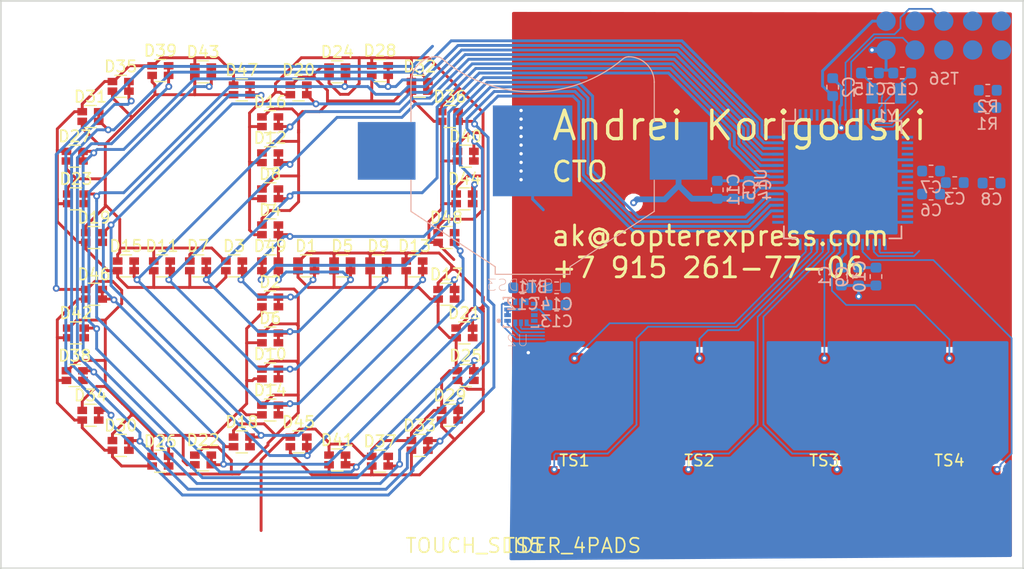
<source format=kicad_pcb>
(kicad_pcb (version 20171130) (host pcbnew 5.0.2+dfsg1-1~bpo9+1)
  (layers (0 F.Cu signal) (31 B.Cu signal) (34 B.Paste user hide) (35 F.Paste user) (36 B.SilkS user hide) (37 F.SilkS user hide) (38 B.Mask user hide) (39 F.Mask user hide) (44 Edge.Cuts user))
  (net 0 "")
  (net 1 LED_K0)
  (net 2 LED_K1)
  (net 3 LED_A0)
  (net 4 LED_K3)
  (net 5 LED_K2)
  (net 6 LED_K4)
  (net 7 LED_K5)
  (net 8 LED_K7)
  (net 9 LED_K6)
  (net 10 LED_K8)
  (net 11 LED_A1)
  (net 12 LED_A2)
  (net 13 LED_A3)
  (net 14 LED_A4)
  (net 15 LED_A5)
  (net 16 LED_A6)
  (net 17 LED_A7)
  (net 18 LED_A8)
  (net 19 VDD)
  (net 20 GND)
  (net 21 N$7)
  (net 22 N$6)
  (net 23 N$13)
  (net 24 N$14)
  (net 25 N$5)
  (net 26 N$19)
  (net 27 N$20)
  (net 28 N$16)
  (net 29 N$15)
  (net 30 N$17)
  (net 31 N$18)
  (net 32 N$12)
  (net 33 N$11)
  (net 34 TOUCH_PAD0)
  (net 35 N$1)
  (net 36 TOUCH_PAD1)
  (net 37 TOUCH_PAD2)
  (net 38 TOUCH_PAD3)
  (net 39 N$21)
  (net 40 N$22)
  (net 41 N$23)
  (net 42 N$8)
  (net 43 N$10)
  (net 44 N$9)
  (net 45 LED_K9)
  (net 46 LED_K10)
  (net 47 LED_K11)
  (net 48 N$4)
  (net 49 LFXTAL_P)
  (net 50 LFXTAL_N)
  (module footprints:LED_DUAL_0606 (layer F.Cu) (at 126.884 103.351)
    (fp_text reference D1 (at 0 -1.75) (layer F.SilkS))
    (fp_text value LED_Dual_AACC)
    (pad 3 smd rect (at 0.725 -0.425) (size 0.85 0.65) (layers F.Cu F.Paste F.Mask) (net 1 LED_K0))
    (pad 4 smd rect (at 0.725 0.425) (size 0.85 0.65) (layers F.Cu F.Paste F.Mask) (net 1 LED_K0))
    (pad 2 smd rect (at -0.725 0.425) (size 0.85 0.65) (layers F.Cu F.Paste F.Mask) (net 11 LED_A1))
    (pad 1 smd rect (at -0.725 -0.425) (size 0.85 0.65) (layers F.Cu F.Paste F.Mask) (net 3 LED_A0))
  )
  (module footprints:LED_DUAL_0606 (layer F.Cu) (at 123.709 106.526)
    (fp_text reference D2 (at 0 -1.75) (layer F.SilkS))
    (fp_text value LED_Dual_AACC)
    (pad 3 smd rect (at 0.725 -0.425) (size 0.85 0.65) (layers F.Cu F.Paste F.Mask) (net 1 LED_K0))
    (pad 4 smd rect (at 0.725 0.425) (size 0.85 0.65) (layers F.Cu F.Paste F.Mask) (net 1 LED_K0))
    (pad 2 smd rect (at -0.725 0.425) (size 0.85 0.65) (layers F.Cu F.Paste F.Mask) (net 13 LED_A3))
    (pad 1 smd rect (at -0.725 -0.425) (size 0.85 0.65) (layers F.Cu F.Paste F.Mask) (net 12 LED_A2))
  )
  (module footprints:LED_DUAL_0606 (layer F.Cu) (at 120.534 103.351)
    (fp_text reference D3 (at 0 -1.75) (layer F.SilkS))
    (fp_text value LED_Dual_AACC)
    (pad 3 smd rect (at 0.725 -0.425) (size 0.85 0.65) (layers F.Cu F.Paste F.Mask) (net 1 LED_K0))
    (pad 4 smd rect (at 0.725 0.425) (size 0.85 0.65) (layers F.Cu F.Paste F.Mask) (net 1 LED_K0))
    (pad 2 smd rect (at -0.725 0.425) (size 0.85 0.65) (layers F.Cu F.Paste F.Mask) (net 15 LED_A5))
    (pad 1 smd rect (at -0.725 -0.425) (size 0.85 0.65) (layers F.Cu F.Paste F.Mask) (net 14 LED_A4))
  )
  (module footprints:LED_DUAL_0606 (layer F.Cu) (at 123.709 100.176)
    (fp_text reference D4 (at 0 -1.75) (layer F.SilkS))
    (fp_text value LED_Dual_AACC)
    (pad 3 smd rect (at 0.725 -0.425) (size 0.85 0.65) (layers F.Cu F.Paste F.Mask) (net 1 LED_K0))
    (pad 4 smd rect (at 0.725 0.425) (size 0.85 0.65) (layers F.Cu F.Paste F.Mask) (net 1 LED_K0))
    (pad 2 smd rect (at -0.725 0.425) (size 0.85 0.65) (layers F.Cu F.Paste F.Mask) (net 17 LED_A7))
    (pad 1 smd rect (at -0.725 -0.425) (size 0.85 0.65) (layers F.Cu F.Paste F.Mask) (net 16 LED_A6))
  )
  (module footprints:LED_DUAL_0606 (layer F.Cu) (at 130.059 103.351)
    (fp_text reference D5 (at 0 -1.75) (layer F.SilkS))
    (fp_text value LED_Dual_AACC)
    (pad 3 smd rect (at 0.725 -0.425) (size 0.85 0.65) (layers F.Cu F.Paste F.Mask) (net 2 LED_K1))
    (pad 4 smd rect (at 0.725 0.425) (size 0.85 0.65) (layers F.Cu F.Paste F.Mask) (net 2 LED_K1))
    (pad 2 smd rect (at -0.725 0.425) (size 0.85 0.65) (layers F.Cu F.Paste F.Mask) (net 11 LED_A1))
    (pad 1 smd rect (at -0.725 -0.425) (size 0.85 0.65) (layers F.Cu F.Paste F.Mask) (net 3 LED_A0))
  )
  (module footprints:LED_DUAL_0606 (layer F.Cu) (at 123.709 109.701)
    (fp_text reference D6 (at 0 -1.75) (layer F.SilkS))
    (fp_text value LED_Dual_AACC)
    (pad 3 smd rect (at 0.725 -0.425) (size 0.85 0.65) (layers F.Cu F.Paste F.Mask) (net 2 LED_K1))
    (pad 4 smd rect (at 0.725 0.425) (size 0.85 0.65) (layers F.Cu F.Paste F.Mask) (net 2 LED_K1))
    (pad 2 smd rect (at -0.725 0.425) (size 0.85 0.65) (layers F.Cu F.Paste F.Mask) (net 13 LED_A3))
    (pad 1 smd rect (at -0.725 -0.425) (size 0.85 0.65) (layers F.Cu F.Paste F.Mask) (net 12 LED_A2))
  )
  (module footprints:LED_DUAL_0606 (layer F.Cu) (at 117.359 103.351)
    (fp_text reference D7 (at 0 -1.75) (layer F.SilkS))
    (fp_text value LED_Dual_AACC)
    (pad 3 smd rect (at 0.725 -0.425) (size 0.85 0.65) (layers F.Cu F.Paste F.Mask) (net 2 LED_K1))
    (pad 4 smd rect (at 0.725 0.425) (size 0.85 0.65) (layers F.Cu F.Paste F.Mask) (net 2 LED_K1))
    (pad 2 smd rect (at -0.725 0.425) (size 0.85 0.65) (layers F.Cu F.Paste F.Mask) (net 15 LED_A5))
    (pad 1 smd rect (at -0.725 -0.425) (size 0.85 0.65) (layers F.Cu F.Paste F.Mask) (net 14 LED_A4))
  )
  (module footprints:LED_DUAL_0606 (layer F.Cu) (at 123.709 97.001)
    (fp_text reference D8 (at 0 -1.75) (layer F.SilkS))
    (fp_text value LED_Dual_AACC)
    (pad 3 smd rect (at 0.725 -0.425) (size 0.85 0.65) (layers F.Cu F.Paste F.Mask) (net 2 LED_K1))
    (pad 4 smd rect (at 0.725 0.425) (size 0.85 0.65) (layers F.Cu F.Paste F.Mask) (net 2 LED_K1))
    (pad 2 smd rect (at -0.725 0.425) (size 0.85 0.65) (layers F.Cu F.Paste F.Mask) (net 17 LED_A7))
    (pad 1 smd rect (at -0.725 -0.425) (size 0.85 0.65) (layers F.Cu F.Paste F.Mask) (net 16 LED_A6))
  )
  (module footprints:LED_DUAL_0606 (layer F.Cu) (at 133.234 103.351)
    (fp_text reference D9 (at 0 -1.75) (layer F.SilkS))
    (fp_text value LED_Dual_AACC)
    (pad 3 smd rect (at 0.725 -0.425) (size 0.85 0.65) (layers F.Cu F.Paste F.Mask) (net 5 LED_K2))
    (pad 4 smd rect (at 0.725 0.425) (size 0.85 0.65) (layers F.Cu F.Paste F.Mask) (net 5 LED_K2))
    (pad 2 smd rect (at -0.725 0.425) (size 0.85 0.65) (layers F.Cu F.Paste F.Mask) (net 11 LED_A1))
    (pad 1 smd rect (at -0.725 -0.425) (size 0.85 0.65) (layers F.Cu F.Paste F.Mask) (net 3 LED_A0))
  )
  (module footprints:LED_DUAL_0606 (layer F.Cu) (at 123.709 112.875999)
    (fp_text reference D10 (at 0 -1.75) (layer F.SilkS))
    (fp_text value LED_Dual_AACC)
    (pad 3 smd rect (at 0.725 -0.425) (size 0.85 0.65) (layers F.Cu F.Paste F.Mask) (net 5 LED_K2))
    (pad 4 smd rect (at 0.725 0.425) (size 0.85 0.65) (layers F.Cu F.Paste F.Mask) (net 5 LED_K2))
    (pad 2 smd rect (at -0.725 0.425) (size 0.85 0.65) (layers F.Cu F.Paste F.Mask) (net 13 LED_A3))
    (pad 1 smd rect (at -0.725 -0.425) (size 0.85 0.65) (layers F.Cu F.Paste F.Mask) (net 12 LED_A2))
  )
  (module footprints:LED_DUAL_0606 (layer F.Cu) (at 114.184 103.351)
    (fp_text reference D11 (at 0 -1.75) (layer F.SilkS))
    (fp_text value LED_Dual_AACC)
    (pad 3 smd rect (at 0.725 -0.425) (size 0.85 0.65) (layers F.Cu F.Paste F.Mask) (net 5 LED_K2))
    (pad 4 smd rect (at 0.725 0.425) (size 0.85 0.65) (layers F.Cu F.Paste F.Mask) (net 5 LED_K2))
    (pad 2 smd rect (at -0.725 0.425) (size 0.85 0.65) (layers F.Cu F.Paste F.Mask) (net 15 LED_A5))
    (pad 1 smd rect (at -0.725 -0.425) (size 0.85 0.65) (layers F.Cu F.Paste F.Mask) (net 14 LED_A4))
  )
  (module footprints:LED_DUAL_0606 (layer F.Cu) (at 123.709 93.826)
    (fp_text reference D12 (at 0 -1.75) (layer F.SilkS))
    (fp_text value LED_Dual_AACC)
    (pad 3 smd rect (at 0.725 -0.425) (size 0.85 0.65) (layers F.Cu F.Paste F.Mask) (net 5 LED_K2))
    (pad 4 smd rect (at 0.725 0.425) (size 0.85 0.65) (layers F.Cu F.Paste F.Mask) (net 5 LED_K2))
    (pad 2 smd rect (at -0.725 0.425) (size 0.85 0.65) (layers F.Cu F.Paste F.Mask) (net 17 LED_A7))
    (pad 1 smd rect (at -0.725 -0.425) (size 0.85 0.65) (layers F.Cu F.Paste F.Mask) (net 16 LED_A6))
  )
  (module footprints:LED_DUAL_0606 (layer F.Cu) (at 136.409 103.351)
    (fp_text reference D13 (at 0 -1.75) (layer F.SilkS))
    (fp_text value LED_Dual_AACC)
    (pad 3 smd rect (at 0.725 -0.425) (size 0.85 0.65) (layers F.Cu F.Paste F.Mask) (net 4 LED_K3))
    (pad 4 smd rect (at 0.725 0.425) (size 0.85 0.65) (layers F.Cu F.Paste F.Mask) (net 4 LED_K3))
    (pad 2 smd rect (at -0.725 0.425) (size 0.85 0.65) (layers F.Cu F.Paste F.Mask) (net 11 LED_A1))
    (pad 1 smd rect (at -0.725 -0.425) (size 0.85 0.65) (layers F.Cu F.Paste F.Mask) (net 3 LED_A0))
  )
  (module footprints:LED_DUAL_0606 (layer F.Cu) (at 123.709 116.051)
    (fp_text reference D14 (at 0 -1.75) (layer F.SilkS))
    (fp_text value LED_Dual_AACC)
    (pad 3 smd rect (at 0.725 -0.425) (size 0.85 0.65) (layers F.Cu F.Paste F.Mask) (net 4 LED_K3))
    (pad 4 smd rect (at 0.725 0.425) (size 0.85 0.65) (layers F.Cu F.Paste F.Mask) (net 4 LED_K3))
    (pad 2 smd rect (at -0.725 0.425) (size 0.85 0.65) (layers F.Cu F.Paste F.Mask) (net 13 LED_A3))
    (pad 1 smd rect (at -0.725 -0.425) (size 0.85 0.65) (layers F.Cu F.Paste F.Mask) (net 12 LED_A2))
  )
  (module footprints:LED_DUAL_0606 (layer F.Cu) (at 111.009 103.351)
    (fp_text reference D15 (at 0 -1.75) (layer F.SilkS))
    (fp_text value LED_Dual_AACC)
    (pad 3 smd rect (at 0.725 -0.425) (size 0.85 0.65) (layers F.Cu F.Paste F.Mask) (net 4 LED_K3))
    (pad 4 smd rect (at 0.725 0.425) (size 0.85 0.65) (layers F.Cu F.Paste F.Mask) (net 4 LED_K3))
    (pad 2 smd rect (at -0.725 0.425) (size 0.85 0.65) (layers F.Cu F.Paste F.Mask) (net 15 LED_A5))
    (pad 1 smd rect (at -0.725 -0.425) (size 0.85 0.65) (layers F.Cu F.Paste F.Mask) (net 14 LED_A4))
  )
  (module footprints:LED_DUAL_0606 (layer F.Cu) (at 123.709 90.651)
    (fp_text reference D16 (at 0 -1.75) (layer F.SilkS))
    (fp_text value LED_Dual_AACC)
    (pad 3 smd rect (at 0.725 -0.425) (size 0.85 0.65) (layers F.Cu F.Paste F.Mask) (net 4 LED_K3))
    (pad 4 smd rect (at 0.725 0.425) (size 0.85 0.65) (layers F.Cu F.Paste F.Mask) (net 4 LED_K3))
    (pad 2 smd rect (at -0.725 0.425) (size 0.85 0.65) (layers F.Cu F.Paste F.Mask) (net 17 LED_A7))
    (pad 1 smd rect (at -0.725 -0.425) (size 0.85 0.65) (layers F.Cu F.Paste F.Mask) (net 16 LED_A6))
  )
  (module footprints:LED_DUAL_0606 (layer F.Cu) (at 139.217852 105.850666)
    (fp_text reference D17 (at 0 -1.75) (layer F.SilkS))
    (fp_text value LED_Dual_AACC)
    (pad 3 smd rect (at 0.725 -0.425) (size 0.85 0.65) (layers F.Cu F.Paste F.Mask) (net 6 LED_K4))
    (pad 4 smd rect (at 0.725 0.425) (size 0.85 0.65) (layers F.Cu F.Paste F.Mask) (net 6 LED_K4))
    (pad 2 smd rect (at -0.725 0.425) (size 0.85 0.65) (layers F.Cu F.Paste F.Mask) (net 11 LED_A1))
    (pad 1 smd rect (at -0.725 -0.425) (size 0.85 0.65) (layers F.Cu F.Paste F.Mask) (net 3 LED_A0))
  )
  (module footprints:LED_DUAL_0606 (layer F.Cu) (at 121.209333 118.859852)
    (fp_text reference D18 (at 0 -1.75) (layer F.SilkS))
    (fp_text value LED_Dual_AACC)
    (pad 3 smd rect (at 0.725 -0.425) (size 0.85 0.65) (layers F.Cu F.Paste F.Mask) (net 6 LED_K4))
    (pad 4 smd rect (at 0.725 0.425) (size 0.85 0.65) (layers F.Cu F.Paste F.Mask) (net 6 LED_K4))
    (pad 2 smd rect (at -0.725 0.425) (size 0.85 0.65) (layers F.Cu F.Paste F.Mask) (net 13 LED_A3))
    (pad 1 smd rect (at -0.725 -0.425) (size 0.85 0.65) (layers F.Cu F.Paste F.Mask) (net 12 LED_A2))
  )
  (module footprints:LED_DUAL_0606 (layer F.Cu) (at 108.200147 100.851333)
    (fp_text reference D19 (at 0 -1.75) (layer F.SilkS))
    (fp_text value LED_Dual_AACC)
    (pad 3 smd rect (at 0.725 -0.425) (size 0.85 0.65) (layers F.Cu F.Paste F.Mask) (net 6 LED_K4))
    (pad 4 smd rect (at 0.725 0.425) (size 0.85 0.65) (layers F.Cu F.Paste F.Mask) (net 6 LED_K4))
    (pad 2 smd rect (at -0.725 0.425) (size 0.85 0.65) (layers F.Cu F.Paste F.Mask) (net 15 LED_A5))
    (pad 1 smd rect (at -0.725 -0.425) (size 0.85 0.65) (layers F.Cu F.Paste F.Mask) (net 14 LED_A4))
  )
  (module footprints:LED_DUAL_0606 (layer F.Cu) (at 126.208666 87.842147)
    (fp_text reference D20 (at 0 -1.75) (layer F.SilkS))
    (fp_text value LED_Dual_AACC)
    (pad 3 smd rect (at 0.725 -0.425) (size 0.85 0.65) (layers F.Cu F.Paste F.Mask) (net 6 LED_K4))
    (pad 4 smd rect (at 0.725 0.425) (size 0.85 0.65) (layers F.Cu F.Paste F.Mask) (net 6 LED_K4))
    (pad 2 smd rect (at -0.725 0.425) (size 0.85 0.65) (layers F.Cu F.Paste F.Mask) (net 17 LED_A7))
    (pad 1 smd rect (at -0.725 -0.425) (size 0.85 0.65) (layers F.Cu F.Paste F.Mask) (net 16 LED_A6))
  )
  (module footprints:LED_DUAL_0606 (layer F.Cu) (at 140.806919 109.258431)
    (fp_text reference D21 (at 0 -1.75) (layer F.SilkS))
    (fp_text value LED_Dual_AACC)
    (pad 3 smd rect (at 0.725 -0.425) (size 0.85 0.65) (layers F.Cu F.Paste F.Mask) (net 7 LED_K5))
    (pad 4 smd rect (at 0.725 0.425) (size 0.85 0.65) (layers F.Cu F.Paste F.Mask) (net 7 LED_K5))
    (pad 2 smd rect (at -0.725 0.425) (size 0.85 0.65) (layers F.Cu F.Paste F.Mask) (net 11 LED_A1))
    (pad 1 smd rect (at -0.725 -0.425) (size 0.85 0.65) (layers F.Cu F.Paste F.Mask) (net 3 LED_A0))
  )
  (module footprints:LED_DUAL_0606 (layer F.Cu) (at 117.801568 120.448919)
    (fp_text reference D22 (at 0 -1.75) (layer F.SilkS))
    (fp_text value LED_Dual_AACC)
    (pad 3 smd rect (at 0.725 -0.425) (size 0.85 0.65) (layers F.Cu F.Paste F.Mask) (net 7 LED_K5))
    (pad 4 smd rect (at 0.725 0.425) (size 0.85 0.65) (layers F.Cu F.Paste F.Mask) (net 7 LED_K5))
    (pad 2 smd rect (at -0.725 0.425) (size 0.85 0.65) (layers F.Cu F.Paste F.Mask) (net 13 LED_A3))
    (pad 1 smd rect (at -0.725 -0.425) (size 0.85 0.65) (layers F.Cu F.Paste F.Mask) (net 12 LED_A2))
  )
  (module footprints:LED_DUAL_0606 (layer F.Cu) (at 106.61108 97.443568)
    (fp_text reference D23 (at 0 -1.75) (layer F.SilkS))
    (fp_text value LED_Dual_AACC)
    (pad 3 smd rect (at 0.725 -0.425) (size 0.85 0.65) (layers F.Cu F.Paste F.Mask) (net 7 LED_K5))
    (pad 4 smd rect (at 0.725 0.425) (size 0.85 0.65) (layers F.Cu F.Paste F.Mask) (net 7 LED_K5))
    (pad 2 smd rect (at -0.725 0.425) (size 0.85 0.65) (layers F.Cu F.Paste F.Mask) (net 15 LED_A5))
    (pad 1 smd rect (at -0.725 -0.425) (size 0.85 0.65) (layers F.Cu F.Paste F.Mask) (net 14 LED_A4))
  )
  (module footprints:LED_DUAL_0606 (layer F.Cu) (at 129.616431 86.25308)
    (fp_text reference D24 (at 0 -1.75) (layer F.SilkS))
    (fp_text value LED_Dual_AACC)
    (pad 3 smd rect (at 0.725 -0.425) (size 0.85 0.65) (layers F.Cu F.Paste F.Mask) (net 7 LED_K5))
    (pad 4 smd rect (at 0.725 0.425) (size 0.85 0.65) (layers F.Cu F.Paste F.Mask) (net 7 LED_K5))
    (pad 2 smd rect (at -0.725 0.425) (size 0.85 0.65) (layers F.Cu F.Paste F.Mask) (net 17 LED_A7))
    (pad 1 smd rect (at -0.725 -0.425) (size 0.85 0.65) (layers F.Cu F.Paste F.Mask) (net 16 LED_A6))
  )
  (module footprints:LED_DUAL_0606 (layer F.Cu) (at 140.916279 113.016892)
    (fp_text reference D25 (at 0 -1.75) (layer F.SilkS))
    (fp_text value LED_Dual_AACC)
    (pad 3 smd rect (at 0.725 -0.425) (size 0.85 0.65) (layers F.Cu F.Paste F.Mask) (net 9 LED_K6))
    (pad 4 smd rect (at 0.725 0.425) (size 0.85 0.65) (layers F.Cu F.Paste F.Mask) (net 9 LED_K6))
    (pad 2 smd rect (at -0.725 0.425) (size 0.85 0.65) (layers F.Cu F.Paste F.Mask) (net 3 LED_A0))
    (pad 1 smd rect (at -0.725 -0.425) (size 0.85 0.65) (layers F.Cu F.Paste F.Mask) (net 11 LED_A1))
  )
  (module footprints:LED_DUAL_0606 (layer F.Cu) (at 114.043107 120.558279)
    (fp_text reference D26 (at 0 -1.75) (layer F.SilkS))
    (fp_text value LED_Dual_AACC)
    (pad 3 smd rect (at 0.725 -0.425) (size 0.85 0.65) (layers F.Cu F.Paste F.Mask) (net 9 LED_K6))
    (pad 4 smd rect (at 0.725 0.425) (size 0.85 0.65) (layers F.Cu F.Paste F.Mask) (net 9 LED_K6))
    (pad 2 smd rect (at -0.725 0.425) (size 0.85 0.65) (layers F.Cu F.Paste F.Mask) (net 12 LED_A2))
    (pad 1 smd rect (at -0.725 -0.425) (size 0.85 0.65) (layers F.Cu F.Paste F.Mask) (net 13 LED_A3))
  )
  (module footprints:LED_DUAL_0606 (layer F.Cu) (at 106.50172 93.685107)
    (fp_text reference D27 (at 0 -1.75) (layer F.SilkS))
    (fp_text value LED_Dual_AACC)
    (pad 3 smd rect (at 0.725 -0.425) (size 0.85 0.65) (layers F.Cu F.Paste F.Mask) (net 9 LED_K6))
    (pad 4 smd rect (at 0.725 0.425) (size 0.85 0.65) (layers F.Cu F.Paste F.Mask) (net 9 LED_K6))
    (pad 2 smd rect (at -0.725 0.425) (size 0.85 0.65) (layers F.Cu F.Paste F.Mask) (net 14 LED_A4))
    (pad 1 smd rect (at -0.725 -0.425) (size 0.85 0.65) (layers F.Cu F.Paste F.Mask) (net 15 LED_A5))
  )
  (module footprints:LED_DUAL_0606 (layer F.Cu) (at 133.374892 86.14372)
    (fp_text reference D28 (at 0 -1.75) (layer F.SilkS))
    (fp_text value LED_Dual_AACC)
    (pad 3 smd rect (at 0.725 -0.425) (size 0.85 0.65) (layers F.Cu F.Paste F.Mask) (net 9 LED_K6))
    (pad 4 smd rect (at 0.725 0.425) (size 0.85 0.65) (layers F.Cu F.Paste F.Mask) (net 9 LED_K6))
    (pad 2 smd rect (at -0.725 0.425) (size 0.85 0.65) (layers F.Cu F.Paste F.Mask) (net 16 LED_A6))
    (pad 1 smd rect (at -0.725 -0.425) (size 0.85 0.65) (layers F.Cu F.Paste F.Mask) (net 17 LED_A7))
  )
  (module footprints:LED_DUAL_0606 (layer F.Cu) (at 139.528045 116.511287)
    (fp_text reference D29 (at 0 -1.75) (layer F.SilkS))
    (fp_text value LED_Dual_AACC)
    (pad 3 smd rect (at 0.725 -0.425) (size 0.85 0.65) (layers F.Cu F.Paste F.Mask) (net 8 LED_K7))
    (pad 4 smd rect (at 0.725 0.425) (size 0.85 0.65) (layers F.Cu F.Paste F.Mask) (net 8 LED_K7))
    (pad 2 smd rect (at -0.725 0.425) (size 0.85 0.65) (layers F.Cu F.Paste F.Mask) (net 3 LED_A0))
    (pad 1 smd rect (at -0.725 -0.425) (size 0.85 0.65) (layers F.Cu F.Paste F.Mask) (net 11 LED_A1))
  )
  (module footprints:LED_DUAL_0606 (layer F.Cu) (at 110.548712 119.170045)
    (fp_text reference D30 (at 0 -1.75) (layer F.SilkS))
    (fp_text value LED_Dual_AACC)
    (pad 3 smd rect (at 0.725 -0.425) (size 0.85 0.65) (layers F.Cu F.Paste F.Mask) (net 8 LED_K7))
    (pad 4 smd rect (at 0.725 0.425) (size 0.85 0.65) (layers F.Cu F.Paste F.Mask) (net 8 LED_K7))
    (pad 2 smd rect (at -0.725 0.425) (size 0.85 0.65) (layers F.Cu F.Paste F.Mask) (net 12 LED_A2))
    (pad 1 smd rect (at -0.725 -0.425) (size 0.85 0.65) (layers F.Cu F.Paste F.Mask) (net 13 LED_A3))
  )
  (module footprints:LED_DUAL_0606 (layer F.Cu) (at 107.889954 90.190712)
    (fp_text reference D31 (at 0 -1.75) (layer F.SilkS))
    (fp_text value LED_Dual_AACC)
    (pad 3 smd rect (at 0.725 -0.425) (size 0.85 0.65) (layers F.Cu F.Paste F.Mask) (net 8 LED_K7))
    (pad 4 smd rect (at 0.725 0.425) (size 0.85 0.65) (layers F.Cu F.Paste F.Mask) (net 8 LED_K7))
    (pad 2 smd rect (at -0.725 0.425) (size 0.85 0.65) (layers F.Cu F.Paste F.Mask) (net 14 LED_A4))
    (pad 1 smd rect (at -0.725 -0.425) (size 0.85 0.65) (layers F.Cu F.Paste F.Mask) (net 15 LED_A5))
  )
  (module footprints:LED_DUAL_0606 (layer F.Cu) (at 136.869287 87.531954)
    (fp_text reference D32 (at 0 -1.75) (layer F.SilkS))
    (fp_text value LED_Dual_AACC)
    (pad 3 smd rect (at 0.725 -0.425) (size 0.85 0.65) (layers F.Cu F.Paste F.Mask) (net 8 LED_K7))
    (pad 4 smd rect (at 0.725 0.425) (size 0.85 0.65) (layers F.Cu F.Paste F.Mask) (net 8 LED_K7))
    (pad 2 smd rect (at -0.725 0.425) (size 0.85 0.65) (layers F.Cu F.Paste F.Mask) (net 16 LED_A6))
    (pad 1 smd rect (at -0.725 -0.425) (size 0.85 0.65) (layers F.Cu F.Paste F.Mask) (net 17 LED_A7))
  )
  (module footprints:LED_DUAL_0606 (layer F.Cu) (at 136.869287 119.170045)
    (fp_text reference D33 (at 0 -1.75) (layer F.SilkS))
    (fp_text value LED_Dual_AACC)
    (pad 3 smd rect (at 0.725 -0.425) (size 0.85 0.65) (layers F.Cu F.Paste F.Mask) (net 10 LED_K8))
    (pad 4 smd rect (at 0.725 0.425) (size 0.85 0.65) (layers F.Cu F.Paste F.Mask) (net 10 LED_K8))
    (pad 2 smd rect (at -0.725 0.425) (size 0.85 0.65) (layers F.Cu F.Paste F.Mask) (net 3 LED_A0))
    (pad 1 smd rect (at -0.725 -0.425) (size 0.85 0.65) (layers F.Cu F.Paste F.Mask) (net 11 LED_A1))
  )
  (module footprints:LED_DUAL_0606 (layer F.Cu) (at 107.889954 116.511287)
    (fp_text reference D34 (at 0 -1.75) (layer F.SilkS))
    (fp_text value LED_Dual_AACC)
    (pad 3 smd rect (at 0.725 -0.425) (size 0.85 0.65) (layers F.Cu F.Paste F.Mask) (net 10 LED_K8))
    (pad 4 smd rect (at 0.725 0.425) (size 0.85 0.65) (layers F.Cu F.Paste F.Mask) (net 10 LED_K8))
    (pad 2 smd rect (at -0.725 0.425) (size 0.85 0.65) (layers F.Cu F.Paste F.Mask) (net 12 LED_A2))
    (pad 1 smd rect (at -0.725 -0.425) (size 0.85 0.65) (layers F.Cu F.Paste F.Mask) (net 13 LED_A3))
  )
  (module footprints:LED_DUAL_0606 (layer F.Cu) (at 110.548712 87.531954)
    (fp_text reference D35 (at 0 -1.75) (layer F.SilkS))
    (fp_text value LED_Dual_AACC)
    (pad 3 smd rect (at 0.725 -0.425) (size 0.85 0.65) (layers F.Cu F.Paste F.Mask) (net 10 LED_K8))
    (pad 4 smd rect (at 0.725 0.425) (size 0.85 0.65) (layers F.Cu F.Paste F.Mask) (net 10 LED_K8))
    (pad 2 smd rect (at -0.725 0.425) (size 0.85 0.65) (layers F.Cu F.Paste F.Mask) (net 14 LED_A4))
    (pad 1 smd rect (at -0.725 -0.425) (size 0.85 0.65) (layers F.Cu F.Paste F.Mask) (net 15 LED_A5))
  )
  (module footprints:LED_DUAL_0606 (layer F.Cu) (at 139.528045 90.190712)
    (fp_text reference D36 (at 0 -1.75) (layer F.SilkS))
    (fp_text value LED_Dual_AACC)
    (pad 3 smd rect (at 0.725 -0.425) (size 0.85 0.65) (layers F.Cu F.Paste F.Mask) (net 10 LED_K8))
    (pad 4 smd rect (at 0.725 0.425) (size 0.85 0.65) (layers F.Cu F.Paste F.Mask) (net 10 LED_K8))
    (pad 2 smd rect (at -0.725 0.425) (size 0.85 0.65) (layers F.Cu F.Paste F.Mask) (net 16 LED_A6))
    (pad 1 smd rect (at -0.725 -0.425) (size 0.85 0.65) (layers F.Cu F.Paste F.Mask) (net 17 LED_A7))
  )
  (module footprints:LED_DUAL_0606 (layer F.Cu) (at 133.374892 120.558279)
    (fp_text reference D37 (at 0 -1.75) (layer F.SilkS))
    (fp_text value LED_Dual_AACC)
    (pad 3 smd rect (at 0.725 -0.425) (size 0.85 0.65) (layers F.Cu F.Paste F.Mask) (net 45 LED_K9))
    (pad 4 smd rect (at 0.725 0.425) (size 0.85 0.65) (layers F.Cu F.Paste F.Mask) (net 45 LED_K9))
    (pad 2 smd rect (at -0.725 0.425) (size 0.85 0.65) (layers F.Cu F.Paste F.Mask) (net 3 LED_A0))
    (pad 1 smd rect (at -0.725 -0.425) (size 0.85 0.65) (layers F.Cu F.Paste F.Mask) (net 11 LED_A1))
  )
  (module footprints:LED_DUAL_0606 (layer F.Cu) (at 106.50172 113.016892)
    (fp_text reference D38 (at 0 -1.75) (layer F.SilkS))
    (fp_text value LED_Dual_AACC)
    (pad 3 smd rect (at 0.725 -0.425) (size 0.85 0.65) (layers F.Cu F.Paste F.Mask) (net 45 LED_K9))
    (pad 4 smd rect (at 0.725 0.425) (size 0.85 0.65) (layers F.Cu F.Paste F.Mask) (net 45 LED_K9))
    (pad 2 smd rect (at -0.725 0.425) (size 0.85 0.65) (layers F.Cu F.Paste F.Mask) (net 12 LED_A2))
    (pad 1 smd rect (at -0.725 -0.425) (size 0.85 0.65) (layers F.Cu F.Paste F.Mask) (net 13 LED_A3))
  )
  (module footprints:LED_DUAL_0606 (layer F.Cu) (at 114.043107 86.14372)
    (fp_text reference D39 (at 0 -1.75) (layer F.SilkS))
    (fp_text value LED_Dual_AACC)
    (pad 3 smd rect (at 0.725 -0.425) (size 0.85 0.65) (layers F.Cu F.Paste F.Mask) (net 45 LED_K9))
    (pad 4 smd rect (at 0.725 0.425) (size 0.85 0.65) (layers F.Cu F.Paste F.Mask) (net 45 LED_K9))
    (pad 2 smd rect (at -0.725 0.425) (size 0.85 0.65) (layers F.Cu F.Paste F.Mask) (net 14 LED_A4))
    (pad 1 smd rect (at -0.725 -0.425) (size 0.85 0.65) (layers F.Cu F.Paste F.Mask) (net 15 LED_A5))
  )
  (module footprints:LED_DUAL_0606 (layer F.Cu) (at 140.916279 93.685107)
    (fp_text reference D40 (at 0 -1.75) (layer F.SilkS))
    (fp_text value LED_Dual_AACC)
    (pad 3 smd rect (at 0.725 -0.425) (size 0.85 0.65) (layers F.Cu F.Paste F.Mask) (net 45 LED_K9))
    (pad 4 smd rect (at 0.725 0.425) (size 0.85 0.65) (layers F.Cu F.Paste F.Mask) (net 45 LED_K9))
    (pad 2 smd rect (at -0.725 0.425) (size 0.85 0.65) (layers F.Cu F.Paste F.Mask) (net 16 LED_A6))
    (pad 1 smd rect (at -0.725 -0.425) (size 0.85 0.65) (layers F.Cu F.Paste F.Mask) (net 17 LED_A7))
  )
  (module footprints:LED_DUAL_0606 (layer F.Cu) (at 129.616431 120.448919)
    (fp_text reference D41 (at 0 -1.75) (layer F.SilkS))
    (fp_text value LED_Dual_AACC)
    (pad 3 smd rect (at 0.725 -0.425) (size 0.85 0.65) (layers F.Cu F.Paste F.Mask) (net 46 LED_K10))
    (pad 4 smd rect (at 0.725 0.425) (size 0.85 0.65) (layers F.Cu F.Paste F.Mask) (net 46 LED_K10))
    (pad 2 smd rect (at -0.725 0.425) (size 0.85 0.65) (layers F.Cu F.Paste F.Mask) (net 3 LED_A0))
    (pad 1 smd rect (at -0.725 -0.425) (size 0.85 0.65) (layers F.Cu F.Paste F.Mask) (net 11 LED_A1))
  )
  (module footprints:LED_DUAL_0606 (layer F.Cu) (at 106.61108 109.258431)
    (fp_text reference D42 (at 0 -1.75) (layer F.SilkS))
    (fp_text value LED_Dual_AACC)
    (pad 3 smd rect (at 0.725 -0.425) (size 0.85 0.65) (layers F.Cu F.Paste F.Mask) (net 46 LED_K10))
    (pad 4 smd rect (at 0.725 0.425) (size 0.85 0.65) (layers F.Cu F.Paste F.Mask) (net 46 LED_K10))
    (pad 2 smd rect (at -0.725 0.425) (size 0.85 0.65) (layers F.Cu F.Paste F.Mask) (net 12 LED_A2))
    (pad 1 smd rect (at -0.725 -0.425) (size 0.85 0.65) (layers F.Cu F.Paste F.Mask) (net 13 LED_A3))
  )
  (module footprints:LED_DUAL_0606 (layer F.Cu) (at 117.801568 86.25308)
    (fp_text reference D43 (at 0 -1.75) (layer F.SilkS))
    (fp_text value LED_Dual_AACC)
    (pad 3 smd rect (at 0.725 -0.425) (size 0.85 0.65) (layers F.Cu F.Paste F.Mask) (net 46 LED_K10))
    (pad 4 smd rect (at 0.725 0.425) (size 0.85 0.65) (layers F.Cu F.Paste F.Mask) (net 46 LED_K10))
    (pad 2 smd rect (at -0.725 0.425) (size 0.85 0.65) (layers F.Cu F.Paste F.Mask) (net 14 LED_A4))
    (pad 1 smd rect (at -0.725 -0.425) (size 0.85 0.65) (layers F.Cu F.Paste F.Mask) (net 15 LED_A5))
  )
  (module footprints:LED_DUAL_0606 (layer F.Cu) (at 140.806919 97.443568)
    (fp_text reference D44 (at 0 -1.75) (layer F.SilkS))
    (fp_text value LED_Dual_AACC)
    (pad 3 smd rect (at 0.725 -0.425) (size 0.85 0.65) (layers F.Cu F.Paste F.Mask) (net 46 LED_K10))
    (pad 4 smd rect (at 0.725 0.425) (size 0.85 0.65) (layers F.Cu F.Paste F.Mask) (net 46 LED_K10))
    (pad 2 smd rect (at -0.725 0.425) (size 0.85 0.65) (layers F.Cu F.Paste F.Mask) (net 16 LED_A6))
    (pad 1 smd rect (at -0.725 -0.425) (size 0.85 0.65) (layers F.Cu F.Paste F.Mask) (net 17 LED_A7))
  )
  (module footprints:LED_DUAL_0606 (layer F.Cu) (at 126.208666 118.859852)
    (fp_text reference D45 (at 0 -1.75) (layer F.SilkS))
    (fp_text value LED_Dual_AACC)
    (pad 3 smd rect (at 0.725 -0.425) (size 0.85 0.65) (layers F.Cu F.Paste F.Mask) (net 47 LED_K11))
    (pad 4 smd rect (at 0.725 0.425) (size 0.85 0.65) (layers F.Cu F.Paste F.Mask) (net 47 LED_K11))
    (pad 2 smd rect (at -0.725 0.425) (size 0.85 0.65) (layers F.Cu F.Paste F.Mask) (net 3 LED_A0))
    (pad 1 smd rect (at -0.725 -0.425) (size 0.85 0.65) (layers F.Cu F.Paste F.Mask) (net 11 LED_A1))
  )
  (module footprints:LED_DUAL_0606 (layer F.Cu) (at 108.200147 105.850666)
    (fp_text reference D46 (at 0 -1.75) (layer F.SilkS))
    (fp_text value LED_Dual_AACC)
    (pad 3 smd rect (at 0.725 -0.425) (size 0.85 0.65) (layers F.Cu F.Paste F.Mask) (net 47 LED_K11))
    (pad 4 smd rect (at 0.725 0.425) (size 0.85 0.65) (layers F.Cu F.Paste F.Mask) (net 47 LED_K11))
    (pad 2 smd rect (at -0.725 0.425) (size 0.85 0.65) (layers F.Cu F.Paste F.Mask) (net 12 LED_A2))
    (pad 1 smd rect (at -0.725 -0.425) (size 0.85 0.65) (layers F.Cu F.Paste F.Mask) (net 13 LED_A3))
  )
  (module footprints:LED_DUAL_0606 (layer F.Cu) (at 121.209333 87.842147)
    (fp_text reference D47 (at 0 -1.75) (layer F.SilkS))
    (fp_text value LED_Dual_AACC)
    (pad 3 smd rect (at 0.725 -0.425) (size 0.85 0.65) (layers F.Cu F.Paste F.Mask) (net 47 LED_K11))
    (pad 4 smd rect (at 0.725 0.425) (size 0.85 0.65) (layers F.Cu F.Paste F.Mask) (net 47 LED_K11))
    (pad 2 smd rect (at -0.725 0.425) (size 0.85 0.65) (layers F.Cu F.Paste F.Mask) (net 14 LED_A4))
    (pad 1 smd rect (at -0.725 -0.425) (size 0.85 0.65) (layers F.Cu F.Paste F.Mask) (net 15 LED_A5))
  )
  (module footprints:LED_DUAL_0606 (layer F.Cu) (at 139.217852 100.851333)
    (fp_text reference D48 (at 0 -1.75) (layer F.SilkS))
    (fp_text value LED_Dual_AACC)
    (pad 3 smd rect (at 0.725 -0.425) (size 0.85 0.65) (layers F.Cu F.Paste F.Mask) (net 47 LED_K11))
    (pad 4 smd rect (at 0.725 0.425) (size 0.85 0.65) (layers F.Cu F.Paste F.Mask) (net 47 LED_K11))
    (pad 2 smd rect (at -0.725 0.425) (size 0.85 0.65) (layers F.Cu F.Paste F.Mask) (net 16 LED_A6))
    (pad 1 smd rect (at -0.725 -0.425) (size 0.85 0.65) (layers F.Cu F.Paste F.Mask) (net 17 LED_A7))
  )
  (module footprints:LED_DUAL_0606 (layer F.Cu) (at 123.709 103.351)
    (fp_text reference D49 (at 0 -1.75) (layer F.SilkS))
    (fp_text value LED_Dual_AACC)
    (pad 3 smd rect (at 0.725 -0.425) (size 0.85 0.65) (layers F.Cu F.Paste F.Mask) (net 1 LED_K0))
    (pad 4 smd rect (at 0.725 0.425) (size 0.85 0.65) (layers F.Cu F.Paste F.Mask) (net 2 LED_K1))
    (pad 2 smd rect (at -0.725 0.425) (size 0.85 0.65) (layers F.Cu F.Paste F.Mask) (net 18 LED_A8))
    (pad 1 smd rect (at -0.725 -0.425) (size 0.85 0.65) (layers F.Cu F.Paste F.Mask) (net 18 LED_A8))
  )
  (module Resistor_SMD:R_0603_1608Metric (layer B.Cu) (at 186.8425 89.408)
    (fp_text reference R1 (at 0 1.43) (layer B.SilkS) (effects (justify mirror)))
    (fp_text value 0)
    (pad 2 smd roundrect (at 0.7875 0) (size 0.875 0.95) (layers B.Cu B.Paste B.Mask) (net 20 GND))
    (pad 1 smd roundrect (at -0.7875 0) (size 0.875 0.95) (layers B.Cu B.Paste B.Mask) (net 40 N$22))
  )
  (module Package_QFP:LQFP-64_10x10mm_P0.5mm (layer B.Cu) (at 174.10708 95.75756 270)
    (fp_text reference U1 (at 0 7.2 270) (layer B.SilkS) (effects (justify mirror)))
    (fp_text value EFM32LG232F64)
    (pad 64 smd rect (at -3.75 5.7 180) (size 1 0.25) (layers B.Cu B.Paste B.Mask) (net 8 LED_K7))
    (pad 63 smd rect (at -3.25 5.7 180) (size 1 0.25) (layers B.Cu B.Paste B.Mask) (net 9 LED_K6))
    (pad 62 smd rect (at -2.75 5.7 180) (size 1 0.25) (layers B.Cu B.Paste B.Mask) (net 7 LED_K5))
    (pad 61 smd rect (at -2.25 5.7 180) (size 1 0.25) (layers B.Cu B.Paste B.Mask) (net 6 LED_K4))
    (pad 60 smd rect (at -1.75 5.7 180) (size 1 0.25) (layers B.Cu B.Paste B.Mask) (net 4 LED_K3))
    (pad 59 smd rect (at -1.25 5.7 180) (size 1 0.25) (layers B.Cu B.Paste B.Mask) (net 5 LED_K2))
    (pad 58 smd rect (at -0.75 5.7 180) (size 1 0.25) (layers B.Cu B.Paste B.Mask) (net 2 LED_K1))
    (pad 57 smd rect (at -0.25 5.7 180) (size 1 0.25) (layers B.Cu B.Paste B.Mask) (net 1 LED_K0))
    (pad 56 smd rect (at 0.25 5.7 180) (size 1 0.25) (layers B.Cu B.Paste B.Mask) (net 20 GND))
    (pad 55 smd rect (at 0.75 5.7 180) (size 1 0.25) (layers B.Cu B.Paste B.Mask) (net 19 VDD))
    (pad 54 smd rect (at 1.25 5.7 180) (size 1 0.25) (layers B.Cu B.Paste B.Mask) (net 47 LED_K11))
    (pad 53 smd rect (at 1.75 5.7 180) (size 1 0.25) (layers B.Cu B.Paste B.Mask) (net 46 LED_K10))
    (pad 52 smd rect (at 2.25 5.7 180) (size 1 0.25) (layers B.Cu B.Paste B.Mask) (net 45 LED_K9))
    (pad 51 smd rect (at 2.75 5.7 180) (size 1 0.25) (layers B.Cu B.Paste B.Mask) (net 10 LED_K8))
    (pad 50 smd rect (at 3.25 5.7 180) (size 1 0.25) (layers B.Cu B.Paste B.Mask) (net 42 N$8))
    (pad 49 smd rect (at 3.75 5.7 180) (size 1 0.25) (layers B.Cu B.Paste B.Mask) (net 44 N$9))
    (pad 48 smd rect (at 5.7 3.75 270) (size 1 0.25) (layers B.Cu B.Paste B.Mask) (net 21 N$7))
    (pad 47 smd rect (at 5.7 3.25 270) (size 1 0.25) (layers B.Cu B.Paste B.Mask) (net 34 TOUCH_PAD0))
    (pad 46 smd rect (at 5.7 2.75 270) (size 1 0.25) (layers B.Cu B.Paste B.Mask) (net 31 N$18))
    (pad 45 smd rect (at 5.7 2.25 270) (size 1 0.25) (layers B.Cu B.Paste B.Mask) (net 36 TOUCH_PAD1))
    (pad 44 smd rect (at 5.7 1.75 270) (size 1 0.25) (layers B.Cu B.Paste B.Mask) (net 26 N$19))
    (pad 43 smd rect (at 5.7 1.25 270) (size 1 0.25) (layers B.Cu B.Paste B.Mask) (net 27 N$20))
    (pad 42 smd rect (at 5.7 0.75 270) (size 1 0.25) (layers B.Cu B.Paste B.Mask) (net 37 TOUCH_PAD2))
    (pad 41 smd rect (at 5.7 0.25 270) (size 1 0.25) (layers B.Cu B.Paste B.Mask) (net 38 TOUCH_PAD3))
    (pad 40 smd rect (at 5.7 -0.25 270) (size 1 0.25) (layers B.Cu B.Paste B.Mask) (net 35 N$1))
    (pad 39 smd rect (at 5.7 -0.75 270) (size 1 0.25) (layers B.Cu B.Paste B.Mask) (net 19 VDD))
    (pad 38 smd rect (at 5.7 -1.25 270) (size 1 0.25) (layers B.Cu B.Paste B.Mask) (net 19 VDD))
    (pad 37 smd rect (at 5.7 -1.75 270) (size 1 0.25) (layers B.Cu B.Paste B.Mask) (net 39 N$21))
    (pad 36 smd rect (at 5.7 -2.25 270) (size 1 0.25) (layers B.Cu B.Paste B.Mask) (net 19 VDD))
    (pad 35 smd rect (at 5.7 -2.75 270) (size 1 0.25) (layers B.Cu B.Paste B.Mask) (net 43 N$10))
    (pad 34 smd rect (at 5.7 -3.25 270) (size 1 0.25) (layers B.Cu B.Paste B.Mask) (net 33 N$11))
    (pad 33 smd rect (at 5.7 -3.75 270) (size 1 0.25) (layers B.Cu B.Paste B.Mask) (net 19 VDD))
    (pad 32 smd rect (at 3.75 -5.7 180) (size 1 0.25) (layers B.Cu B.Paste B.Mask) (net 19 VDD))
    (pad 31 smd rect (at 3.25 -5.7 180) (size 1 0.25) (layers B.Cu B.Paste B.Mask) (net 29 N$15))
    (pad 30 smd rect (at 2.75 -5.7 180) (size 1 0.25) (layers B.Cu B.Paste B.Mask) (net 24 N$14))
    (pad 29 smd rect (at 2.25 -5.7 180) (size 1 0.25) (layers B.Cu B.Paste B.Mask) (net 32 N$12))
    (pad 28 smd rect (at 1.75 -5.7 180) (size 1 0.25) (layers B.Cu B.Paste B.Mask) (net 23 N$13))
    (pad 27 smd rect (at 1.25 -5.7 180) (size 1 0.25) (layers B.Cu B.Paste B.Mask) (net 19 VDD))
    (pad 26 smd rect (at 0.75 -5.7 180) (size 1 0.25) (layers B.Cu B.Paste B.Mask) (net 19 VDD))
    (pad 25 smd rect (at 0.25 -5.7 180) (size 1 0.25) (layers B.Cu B.Paste B.Mask) (net 30 N$17))
    (pad 24 smd rect (at -0.25 -5.7 180) (size 1 0.25) (layers B.Cu B.Paste B.Mask) (net 28 N$16))
    (pad 23 smd rect (at -0.75 -5.7 180) (size 1 0.25) (layers B.Cu B.Paste B.Mask) (net 19 VDD))
    (pad 22 smd rect (at -1.25 -5.7 180) (size 1 0.25) (layers B.Cu B.Paste B.Mask) (net 20 GND))
    (pad 21 smd rect (at -1.75 -5.7 180) (size 1 0.25) (layers B.Cu B.Paste B.Mask) (net 19 VDD))
    (pad 20 smd rect (at -2.25 -5.7 180) (size 1 0.25) (layers B.Cu B.Paste B.Mask) (net 48 N$4))
    (pad 19 smd rect (at -2.75 -5.7 180) (size 1 0.25) (layers B.Cu B.Paste B.Mask) (net 18 LED_A8))
    (pad 18 smd rect (at -3.25 -5.7 180) (size 1 0.25) (layers B.Cu B.Paste B.Mask) (net 17 LED_A7))
    (pad 17 smd rect (at -3.75 -5.7 180) (size 1 0.25) (layers B.Cu B.Paste B.Mask) (net 16 LED_A6))
    (pad 16 smd rect (at -5.7 -3.75 270) (size 1 0.25) (layers B.Cu B.Paste B.Mask) (net 50 LFXTAL_N))
    (pad 15 smd rect (at -5.7 -3.25 270) (size 1 0.25) (layers B.Cu B.Paste B.Mask) (net 49 LFXTAL_P))
    (pad 14 smd rect (at -5.7 -2.75 270) (size 1 0.25) (layers B.Cu B.Paste B.Mask) (net 41 N$23))
    (pad 13 smd rect (at -5.7 -2.25 270) (size 1 0.25) (layers B.Cu B.Paste B.Mask) (net 40 N$22))
    (pad 12 smd rect (at -5.7 -1.75 270) (size 1 0.25) (layers B.Cu B.Paste B.Mask) (net 19 VDD))
    (pad 11 smd rect (at -5.7 -1.25 270) (size 1 0.25) (layers B.Cu B.Paste B.Mask) (net 19 VDD))
    (pad 10 smd rect (at -5.7 -0.75 270) (size 1 0.25) (layers B.Cu B.Paste B.Mask) (net 25 N$5))
    (pad 9 smd rect (at -5.7 -0.25 270) (size 1 0.25) (layers B.Cu B.Paste B.Mask) (net 22 N$6))
    (pad 8 smd rect (at -5.7 0.25 270) (size 1 0.25) (layers B.Cu B.Paste B.Mask) (net 20 GND))
    (pad 7 smd rect (at -5.7 0.75 270) (size 1 0.25) (layers B.Cu B.Paste B.Mask) (net 19 VDD))
    (pad 6 smd rect (at -5.7 1.25 270) (size 1 0.25) (layers B.Cu B.Paste B.Mask) (net 15 LED_A5))
    (pad 5 smd rect (at -5.7 1.75 270) (size 1 0.25) (layers B.Cu B.Paste B.Mask) (net 14 LED_A4))
    (pad 4 smd rect (at -5.7 2.25 270) (size 1 0.25) (layers B.Cu B.Paste B.Mask) (net 13 LED_A3))
    (pad 3 smd rect (at -5.7 2.75 270) (size 1 0.25) (layers B.Cu B.Paste B.Mask) (net 12 LED_A2))
    (pad 2 smd rect (at -5.7 3.25 270) (size 1 0.25) (layers B.Cu B.Paste B.Mask) (net 11 LED_A1))
    (pad 1 smd rect (at -5.7 3.75 270) (size 1 0.25) (layers B.Cu B.Paste B.Mask) (net 3 LED_A0))
  )
  (module Crystal:Crystal_SMD_3215-2Pin_3.2x1.5mm (layer B.Cu) (at 177.96542 88.1507)
    (fp_text reference Y1 (at 0 2) (layer B.SilkS) (effects (justify mirror)))
    (fp_text value 32768Hz)
    (pad 1 smd rect (at -1.25 0) (size 1 1.8) (layers B.Cu B.Paste B.Mask) (net 49 LFXTAL_P))
    (pad 2 smd rect (at 1.25 0) (size 1 1.8) (layers B.Cu B.Paste B.Mask) (net 50 LFXTAL_N))
  )
  (module Capacitor_SMD:C_0603_1608Metric (layer B.Cu) (at 173.99 104.2925 270)
    (fp_text reference C1 (at 0 1.43 270) (layer B.SilkS) (effects (justify mirror)))
    (fp_text value 1uF)
    (pad 2 smd roundrect (at 0.7875 0 270) (size 0.875 0.95) (layers B.Cu B.Paste B.Mask) (net 20 GND))
    (pad 1 smd roundrect (at -0.7875 0 270) (size 0.875 0.95) (layers B.Cu B.Paste B.Mask) (net 35 N$1))
  )
  (module Capacitor_SMD:C_0603_1608Metric (layer B.Cu) (at 183.9723 96.012)
    (fp_text reference C3 (at 0 1.43) (layer B.SilkS) (effects (justify mirror)))
    (fp_text value 0.1uF)
    (pad 2 smd roundrect (at 0.7875 0) (size 0.875 0.95) (layers B.Cu B.Paste B.Mask) (net 20 GND))
    (pad 1 smd roundrect (at -0.7875 0) (size 0.875 0.95) (layers B.Cu B.Paste B.Mask) (net 19 VDD))
  )
  (module Capacitor_SMD:C_0603_1608Metric (layer B.Cu) (at 165.862 96.647 90)
    (fp_text reference C4 (at 0 1.43 90) (layer B.SilkS) (effects (justify mirror)))
    (fp_text value 0.1uF)
    (pad 2 smd roundrect (at 0.7875 0 90) (size 0.875 0.95) (layers B.Cu B.Paste B.Mask) (net 20 GND))
    (pad 1 smd roundrect (at -0.7875 0 90) (size 0.875 0.95) (layers B.Cu B.Paste B.Mask) (net 19 VDD))
  )
  (module Capacitor_SMD:C_0603_1608Metric (layer B.Cu) (at 164.465 96.647 90)
    (fp_text reference C5 (at 0 1.43 90) (layer B.SilkS) (effects (justify mirror)))
    (fp_text value 10uF)
    (pad 2 smd roundrect (at 0.7875 0 90) (size 0.875 0.95) (layers B.Cu B.Paste B.Mask) (net 20 GND))
    (pad 1 smd roundrect (at -0.7875 0 90) (size 0.875 0.95) (layers B.Cu B.Paste B.Mask) (net 19 VDD))
  )
  (module Capacitor_SMD:C_0603_1608Metric (layer B.Cu) (at 181.8895 97.028)
    (fp_text reference C6 (at 0 1.43) (layer B.SilkS) (effects (justify mirror)))
    (fp_text value 10nF)
    (pad 1 smd roundrect (at -0.7875 0) (size 0.875 0.95) (layers B.Cu B.Paste B.Mask) (net 19 VDD))
    (pad 2 smd roundrect (at 0.7875 0) (size 0.875 0.95) (layers B.Cu B.Paste B.Mask) (net 20 GND))
  )
  (module Capacitor_SMD:C_0603_1608Metric (layer B.Cu) (at 181.8895 94.996)
    (fp_text reference C7 (at 0 1.43) (layer B.SilkS) (effects (justify mirror)))
    (fp_text value 10nF)
    (pad 2 smd roundrect (at 0.7875 0) (size 0.875 0.95) (layers B.Cu B.Paste B.Mask) (net 20 GND))
    (pad 1 smd roundrect (at -0.7875 0) (size 0.875 0.95) (layers B.Cu B.Paste B.Mask) (net 19 VDD))
  )
  (module Capacitor_SMD:C_0603_1608Metric (layer B.Cu) (at 187.21324 96.05518)
    (fp_text reference C8 (at 0 1.43) (layer B.SilkS) (effects (justify mirror)))
    (fp_text value 10uF)
    (pad 2 smd roundrect (at 0.7875 0) (size 0.875 0.95) (layers B.Cu B.Paste B.Mask) (net 20 GND))
    (pad 1 smd roundrect (at -0.7875 0) (size 0.875 0.95) (layers B.Cu B.Paste B.Mask) (net 19 VDD))
  )
  (module Capacitor_SMD:C_0603_1608Metric (layer B.Cu) (at 175.514 104.2925 270)
    (fp_text reference C9 (at 0 1.43 270) (layer B.SilkS) (effects (justify mirror)))
    (fp_text value 0.1uF)
    (pad 2 smd roundrect (at 0.7875 0 270) (size 0.875 0.95) (layers B.Cu B.Paste B.Mask) (net 20 GND))
    (pad 1 smd roundrect (at -0.7875 0 270) (size 0.875 0.95) (layers B.Cu B.Paste B.Mask) (net 19 VDD))
  )
  (module Capacitor_SMD:C_0603_1608Metric (layer B.Cu) (at 177.038 104.2925 270)
    (fp_text reference C10 (at 0 1.43 270) (layer B.SilkS) (effects (justify mirror)))
    (fp_text value 3.3uF)
    (pad 2 smd roundrect (at 0.7875 0 270) (size 0.875 0.95) (layers B.Cu B.Paste B.Mask) (net 20 GND))
    (pad 1 smd roundrect (at -0.7875 0 270) (size 0.875 0.95) (layers B.Cu B.Paste B.Mask) (net 19 VDD))
  )
  (module Capacitor_SMD:C_0603_1608Metric (layer B.Cu) (at 163.068 96.647 90)
    (fp_text reference C11 (at 0 1.43 90) (layer B.SilkS) (effects (justify mirror)))
    (fp_text value 100uF)
    (pad 2 smd roundrect (at 0.7875 0 90) (size 0.875 0.95) (layers B.Cu B.Paste B.Mask) (net 20 GND))
    (pad 1 smd roundrect (at -0.7875 0 90) (size 0.875 0.95) (layers B.Cu B.Paste B.Mask) (net 19 VDD))
  )
  (module Capacitor_SMD:C_0603_1608Metric (layer B.Cu) (at 145.8975 105.283)
    (fp_text reference C12 (at 0 1.43) (layer B.SilkS) (effects (justify mirror)))
    (fp_text value 0.1uF)
    (pad 2 smd roundrect (at 0.7875 0) (size 0.875 0.95) (layers B.Cu B.Paste B.Mask) (net 20 GND))
    (pad 1 smd roundrect (at -0.7875 0) (size 0.875 0.95) (layers B.Cu B.Paste B.Mask) (net 19 VDD))
  )
  (module Capacitor_SMD:C_0603_1608Metric (layer B.Cu) (at 148.9239 106.807)
    (fp_text reference C13 (at 0 1.43) (layer B.SilkS) (effects (justify mirror)))
    (fp_text value 0.1uF)
    (pad 2 smd roundrect (at 0.7875 0) (size 0.875 0.95) (layers B.Cu B.Paste B.Mask) (net 20 GND))
    (pad 1 smd roundrect (at -0.7875 0) (size 0.875 0.95) (layers B.Cu B.Paste B.Mask) (net 19 VDD))
  )
  (module Resistor_SMD:R_0603_1608Metric (layer B.Cu) (at 186.8799 87.8786)
    (fp_text reference R2 (at 0 1.43) (layer B.SilkS) (effects (justify mirror)))
    (fp_text value 0)
    (pad 2 smd roundrect (at 0.7875 0) (size 0.875 0.95) (layers B.Cu B.Paste B.Mask) (net 20 GND))
    (pad 1 smd roundrect (at -0.7875 0) (size 0.875 0.95) (layers B.Cu B.Paste B.Mask) (net 41 N$23))
  )
  (module footprints:LSM6DS3 (layer B.Cu) (at 145.7844 107.4416)
    (fp_text reference U2 (at -0.31031 2.48754) (layer B.SilkS) (effects (font (size 1.00102 1.00102) (thickness 0.05)) (justify mirror)))
    (fp_text value LSM6DS3 (at 0.325055 -2.39047) (layer B.SilkS) (effects (font (size 1.0002 1.0002) (thickness 0.05)) (justify mirror)))
    (pad 4 smd rect (at -1.175 -0.75 180) (size 0.58 0.35) (layers B.Cu B.Paste B.Mask) (net 28 N$16))
    (pad 3 smd rect (at -1.175 -0.25 180) (size 0.58 0.35) (layers B.Cu B.Paste B.Mask) (net 20 GND))
    (pad 2 smd rect (at -1.175 0.25 180) (size 0.58 0.35) (layers B.Cu B.Paste B.Mask) (net 20 GND))
    (pad 1 smd rect (at -1.175 0.75 180) (size 0.58 0.35) (layers B.Cu B.Paste B.Mask) (net 32 N$12))
    (pad 7 smd rect (at 0.5 -0.925 270) (size 0.58 0.35) (layers B.Cu B.Paste B.Mask) (net 20 GND))
    (pad 6 smd rect (at 0 -0.925 270) (size 0.58 0.35) (layers B.Cu B.Paste B.Mask) (net 20 GND))
    (pad 5 smd rect (at -0.5 -0.925 270) (size 0.58 0.35) (layers B.Cu B.Paste B.Mask) (net 19 VDD))
    (pad 8 smd rect (at 1.175 -0.75 180) (size 0.58 0.35) (layers B.Cu B.Paste B.Mask) (net 19 VDD))
    (pad 9 smd rect (at 1.175 -0.25 180) (size 0.58 0.35) (layers B.Cu B.Paste B.Mask) (net 30 N$17))
    (pad 10 smd rect (at 1.175 0.25 180) (size 0.58 0.35) (layers B.Cu B.Paste B.Mask))
    (pad 11 smd rect (at 1.175 0.75 180) (size 0.58 0.35) (layers B.Cu B.Paste B.Mask))
    (pad 12 smd rect (at 0.5 0.925 270) (size 0.58 0.35) (layers B.Cu B.Paste B.Mask) (net 29 N$15))
    (pad 13 smd rect (at 0 0.925 270) (size 0.58 0.35) (layers B.Cu B.Paste B.Mask) (net 24 N$14))
    (pad 14 smd rect (at -0.5 0.925 270) (size 0.58 0.35) (layers B.Cu B.Paste B.Mask) (net 23 N$13))
  )
  (module footprints:TouchPad_D8.0mm (layer F.Cu) (at 150.5 115)
    (fp_text reference TS1 (at 0 5.5) (layer F.SilkS))
    (fp_text value TOUCH_PAD)
    (pad 1 smd circle (at 0 0) (size 8 8) (layers F.Cu) (net 34 TOUCH_PAD0))
  )
  (module footprints:TouchPad_D8.0mm (layer F.Cu) (at 161.5 115)
    (fp_text reference TS2 (at 0 5.5) (layer F.SilkS))
    (fp_text value TOUCH_PAD)
    (pad 1 smd circle (at 0 0) (size 8 8) (layers F.Cu) (net 36 TOUCH_PAD1))
  )
  (module footprints:TouchPad_D8.0mm (layer F.Cu) (at 172.5 115)
    (fp_text reference TS3 (at 0 5.5) (layer F.SilkS))
    (fp_text value TOUCH_PAD)
    (pad 1 smd circle (at 0 0) (size 8 8) (layers F.Cu) (net 37 TOUCH_PAD2))
  )
  (module footprints:TouchPad_D8.0mm (layer F.Cu) (at 183.5 115)
    (fp_text reference TS4 (at 0 5.5) (layer F.SilkS))
    (fp_text value TOUCH_PAD)
    (pad 1 smd circle (at 0 0) (size 8 8) (layers F.Cu) (net 38 TOUCH_PAD3))
  )
  (module footprints:TestPoints_2x05_P2.54_D1.7 (layer B.Cu) (at 183.007 83.058)
    (fp_text reference TS6 (at 0 3.81) (layer B.SilkS) (effects (justify mirror)))
    (fp_text value POGO_10PADS)
    (pad 5 smd circle (at 0 -1.27) (size 1.7 1.7) (layers B.Cu B.Mask) (net 22 N$6))
    (pad 4 smd circle (at -2.54 1.27) (size 1.7 1.7) (layers B.Cu B.Mask) (net 25 N$5))
    (pad 3 smd circle (at -2.54 -1.27) (size 1.7 1.7) (layers B.Cu B.Mask) (net 48 N$4))
    (pad 2 smd circle (at -5.08 1.27) (size 1.7 1.7) (layers B.Cu B.Mask) (net 20 GND))
    (pad 1 smd circle (at -5.08 -1.27) (size 1.7 1.7) (layers B.Cu B.Mask) (net 19 VDD))
    (pad 10 smd circle (at 5.08 1.27) (size 1.7 1.7) (layers B.Cu B.Mask) (net 33 N$11))
    (pad 9 smd circle (at 5.08 -1.27) (size 1.7 1.7) (layers B.Cu B.Mask) (net 43 N$10))
    (pad 8 smd circle (at 2.54 1.27) (size 1.7 1.7) (layers B.Cu B.Mask) (net 44 N$9))
    (pad 7 smd circle (at 2.54 -1.27) (size 1.7 1.7) (layers B.Cu B.Mask) (net 42 N$8))
    (pad 6 smd circle (at 0 1.27) (size 1.7 1.7) (layers B.Cu B.Mask) (net 21 N$7))
  )
  (module footprints:BatteryHolder_Keystone_3026_1x2016 (layer B.Cu) (at 146.812 93.218)
    (fp_text reference BT1 (at 0 12) (layer B.SilkS) (effects (justify mirror)))
    (fp_text value Battery_Cell)
    (pad 2 smd rect (at 0 0) (size 7 8) (layers B.Cu B.Mask) (net 20 GND))
    (pad 1 smd rect (at 12.85 0) (size 5.08 5.08) (layers B.Cu B.Paste B.Mask) (net 19 VDD))
    (pad 1 smd rect (at -12.85 0) (size 5.08 5.08) (layers B.Cu B.Paste B.Mask) (net 19 VDD))
  )
  (module footprints:TouchSlider-4_42x7mm (layer F.Cu) (at 146 128)
    (fp_text reference TS5 (at 0 0) (layer F.SilkS) (effects (font (size 1.27 1.27))))
    (fp_text value TOUCH_SLIDER_4PADS (at 0 0) (layer F.SilkS) (effects (font (size 1.27 1.27))))
    (pad 1 smd custom (at 1.5 -3.5) (size 2.333333 2.333333) (layers F.Cu) (net 31 N$18) (options (clearance outline) (anchor circle)) (primitives (gr_poly (pts (xy -1.5 -3.5) (xy 1.5 -3.5) (xy 1.5 -3.270579) (xy 11.140237 -2.333333) (xy 1.5 -1.396088) (xy 1.5 -0.937245) (xy 11.140237 0) (xy 1.5 0.937245) (xy 1.5 1.396088) (xy 11.140237 2.333333) (xy 1.5 3.270579) (xy 1.5 3.5) (xy -1.5 3.5)) (width 0))))
    (pad 2 smd custom (at 14.476341 -3.5) (size 2.333333 2.333333) (layers F.Cu) (net 26 N$19) (options (clearance outline) (anchor circle)) (primitives (gr_poly (pts (xy -11.211214 -3.5) (xy -1.570978 -2.562755) (xy -1.570978 -2.103912) (xy -11.211214 -1.166667) (xy -1.570978 -0.229421) (xy -1.570978 0.229421) (xy -11.211214 1.166667) (xy -1.570978 2.103912) (xy -1.570978 2.562755) (xy -11.211214 3.5) (xy 1.570978 3.5) (xy 1.570978 3.270579) (xy 11.211214 2.333333) (xy 1.570978 1.396088) (xy 1.570978 0.937245) (xy 11.211214 0) (xy 1.570978 -0.937245) (xy 1.570978 -1.396088) (xy 11.211214 -2.333333) (xy 1.570978 -3.270579) (xy 1.570978 -3.5)) (width 0))))
    (pad 3 smd custom (at 27.523659 -3.5) (size 2.333333 2.333333) (layers F.Cu) (net 27 N$20) (options (clearance outline) (anchor circle)) (primitives (gr_poly (pts (xy -11.211214 -3.5) (xy -1.570978 -2.562755) (xy -1.570978 -2.103912) (xy -11.211214 -1.166667) (xy -1.570978 -0.229421) (xy -1.570978 0.229421) (xy -11.211214 1.166667) (xy -1.570978 2.103912) (xy -1.570978 2.562755) (xy -11.211214 3.5) (xy 1.570978 3.5) (xy 1.570978 3.270579) (xy 11.211214 2.333333) (xy 1.570978 1.396088) (xy 1.570978 0.937245) (xy 11.211214 0) (xy 1.570978 -0.937245) (xy 1.570978 -1.396088) (xy 11.211214 -2.333333) (xy 1.570978 -3.270579) (xy 1.570978 -3.5)) (width 0))))
    (pad 4 smd custom (at 40.5 -3.5) (size 2.333333 2.333333) (layers F.Cu) (net 39 N$21) (options (clearance outline) (anchor circle)) (primitives (gr_poly (pts (xy -11.140237 -3.5) (xy -1.5 -2.562755) (xy -1.5 -2.103912) (xy -11.140237 -1.166667) (xy -1.5 -0.229421) (xy -1.5 0.229421) (xy -11.140237 1.166667) (xy -1.5 2.103912) (xy -1.5 2.562755) (xy -11.140237 3.5) (xy 1.5 3.5) (xy 1.5 -3.5)) (width 0))))
  )
  (module Capacitor_SMD:C_0603_1608Metric (layer B.Cu) (at 173.228 87.6045 90)
    (fp_text reference C2 (at 0 1.43 90) (layer B.SilkS) (effects (justify mirror)))
    (fp_text value 0.1uF)
    (pad 2 smd roundrect (at 0.7875 0 90) (size 0.875 0.95) (layers B.Cu B.Paste B.Mask) (net 20 GND))
    (pad 1 smd roundrect (at -0.7875 0 90) (size 0.875 0.95) (layers B.Cu B.Paste B.Mask) (net 19 VDD))
  )
  (module Capacitor_SMD:C_0603_1608Metric (layer B.Cu) (at 148.9239 105.283)
    (fp_text reference C14 (at 0 1.43) (layer B.SilkS) (effects (justify mirror)))
    (fp_text value 10uF)
    (pad 1 smd roundrect (at -0.7875 0) (size 0.875 0.95) (layers B.Cu B.Paste B.Mask) (net 19 VDD))
    (pad 2 smd roundrect (at 0.7875 0) (size 0.875 0.95) (layers B.Cu B.Paste B.Mask) (net 20 GND))
  )
  (module Capacitor_SMD:C_0603_1608Metric (layer B.Cu) (at 176.5045 86.36)
    (fp_text reference C15 (at 0 1.43) (layer B.SilkS) (effects (justify mirror)))
    (fp_text value 22pF)
    (pad 2 smd roundrect (at 0.7875 0) (size 0.875 0.95) (layers B.Cu B.Paste B.Mask) (net 20 GND))
    (pad 1 smd roundrect (at -0.7875 0) (size 0.875 0.95) (layers B.Cu B.Paste B.Mask) (net 49 LFXTAL_P))
  )
  (module Capacitor_SMD:C_0603_1608Metric (layer B.Cu) (at 179.3495 86.36)
    (fp_text reference C16 (at 0 1.43) (layer B.SilkS) (effects (justify mirror)))
    (fp_text value 22pF)
    (pad 2 smd roundrect (at -0.7875 0) (size 0.875 0.95) (layers B.Cu B.Paste B.Mask) (net 20 GND))
    (pad 1 smd roundrect (at 0.7875 0) (size 0.875 0.95) (layers B.Cu B.Paste B.Mask) (net 50 LFXTAL_N))
  )
  (gr_line (start 100 130) (end 100 80) (layer Edge.Cuts) (width 0.15))
  (gr_line (start 190 130) (end 100 130) (layer Edge.Cuts) (width 0.15))
  (gr_line (start 190 80) (end 190 130) (layer Edge.Cuts) (width 0.15))
  (gr_line (start 100 80) (end 190 80) (layer Edge.Cuts) (width 0.15))
  (gr_text "CTO\n\nak@copterexpress.com\n+7 915 261-77-06" (at 148.344 99.29) (layer F.SilkS) (effects (font (size 1.75 1.75) (thickness 0.25)) (justify left)))
  (gr_text "Andrei Korigodski" (at 148.344 91) (layer F.SilkS) (effects (font (size 2.5 2.5) (thickness 0.3)) (justify left)))
  (via (at 187.706 121.285) (size 0.6) (drill 0.3) (layers F.Cu B.Cu) (net 39))
  (segment (start 124.434 99.751) (end 124.434 100.601) (width 0.254) (layer F.Cu) (net 1))
  (segment (start 121.259 102.926) (end 121.259 103.776) (width 0.254) (layer F.Cu) (net 1))
  (segment (start 127.609 102.926) (end 127.609 103.776) (width 0.254) (layer F.Cu) (net 1))
  (segment (start 124.434 106.101) (end 124.434 106.951) (width 0.254) (layer F.Cu) (net 1))
  (segment (start 125.4958 106.101) (end 125.5018 106.095) (width 0.254) (layer F.Cu) (net 1))
  (via (at 125.5018 106.095) (size 0.6) (drill 0.3) (layers F.Cu B.Cu) (net 1))
  (segment (start 124.434 106.101) (end 125.4958 106.101) (width 0.254) (layer F.Cu) (net 1))
  (segment (start 125.291 100.601) (end 125.451 100.761) (width 0.254) (layer F.Cu) (net 1))
  (via (at 125.451 100.761) (size 0.6) (drill 0.3) (layers F.Cu B.Cu) (net 1))
  (segment (start 124.434 100.601) (end 125.291 100.601) (width 0.254) (layer F.Cu) (net 1))
  (via (at 121.133 104.571) (size 0.6) (drill 0.3) (layers F.Cu B.Cu) (net 1))
  (segment (start 121.259 104.445) (end 121.133 104.571) (width 0.254) (layer F.Cu) (net 1))
  (segment (start 121.259 103.776) (end 121.259 104.445) (width 0.254) (layer F.Cu) (net 1))
  (via (at 127.483 104.571) (size 0.6) (drill 0.3) (layers F.Cu B.Cu) (net 1))
  (segment (start 127.609 104.445) (end 127.483 104.571) (width 0.254) (layer F.Cu) (net 1))
  (segment (start 127.609 103.776) (end 127.609 104.445) (width 0.254) (layer F.Cu) (net 1))
  (segment (start 124.434 102.926) (end 124.434 100.601) (width 0.254) (layer F.Cu) (net 1))
  (segment (start 125.959 106.095) (end 127.483 104.571) (width 0.254) (layer B.Cu) (net 1))
  (segment (start 125.5018 106.095) (end 125.959 106.095) (width 0.254) (layer B.Cu) (net 1))
  (segment (start 122.657 106.095) (end 121.133 104.571) (width 0.254) (layer B.Cu) (net 1))
  (segment (start 125.5018 106.095) (end 122.657 106.095) (width 0.254) (layer B.Cu) (net 1))
  (segment (start 124.943 100.761) (end 125.451 100.761) (width 0.254) (layer B.Cu) (net 1))
  (segment (start 121.133 104.571) (end 124.943 100.761) (width 0.254) (layer B.Cu) (net 1))
  (segment (start 168.417 95.508) (end 167.663 95.508) (width 0.254) (layer B.Cu) (net 1))
  (segment (start 167.663 95.508) (end 167.56901 95.41401) (width 0.254) (layer B.Cu) (net 1))
  (segment (start 167.56901 95.41401) (end 166.644722 95.41401) (width 0.254) (layer B.Cu) (net 1))
  (segment (start 166.644722 95.41401) (end 164.15793 92.927218) (width 0.254) (layer B.Cu) (net 1))
  (segment (start 158.76988 86.36195) (end 164.15793 91.75) (width 0.254) (layer B.Cu) (net 1))
  (segment (start 142.120536 86.36195) (end 158.76988 86.36195) (width 0.254) (layer B.Cu) (net 1))
  (segment (start 138.91298 89.569506) (end 142.120536 86.36195) (width 0.254) (layer B.Cu) (net 1))
  (segment (start 138.91298 99.08702) (end 138.91298 89.569506) (width 0.254) (layer B.Cu) (net 1))
  (segment (start 137.239 100.761) (end 138.91298 99.08702) (width 0.254) (layer B.Cu) (net 1))
  (segment (start 125.451 100.761) (end 137.239 100.761) (width 0.254) (layer B.Cu) (net 1))
  (segment (start 164.15793 92.927218) (end 164.15793 91.75) (width 0.254) (layer B.Cu) (net 1))
  (segment (start 130.784 102.926) (end 130.784 103.776) (width 0.254) (layer F.Cu) (net 2))
  (via (at 130.785 104.571) (size 0.6) (drill 0.3) (layers F.Cu B.Cu) (net 2))
  (segment (start 130.784 104.57) (end 130.785 104.571) (width 0.254) (layer F.Cu) (net 2))
  (segment (start 130.784 103.776) (end 130.784 104.57) (width 0.254) (layer F.Cu) (net 2))
  (segment (start 124.434 110.126) (end 124.434 109.276) (width 0.254) (layer F.Cu) (net 2))
  (via (at 125.451 109.143) (size 0.6) (drill 0.3) (layers F.Cu B.Cu) (net 2))
  (segment (start 125.318 109.276) (end 125.451 109.143) (width 0.254) (layer F.Cu) (net 2))
  (segment (start 124.434 109.276) (end 125.318 109.276) (width 0.254) (layer F.Cu) (net 2))
  (segment (start 124.434 96.576) (end 124.434 97.426) (width 0.254) (layer F.Cu) (net 2))
  (segment (start 118.084 102.926) (end 118.084 103.776) (width 0.254) (layer F.Cu) (net 2))
  (via (at 118.085 104.571) (size 0.6) (drill 0.3) (layers F.Cu B.Cu) (net 2))
  (segment (start 118.084 104.57) (end 118.085 104.571) (width 0.254) (layer F.Cu) (net 2))
  (segment (start 118.084 103.776) (end 118.084 104.57) (width 0.254) (layer F.Cu) (net 2))
  (via (at 124.435 104.571) (size 0.6) (drill 0.3) (layers F.Cu B.Cu) (net 2))
  (segment (start 124.434 104.57) (end 124.435 104.571) (width 0.254) (layer F.Cu) (net 2))
  (segment (start 124.434 103.776) (end 124.434 104.57) (width 0.254) (layer F.Cu) (net 2))
  (segment (start 122.657 109.143) (end 125.451 109.143) (width 0.254) (layer B.Cu) (net 2))
  (segment (start 118.085 104.571) (end 122.657 109.143) (width 0.254) (layer B.Cu) (net 2))
  (segment (start 126.213 109.143) (end 130.785 104.571) (width 0.254) (layer B.Cu) (net 2))
  (segment (start 125.451 109.143) (end 126.213 109.143) (width 0.254) (layer B.Cu) (net 2))
  (segment (start 130.485001 104.271001) (end 130.785 104.571) (width 0.254) (layer B.Cu) (net 2))
  (segment (start 130.103999 103.889999) (end 130.485001 104.271001) (width 0.254) (layer B.Cu) (net 2))
  (segment (start 125.116001 103.889999) (end 130.103999 103.889999) (width 0.254) (layer B.Cu) (net 2))
  (segment (start 124.435 104.571) (end 125.116001 103.889999) (width 0.254) (layer B.Cu) (net 2))
  (via (at 125.451 97.205) (size 0.6) (drill 0.3) (layers F.Cu B.Cu) (net 2))
  (segment (start 125.23 97.426) (end 125.451 97.205) (width 0.254) (layer F.Cu) (net 2))
  (segment (start 124.434 97.426) (end 125.23 97.426) (width 0.254) (layer F.Cu) (net 2))
  (segment (start 125.151001 97.504999) (end 118.085 104.571) (width 0.254) (layer B.Cu) (net 2))
  (segment (start 125.451 97.205) (end 125.151001 97.504999) (width 0.254) (layer B.Cu) (net 2))
  (segment (start 166.812896 95.008) (end 164.56394 92.759044) (width 0.254) (layer B.Cu) (net 2))
  (segment (start 168.417 95.008) (end 166.812896 95.008) (width 0.254) (layer B.Cu) (net 2))
  (segment (start 138.40497 95.59503) (end 138.40497 89.359082) (width 0.254) (layer B.Cu) (net 2))
  (segment (start 158.938054 85.95594) (end 164.56394 91.581826) (width 0.254) (layer B.Cu) (net 2))
  (segment (start 138.40497 89.359082) (end 141.808112 85.95594) (width 0.254) (layer B.Cu) (net 2))
  (segment (start 137.094999 96.905001) (end 138.40497 95.59503) (width 0.254) (layer B.Cu) (net 2))
  (segment (start 125.750999 96.905001) (end 137.094999 96.905001) (width 0.254) (layer B.Cu) (net 2))
  (segment (start 125.451 97.205) (end 125.750999 96.905001) (width 0.254) (layer B.Cu) (net 2))
  (segment (start 141.808112 85.95594) (end 158.938054 85.95594) (width 0.254) (layer B.Cu) (net 2))
  (segment (start 164.56394 92.759044) (end 164.56394 92) (width 0.254) (layer B.Cu) (net 2))
  (segment (start 164.56394 91.581826) (end 164.56394 92) (width 0.254) (layer B.Cu) (net 2))
  (segment (start 126.159 102.926) (end 126.259 102.926) (width 0.254) (layer F.Cu) (net 3))
  (segment (start 126.259 102.926) (end 126.965001 102.219999) (width 0.254) (layer F.Cu) (net 3))
  (segment (start 129.461001 102.219999) (end 129.515 102.219999) (width 0.254) (layer F.Cu) (net 3))
  (segment (start 129.334 102.347) (end 129.461001 102.219999) (width 0.254) (layer F.Cu) (net 3))
  (segment (start 132.563 102.293) (end 132.563 102.219999) (width 0.254) (layer F.Cu) (net 3))
  (segment (start 132.509 102.347) (end 132.563 102.293) (width 0.254) (layer F.Cu) (net 3))
  (segment (start 132.381999 102.219999) (end 132.309 102.219999) (width 0.254) (layer F.Cu) (net 3))
  (segment (start 132.509 102.347) (end 132.381999 102.219999) (width 0.254) (layer F.Cu) (net 3))
  (segment (start 129.515 102.219999) (end 132.309 102.219999) (width 0.254) (layer F.Cu) (net 3))
  (segment (start 132.309 102.219999) (end 132.563 102.219999) (width 0.254) (layer F.Cu) (net 3))
  (segment (start 129.206999 102.219999) (end 129.007 102.219999) (width 0.254) (layer F.Cu) (net 3))
  (segment (start 129.334 102.347) (end 129.206999 102.219999) (width 0.254) (layer F.Cu) (net 3))
  (segment (start 126.965001 102.219999) (end 129.007 102.219999) (width 0.254) (layer F.Cu) (net 3))
  (segment (start 129.334 102.926) (end 129.334 102.347) (width 0.254) (layer F.Cu) (net 3))
  (segment (start 129.007 102.219999) (end 129.515 102.219999) (width 0.254) (layer F.Cu) (net 3))
  (segment (start 132.509 102.347) (end 132.636001 102.219999) (width 0.254) (layer F.Cu) (net 3))
  (segment (start 132.509 102.926) (end 132.509 102.347) (width 0.254) (layer F.Cu) (net 3))
  (segment (start 132.563 102.219999) (end 132.817 102.219999) (width 0.254) (layer F.Cu) (net 3))
  (segment (start 132.636001 102.219999) (end 132.817 102.219999) (width 0.254) (layer F.Cu) (net 3))
  (segment (start 135.611 102.274) (end 135.611 102.219999) (width 0.254) (layer F.Cu) (net 3))
  (segment (start 135.684 102.347) (end 135.611 102.274) (width 0.254) (layer F.Cu) (net 3))
  (segment (start 132.817 102.219999) (end 135.611 102.219999) (width 0.254) (layer F.Cu) (net 3))
  (segment (start 135.811001 102.219999) (end 135.865 102.219999) (width 0.254) (layer F.Cu) (net 3))
  (segment (start 135.684 102.347) (end 135.811001 102.219999) (width 0.254) (layer F.Cu) (net 3))
  (segment (start 135.684 102.926) (end 135.684 102.347) (width 0.254) (layer F.Cu) (net 3))
  (segment (start 135.611 102.219999) (end 135.865 102.219999) (width 0.254) (layer F.Cu) (net 3))
  (segment (start 135.865 102.219999) (end 138.585881 102.219999) (width 0.254) (layer F.Cu) (net 3))
  (segment (start 139.784518 103.555) (end 139.920882 103.555) (width 0.254) (layer F.Cu) (net 3))
  (segment (start 138.492852 105.425666) (end 138.492852 104.846666) (width 0.254) (layer F.Cu) (net 3))
  (segment (start 141.023909 107.548209) (end 141.461118 107.111) (width 0.254) (layer F.Cu) (net 3))
  (segment (start 141.023909 107.991441) (end 141.023909 107.548209) (width 0.254) (layer F.Cu) (net 3))
  (segment (start 140.081919 108.833431) (end 140.181919 108.833431) (width 0.254) (layer F.Cu) (net 3))
  (segment (start 140.181919 108.833431) (end 141.023909 107.991441) (width 0.254) (layer F.Cu) (net 3))
  (segment (start 142.215 107.111) (end 142.469 106.857) (width 0.254) (layer F.Cu) (net 3))
  (segment (start 141.961 107.111) (end 142.215 107.111) (width 0.254) (layer F.Cu) (net 3))
  (segment (start 142.469 106.857) (end 142.469 107.111) (width 0.254) (layer F.Cu) (net 3))
  (segment (start 141.461118 107.111) (end 141.961 107.111) (width 0.254) (layer F.Cu) (net 3))
  (segment (start 141.961 107.111) (end 142.469 107.111) (width 0.254) (layer F.Cu) (net 3))
  (segment (start 142.469 106.103118) (end 142.469 106.857) (width 0.254) (layer F.Cu) (net 3))
  (segment (start 142.469 107.365) (end 142.215 107.111) (width 0.254) (layer F.Cu) (net 3))
  (segment (start 142.469 107.111) (end 142.469 107.365) (width 0.254) (layer F.Cu) (net 3))
  (segment (start 139.675 103.664518) (end 139.675 103.309118) (width 0.254) (layer F.Cu) (net 3))
  (segment (start 139.675 103.664518) (end 139.784518 103.555) (width 0.254) (layer F.Cu) (net 3))
  (segment (start 138.492852 104.846666) (end 139.675 103.664518) (width 0.254) (layer F.Cu) (net 3))
  (segment (start 138.585881 102.219999) (end 139.675 103.309118) (width 0.254) (layer F.Cu) (net 3))
  (segment (start 139.675 103.309118) (end 139.920882 103.555) (width 0.254) (layer F.Cu) (net 3))
  (segment (start 140.0304 103.664518) (end 140.183 103.817118) (width 0.254) (layer F.Cu) (net 3))
  (segment (start 139.675 103.664518) (end 140.0304 103.664518) (width 0.254) (layer F.Cu) (net 3))
  (segment (start 140.183 103.817118) (end 142.469 106.103118) (width 0.254) (layer F.Cu) (net 3))
  (segment (start 139.920882 103.555) (end 140.183 103.817118) (width 0.254) (layer F.Cu) (net 3))
  (segment (start 127.381815 121.762001) (end 125.483666 119.863852) (width 0.254) (layer F.Cu) (net 3))
  (segment (start 125.483666 119.863852) (end 125.483666 119.284852) (width 0.254) (layer F.Cu) (net 3))
  (segment (start 141.072387 114.223) (end 142.469 114.223) (width 0.254) (layer F.Cu) (net 3))
  (segment (start 140.291279 113.441892) (end 141.072387 114.223) (width 0.254) (layer F.Cu) (net 3))
  (segment (start 140.191279 113.441892) (end 140.291279 113.441892) (width 0.254) (layer F.Cu) (net 3))
  (segment (start 142.469 107.365) (end 142.469 114.223) (width 0.254) (layer F.Cu) (net 3))
  (segment (start 142.469 114.223) (end 142.469 116.156134) (width 0.254) (layer F.Cu) (net 3))
  (segment (start 139.929 118.641242) (end 139.929 118.696134) (width 0.254) (layer F.Cu) (net 3))
  (segment (start 138.803045 117.515287) (end 139.929 118.641242) (width 0.254) (layer F.Cu) (net 3))
  (segment (start 138.803045 116.936287) (end 138.803045 117.515287) (width 0.254) (layer F.Cu) (net 3))
  (segment (start 139.929 118.696134) (end 136.863133 121.762001) (width 0.254) (layer F.Cu) (net 3))
  (segment (start 142.469 116.156134) (end 139.929 118.696134) (width 0.254) (layer F.Cu) (net 3))
  (segment (start 136.144287 119.595045) (end 136.144287 121.736714) (width 0.254) (layer F.Cu) (net 3))
  (segment (start 136.144287 121.736714) (end 136.119 121.762001) (width 0.254) (layer F.Cu) (net 3))
  (segment (start 136.863133 121.762001) (end 136.119 121.762001) (width 0.254) (layer F.Cu) (net 3))
  (segment (start 132.649892 120.983279) (end 132.649892 121.562279) (width 0.254) (layer F.Cu) (net 3))
  (segment (start 132.649892 121.562279) (end 132.649892 121.594893) (width 0.254) (layer F.Cu) (net 3))
  (segment (start 132.817 121.762001) (end 132.563 121.762001) (width 0.254) (layer F.Cu) (net 3))
  (segment (start 136.119 121.762001) (end 132.817 121.762001) (width 0.254) (layer F.Cu) (net 3))
  (segment (start 132.649892 121.675109) (end 132.563 121.762001) (width 0.254) (layer F.Cu) (net 3))
  (segment (start 132.649892 121.562279) (end 132.649892 121.675109) (width 0.254) (layer F.Cu) (net 3))
  (segment (start 128.891431 121.646432) (end 129.007 121.762001) (width 0.254) (layer F.Cu) (net 3))
  (segment (start 128.891431 120.873919) (end 128.891431 121.646432) (width 0.254) (layer F.Cu) (net 3))
  (segment (start 129.007 121.762001) (end 127.381815 121.762001) (width 0.254) (layer F.Cu) (net 3))
  (segment (start 132.563 121.762001) (end 129.007 121.762001) (width 0.254) (layer F.Cu) (net 3))
  (segment (start 137.134 102.926) (end 137.134 103.776) (width 0.254) (layer F.Cu) (net 4))
  (via (at 137.135 104.571) (size 0.6) (drill 0.3) (layers F.Cu B.Cu) (net 4))
  (segment (start 137.134 104.57) (end 137.135 104.571) (width 0.254) (layer F.Cu) (net 4))
  (segment (start 137.134 103.776) (end 137.134 104.57) (width 0.254) (layer F.Cu) (net 4))
  (segment (start 124.434 116.476) (end 124.434 115.626) (width 0.254) (layer F.Cu) (net 4))
  (via (at 125.451 115.493) (size 0.6) (drill 0.3) (layers F.Cu B.Cu) (net 4))
  (segment (start 125.318 115.626) (end 125.451 115.493) (width 0.254) (layer F.Cu) (net 4))
  (segment (start 124.434 115.626) (end 125.318 115.626) (width 0.254) (layer F.Cu) (net 4))
  (segment (start 124.434 90.226) (end 124.434 91.076) (width 0.254) (layer F.Cu) (net 4))
  (segment (start 125.418 91.076) (end 125.451 91.109) (width 0.254) (layer F.Cu) (net 4))
  (via (at 125.451 91.109) (size 0.6) (drill 0.3) (layers F.Cu B.Cu) (net 4))
  (segment (start 124.434 91.076) (end 125.418 91.076) (width 0.254) (layer F.Cu) (net 4))
  (segment (start 111.734 102.926) (end 111.734 103.776) (width 0.254) (layer F.Cu) (net 4))
  (segment (start 126.213 115.493) (end 137.135 104.571) (width 0.254) (layer B.Cu) (net 4))
  (segment (start 125.451 115.493) (end 126.213 115.493) (width 0.254) (layer B.Cu) (net 4))
  (segment (start 111.734 104.316) (end 111.989 104.571) (width 0.254) (layer F.Cu) (net 4))
  (via (at 111.989 104.571) (size 0.6) (drill 0.3) (layers F.Cu B.Cu) (net 4))
  (segment (start 111.734 103.776) (end 111.734 104.316) (width 0.254) (layer F.Cu) (net 4))
  (segment (start 111.989 104.571) (end 125.451 91.109) (width 0.254) (layer B.Cu) (net 4))
  (segment (start 122.911 115.493) (end 111.989 104.571) (width 0.254) (layer B.Cu) (net 4))
  (segment (start 125.451 115.493) (end 122.911 115.493) (width 0.254) (layer B.Cu) (net 4))
  (segment (start 166.961264 94.008) (end 165.37596 92.422696) (width 0.254) (layer B.Cu) (net 4))
  (segment (start 168.417 94.008) (end 166.961264 94.008) (width 0.254) (layer B.Cu) (net 4))
  (segment (start 165.37596 91.245478) (end 165.37596 91.75) (width 0.254) (layer B.Cu) (net 4))
  (segment (start 159.274402 85.14392) (end 165.37596 91.245478) (width 0.254) (layer B.Cu) (net 4))
  (segment (start 137.758166 88.569018) (end 141.183264 85.14392) (width 0.254) (layer B.Cu) (net 4))
  (segment (start 136.285848 88.56902) (end 137.758166 88.569018) (width 0.254) (layer B.Cu) (net 4))
  (segment (start 125.451 91.109) (end 126.801999 89.758001) (width 0.254) (layer B.Cu) (net 4))
  (segment (start 141.183264 85.14392) (end 159.274402 85.14392) (width 0.254) (layer B.Cu) (net 4))
  (segment (start 135.096867 89.758001) (end 136.285848 88.56902) (width 0.254) (layer B.Cu) (net 4))
  (segment (start 126.801999 89.758001) (end 135.096867 89.758001) (width 0.254) (layer B.Cu) (net 4))
  (segment (start 165.37596 92.422696) (end 165.37596 91.75) (width 0.254) (layer B.Cu) (net 4))
  (segment (start 133.959 102.926) (end 133.959 103.776) (width 0.254) (layer F.Cu) (net 5))
  (via (at 133.833 104.571) (size 0.6) (drill 0.3) (layers F.Cu B.Cu) (net 5))
  (segment (start 133.959 104.445) (end 133.833 104.571) (width 0.254) (layer F.Cu) (net 5))
  (segment (start 133.959 103.776) (end 133.959 104.445) (width 0.254) (layer F.Cu) (net 5))
  (segment (start 124.434 113.300999) (end 124.434 112.450999) (width 0.254) (layer F.Cu) (net 5))
  (via (at 125.451 112.445) (size 0.6) (drill 0.3) (layers F.Cu B.Cu) (net 5))
  (segment (start 125.445001 112.450999) (end 125.451 112.445) (width 0.254) (layer F.Cu) (net 5))
  (segment (start 124.434 112.450999) (end 125.445001 112.450999) (width 0.254) (layer F.Cu) (net 5))
  (segment (start 124.434 93.401) (end 124.434 94.251) (width 0.254) (layer F.Cu) (net 5))
  (via (at 125.451 94.411) (size 0.6) (drill 0.3) (layers F.Cu B.Cu) (net 5))
  (segment (start 125.291 94.251) (end 125.451 94.411) (width 0.254) (layer F.Cu) (net 5))
  (segment (start 124.434 94.251) (end 125.291 94.251) (width 0.254) (layer F.Cu) (net 5))
  (segment (start 114.909 102.926) (end 114.909 103.776) (width 0.254) (layer F.Cu) (net 5))
  (via (at 114.783 104.571) (size 0.6) (drill 0.3) (layers F.Cu B.Cu) (net 5))
  (segment (start 114.909 104.445) (end 114.783 104.571) (width 0.254) (layer F.Cu) (net 5))
  (segment (start 114.909 103.776) (end 114.909 104.445) (width 0.254) (layer F.Cu) (net 5))
  (segment (start 125.959 112.445) (end 133.833 104.571) (width 0.254) (layer B.Cu) (net 5))
  (segment (start 125.451 112.445) (end 125.959 112.445) (width 0.254) (layer B.Cu) (net 5))
  (segment (start 122.657 112.445) (end 114.783 104.571) (width 0.254) (layer B.Cu) (net 5))
  (segment (start 125.451 112.445) (end 122.657 112.445) (width 0.254) (layer B.Cu) (net 5))
  (segment (start 124.943 94.411) (end 114.783 104.571) (width 0.254) (layer B.Cu) (net 5))
  (segment (start 125.451 94.411) (end 124.943 94.411) (width 0.254) (layer B.Cu) (net 5))
  (segment (start 166.88708 94.508) (end 164.96995 92.59087) (width 0.254) (layer B.Cu) (net 5))
  (segment (start 168.417 94.508) (end 166.88708 94.508) (width 0.254) (layer B.Cu) (net 5))
  (segment (start 159.106228 85.54993) (end 164.96995 91.413652) (width 0.254) (layer B.Cu) (net 5))
  (segment (start 141.495688 85.54993) (end 159.106228 85.54993) (width 0.254) (layer B.Cu) (net 5))
  (segment (start 137.968588 89.07703) (end 141.495688 85.54993) (width 0.254) (layer B.Cu) (net 5))
  (segment (start 164.96995 91.413652) (end 164.96995 92.25) (width 0.254) (layer B.Cu) (net 5))
  (segment (start 136.496272 89.07703) (end 137.968588 89.07703) (width 0.254) (layer B.Cu) (net 5))
  (segment (start 135.307292 90.26601) (end 136.496272 89.07703) (width 0.254) (layer B.Cu) (net 5))
  (segment (start 129.595989 90.266011) (end 135.307292 90.26601) (width 0.254) (layer B.Cu) (net 5))
  (segment (start 125.451 94.411) (end 129.595989 90.266011) (width 0.254) (layer B.Cu) (net 5))
  (segment (start 164.96995 92.59087) (end 164.96995 92.25) (width 0.254) (layer B.Cu) (net 5))
  (segment (start 139.942852 106.275666) (end 139.942852 105.425666) (width 0.254) (layer F.Cu) (net 6))
  (via (at 139.929 104.571) (size 0.6) (drill 0.3) (layers F.Cu B.Cu) (net 6))
  (segment (start 139.942852 104.584852) (end 139.929 104.571) (width 0.254) (layer F.Cu) (net 6))
  (segment (start 139.942852 105.425666) (end 139.942852 104.584852) (width 0.254) (layer F.Cu) (net 6))
  (segment (start 126.933666 87.417147) (end 126.933666 88.267147) (width 0.254) (layer F.Cu) (net 6))
  (via (at 127.737 89.077) (size 0.6) (drill 0.3) (layers F.Cu B.Cu) (net 6))
  (segment (start 126.933666 88.273666) (end 127.737 89.077) (width 0.254) (layer F.Cu) (net 6))
  (segment (start 126.933666 88.267147) (end 126.933666 88.273666) (width 0.254) (layer F.Cu) (net 6))
  (segment (start 121.934333 118.434852) (end 121.934333 119.284852) (width 0.254) (layer F.Cu) (net 6))
  (segment (start 108.925147 101.276333) (end 108.925147 100.426333) (width 0.254) (layer F.Cu) (net 6))
  (via (at 109.703 99.745) (size 0.6) (drill 0.3) (layers F.Cu B.Cu) (net 6))
  (segment (start 109.021667 100.426333) (end 109.703 99.745) (width 0.254) (layer F.Cu) (net 6))
  (segment (start 108.925147 100.426333) (end 109.021667 100.426333) (width 0.254) (layer F.Cu) (net 6))
  (via (at 122.911 118.287) (size 0.6) (drill 0.3) (layers F.Cu B.Cu) (net 6))
  (segment (start 122.763148 118.434852) (end 122.911 118.287) (width 0.254) (layer F.Cu) (net 6))
  (segment (start 121.934333 118.434852) (end 122.763148 118.434852) (width 0.254) (layer F.Cu) (net 6))
  (segment (start 126.213 118.287) (end 122.911 118.287) (width 0.254) (layer B.Cu) (net 6))
  (segment (start 139.929 104.571) (end 126.213 118.287) (width 0.254) (layer B.Cu) (net 6))
  (segment (start 109.703 105.079) (end 109.703 99.745) (width 0.254) (layer B.Cu) (net 6))
  (segment (start 122.911 118.287) (end 109.703 105.079) (width 0.254) (layer B.Cu) (net 6))
  (segment (start 120.371 89.077) (end 127.737 89.077) (width 0.254) (layer B.Cu) (net 6))
  (segment (start 109.703 99.745) (end 120.371 89.077) (width 0.254) (layer B.Cu) (net 6))
  (segment (start 167.035448 93.508) (end 165.78197 92.254522) (width 0.254) (layer B.Cu) (net 6))
  (segment (start 168.417 93.508) (end 167.035448 93.508) (width 0.254) (layer B.Cu) (net 6))
  (segment (start 159.442576 84.73791) (end 165.78197 91.077304) (width 0.254) (layer B.Cu) (net 6))
  (segment (start 165.78197 91.077304) (end 165.78197 91.5) (width 0.254) (layer B.Cu) (net 6))
  (segment (start 140.87084 84.73791) (end 159.442576 84.73791) (width 0.254) (layer B.Cu) (net 6))
  (segment (start 137.547741 88.061009) (end 140.87084 84.73791) (width 0.254) (layer B.Cu) (net 6))
  (segment (start 135.059434 89.077) (end 136.075424 88.06101) (width 0.254) (layer B.Cu) (net 6))
  (segment (start 136.075424 88.06101) (end 137.547741 88.061009) (width 0.254) (layer B.Cu) (net 6))
  (segment (start 165.78197 92.254522) (end 165.78197 91.5) (width 0.254) (layer B.Cu) (net 6))
  (segment (start 127.737 89.077) (end 135.059434 89.077) (width 0.254) (layer B.Cu) (net 6))
  (segment (start 130.341431 85.82808) (end 130.341431 86.67808) (width 0.254) (layer F.Cu) (net 7))
  (segment (start 141.531919 109.683431) (end 141.531919 108.833431) (width 0.254) (layer F.Cu) (net 7))
  (segment (start 118.526568 120.023919) (end 118.526568 120.873919) (width 0.254) (layer F.Cu) (net 7))
  (segment (start 141.531919 108.048081) (end 141.707 107.873) (width 0.254) (layer F.Cu) (net 7))
  (segment (start 141.531919 108.833431) (end 141.531919 108.048081) (width 0.254) (layer F.Cu) (net 7))
  (via (at 130.277 87.553) (size 0.6) (drill 0.3) (layers F.Cu B.Cu) (net 7))
  (via (at 141.707 107.873) (size 0.6) (drill 0.3) (layers F.Cu B.Cu) (net 7))
  (segment (start 130.341431 87.488569) (end 130.277 87.553) (width 0.254) (layer F.Cu) (net 7))
  (segment (start 130.341431 86.67808) (end 130.341431 87.488569) (width 0.254) (layer F.Cu) (net 7))
  (segment (start 107.33608 97.868568) (end 107.33608 97.018568) (width 0.254) (layer F.Cu) (net 7))
  (via (at 108.433 97.205) (size 0.6) (drill 0.3) (layers F.Cu B.Cu) (net 7))
  (segment (start 108.246568 97.018568) (end 108.433 97.205) (width 0.254) (layer F.Cu) (net 7))
  (segment (start 107.33608 97.018568) (end 108.246568 97.018568) (width 0.254) (layer F.Cu) (net 7))
  (segment (start 119.562081 120.873919) (end 119.609 120.827) (width 0.254) (layer F.Cu) (net 7))
  (via (at 119.609 120.827) (size 0.6) (drill 0.3) (layers F.Cu B.Cu) (net 7))
  (segment (start 118.526568 120.873919) (end 119.562081 120.873919) (width 0.254) (layer F.Cu) (net 7))
  (segment (start 128.753 120.827) (end 119.609 120.827) (width 0.254) (layer B.Cu) (net 7))
  (segment (start 141.707 107.873) (end 128.753 120.827) (width 0.254) (layer B.Cu) (net 7))
  (segment (start 108.433 97.629264) (end 108.433 97.205) (width 0.254) (layer B.Cu) (net 7))
  (segment (start 108.433 107.881118) (end 108.433 97.629264) (width 0.254) (layer B.Cu) (net 7))
  (segment (start 119.609 119.057118) (end 108.433 107.881118) (width 0.254) (layer B.Cu) (net 7))
  (segment (start 119.609 120.827) (end 119.609 119.057118) (width 0.254) (layer B.Cu) (net 7))
  (segment (start 129.852736 87.553) (end 130.277 87.553) (width 0.254) (layer B.Cu) (net 7))
  (segment (start 120.168684 87.553) (end 129.852736 87.553) (width 0.254) (layer B.Cu) (net 7))
  (segment (start 110.816683 96.905001) (end 120.168684 87.553) (width 0.254) (layer B.Cu) (net 7))
  (segment (start 108.732999 96.905001) (end 110.816683 96.905001) (width 0.254) (layer B.Cu) (net 7))
  (segment (start 108.433 97.205) (end 108.732999 96.905001) (width 0.254) (layer B.Cu) (net 7))
  (segment (start 167.109632 93.008) (end 166.18798 92.086348) (width 0.254) (layer B.Cu) (net 7))
  (segment (start 168.417 93.008) (end 167.109632 93.008) (width 0.254) (layer B.Cu) (net 7))
  (segment (start 166.18798 90.90913) (end 166.18798 91.5) (width 0.254) (layer B.Cu) (net 7))
  (segment (start 132.309 87.553) (end 132.990001 88.234001) (width 0.254) (layer B.Cu) (net 7))
  (segment (start 166.18798 92.086348) (end 166.18798 91.5) (width 0.254) (layer B.Cu) (net 7))
  (segment (start 132.990001 88.234001) (end 135.183999 88.234001) (width 0.254) (layer B.Cu) (net 7))
  (segment (start 135.183999 88.234001) (end 135.865 87.553) (width 0.254) (layer B.Cu) (net 7))
  (segment (start 130.277 87.553) (end 132.309 87.553) (width 0.254) (layer B.Cu) (net 7))
  (segment (start 159.61075 84.3319) (end 166.18798 90.90913) (width 0.254) (layer B.Cu) (net 7))
  (segment (start 135.865 87.553) (end 137.337316 87.553) (width 0.254) (layer B.Cu) (net 7))
  (segment (start 137.337316 87.553) (end 140.558416 84.3319) (width 0.254) (layer B.Cu) (net 7))
  (segment (start 140.558416 84.3319) (end 159.61075 84.3319) (width 0.254) (layer B.Cu) (net 7))
  (segment (start 137.594287 87.106954) (end 137.594287 87.956954) (width 0.254) (layer F.Cu) (net 8))
  (segment (start 140.253045 116.936287) (end 140.253045 116.086287) (width 0.254) (layer F.Cu) (net 8))
  (via (at 140.437 115.239) (size 0.6) (drill 0.3) (layers F.Cu B.Cu) (net 8))
  (segment (start 140.253045 115.422955) (end 140.437 115.239) (width 0.254) (layer F.Cu) (net 8))
  (segment (start 140.253045 116.086287) (end 140.253045 115.422955) (width 0.254) (layer F.Cu) (net 8))
  (segment (start 111.273712 118.745045) (end 111.273712 119.595045) (width 0.254) (layer F.Cu) (net 8))
  (via (at 109.449 91.363) (size 0.6) (drill 0.3) (layers F.Cu B.Cu) (net 8))
  (segment (start 108.701712 90.615712) (end 109.449 91.363) (width 0.254) (layer F.Cu) (net 8))
  (segment (start 108.614954 90.615712) (end 108.701712 90.615712) (width 0.254) (layer F.Cu) (net 8))
  (via (at 112.243 118.795) (size 0.6) (drill 0.3) (layers F.Cu B.Cu) (net 8))
  (segment (start 112.193045 118.745045) (end 112.243 118.795) (width 0.254) (layer F.Cu) (net 8))
  (segment (start 111.273712 118.745045) (end 112.193045 118.745045) (width 0.254) (layer F.Cu) (net 8))
  (segment (start 112.542999 119.094999) (end 112.243 118.795) (width 0.254) (layer B.Cu) (net 8))
  (segment (start 116.480031 123.032031) (end 112.542999 119.094999) (width 0.254) (layer B.Cu) (net 8))
  (segment (start 133.905851 123.032031) (end 116.480031 123.032031) (width 0.254) (layer B.Cu) (net 8))
  (segment (start 135.784001 121.153881) (end 133.905851 123.032031) (width 0.254) (layer B.Cu) (net 8))
  (segment (start 135.784001 119.891999) (end 135.784001 121.153881) (width 0.254) (layer B.Cu) (net 8))
  (segment (start 140.437 115.239) (end 135.784001 119.891999) (width 0.254) (layer B.Cu) (net 8))
  (segment (start 109.024736 91.363) (end 109.449 91.363) (width 0.254) (layer B.Cu) (net 8))
  (segment (start 108.484684 91.363) (end 109.024736 91.363) (width 0.254) (layer B.Cu) (net 8))
  (segment (start 106.227971 93.619713) (end 108.484684 91.363) (width 0.254) (layer B.Cu) (net 8))
  (segment (start 106.22797 112.026088) (end 106.227971 93.619713) (width 0.254) (layer B.Cu) (net 8))
  (segment (start 112.243 118.041118) (end 106.22797 112.026088) (width 0.254) (layer B.Cu) (net 8))
  (segment (start 112.243 118.795) (end 112.243 118.041118) (width 0.254) (layer B.Cu) (net 8))
  (via (at 136.881 86.283) (size 0.6) (drill 0.3) (layers F.Cu B.Cu) (net 8))
  (segment (start 137.594287 86.996287) (end 136.881 86.283) (width 0.254) (layer F.Cu) (net 8))
  (segment (start 137.594287 87.106954) (end 137.594287 86.996287) (width 0.254) (layer F.Cu) (net 8))
  (segment (start 109.873264 91.363) (end 109.449 91.363) (width 0.254) (layer B.Cu) (net 8))
  (segment (start 109.948882 91.363) (end 109.873264 91.363) (width 0.254) (layer B.Cu) (net 8))
  (segment (start 115.028882 86.283) (end 109.948882 91.363) (width 0.254) (layer B.Cu) (net 8))
  (segment (start 136.881 86.283) (end 115.028882 86.283) (width 0.254) (layer B.Cu) (net 8))
  (segment (start 108.614954 89.765712) (end 108.614954 90.615712) (width 0.254) (layer F.Cu) (net 8))
  (segment (start 168.417 92.008) (end 167.258 92.008) (width 0.254) (layer B.Cu) (net 8))
  (segment (start 167.258 92.008) (end 167 91.75) (width 0.254) (layer B.Cu) (net 8))
  (segment (start 159.947098 83.51988) (end 167 90.572782) (width 0.254) (layer B.Cu) (net 8))
  (segment (start 167 90.572782) (end 167 91.25) (width 0.254) (layer B.Cu) (net 8))
  (segment (start 139.64412 83.51988) (end 159.947098 83.51988) (width 0.254) (layer B.Cu) (net 8))
  (segment (start 167 91.75) (end 167 91.25) (width 0.254) (layer B.Cu) (net 8))
  (segment (start 136.881 86.283) (end 139.64412 83.51988) (width 0.254) (layer B.Cu) (net 8))
  (segment (start 134.099892 85.71872) (end 134.099892 86.56872) (width 0.254) (layer F.Cu) (net 9))
  (via (at 134.087 87.553) (size 0.6) (drill 0.3) (layers F.Cu B.Cu) (net 9))
  (segment (start 134.099892 87.540108) (end 134.087 87.553) (width 0.254) (layer F.Cu) (net 9))
  (segment (start 134.099892 86.56872) (end 134.099892 87.540108) (width 0.254) (layer F.Cu) (net 9))
  (segment (start 141.641279 113.441892) (end 141.641279 112.591892) (width 0.254) (layer F.Cu) (net 9))
  (via (at 141.707 111.683) (size 0.6) (drill 0.3) (layers F.Cu B.Cu) (net 9))
  (segment (start 141.641279 111.748721) (end 141.707 111.683) (width 0.254) (layer F.Cu) (net 9))
  (segment (start 141.641279 112.591892) (end 141.641279 111.748721) (width 0.254) (layer F.Cu) (net 9))
  (segment (start 114.768107 120.133279) (end 114.768107 120.983279) (width 0.254) (layer F.Cu) (net 9))
  (segment (start 107.22672 94.110107) (end 107.22672 93.260107) (width 0.254) (layer F.Cu) (net 9))
  (segment (start 108.044107 93.260107) (end 108.179 93.395) (width 0.254) (layer F.Cu) (net 9))
  (via (at 108.179 93.395) (size 0.6) (drill 0.3) (layers F.Cu B.Cu) (net 9))
  (segment (start 107.22672 93.260107) (end 108.044107 93.260107) (width 0.254) (layer F.Cu) (net 9))
  (via (at 114.783 119.049) (size 0.6) (drill 0.3) (layers F.Cu B.Cu) (net 9))
  (segment (start 114.768107 119.063893) (end 114.783 119.049) (width 0.254) (layer F.Cu) (net 9))
  (segment (start 114.768107 120.133279) (end 114.768107 119.063893) (width 0.254) (layer F.Cu) (net 9))
  (segment (start 115.082999 119.348999) (end 114.783 119.049) (width 0.254) (layer B.Cu) (net 9))
  (segment (start 117.750011 122.016011) (end 115.082999 119.348999) (width 0.254) (layer B.Cu) (net 9))
  (segment (start 131.373989 122.016011) (end 117.750011 122.016011) (width 0.254) (layer B.Cu) (net 9))
  (segment (start 141.707 111.683) (end 131.373989 122.016011) (width 0.254) (layer B.Cu) (net 9))
  (segment (start 107.879001 93.694999) (end 108.179 93.395) (width 0.254) (layer B.Cu) (net 9))
  (segment (start 107.243989 94.330011) (end 107.879001 93.694999) (width 0.254) (layer B.Cu) (net 9))
  (segment (start 107.243989 110.756107) (end 107.243989 94.330011) (width 0.254) (layer B.Cu) (net 9))
  (segment (start 114.783 118.295118) (end 107.243989 110.756107) (width 0.254) (layer B.Cu) (net 9))
  (segment (start 114.783 119.049) (end 114.783 118.295118) (width 0.254) (layer B.Cu) (net 9))
  (segment (start 167.183816 92.508) (end 166.59399 91.918174) (width 0.254) (layer B.Cu) (net 9))
  (segment (start 168.417 92.508) (end 167.183816 92.508) (width 0.254) (layer B.Cu) (net 9))
  (segment (start 137.207881 86.964001) (end 140.245992 83.92589) (width 0.254) (layer B.Cu) (net 9))
  (segment (start 166.59399 90.740956) (end 166.59399 91.25) (width 0.254) (layer B.Cu) (net 9))
  (segment (start 133.325 87.553) (end 134.768001 87.553) (width 0.254) (layer B.Cu) (net 9))
  (segment (start 166.59399 91.918174) (end 166.59399 91.25) (width 0.254) (layer B.Cu) (net 9))
  (segment (start 132.643999 86.871999) (end 133.325 87.553) (width 0.254) (layer B.Cu) (net 9))
  (segment (start 159.778924 83.92589) (end 166.59399 90.740956) (width 0.254) (layer B.Cu) (net 9))
  (segment (start 108.478999 93.095001) (end 110.816683 93.095001) (width 0.254) (layer B.Cu) (net 9))
  (segment (start 108.179 93.395) (end 108.478999 93.095001) (width 0.254) (layer B.Cu) (net 9))
  (segment (start 110.816683 93.095001) (end 117.039685 86.871999) (width 0.254) (layer B.Cu) (net 9))
  (segment (start 117.039685 86.871999) (end 132.643999 86.871999) (width 0.254) (layer B.Cu) (net 9))
  (segment (start 135.357 86.964001) (end 137.207881 86.964001) (width 0.254) (layer B.Cu) (net 9))
  (segment (start 140.245992 83.92589) (end 159.778924 83.92589) (width 0.254) (layer B.Cu) (net 9))
  (segment (start 134.768001 87.553) (end 135.357 86.964001) (width 0.254) (layer B.Cu) (net 9))
  (segment (start 140.253045 89.765712) (end 140.253045 90.615712) (width 0.254) (layer F.Cu) (net 10))
  (segment (start 137.594287 119.595045) (end 137.594287 118.745045) (width 0.254) (layer F.Cu) (net 10))
  (segment (start 108.614954 116.086287) (end 108.614954 116.936287) (width 0.254) (layer F.Cu) (net 10))
  (segment (start 111.273712 87.106954) (end 111.273712 87.956954) (width 0.254) (layer F.Cu) (net 10))
  (via (at 111.481 88.823) (size 0.6) (drill 0.3) (layers F.Cu B.Cu) (net 10))
  (segment (start 111.273712 88.615712) (end 111.481 88.823) (width 0.254) (layer F.Cu) (net 10))
  (segment (start 111.273712 87.956954) (end 111.273712 88.615712) (width 0.254) (layer F.Cu) (net 10))
  (via (at 138.659 118.795) (size 0.6) (drill 0.3) (layers F.Cu B.Cu) (net 10))
  (segment (start 138.609045 118.745045) (end 138.659 118.795) (width 0.254) (layer F.Cu) (net 10))
  (segment (start 137.594287 118.745045) (end 138.609045 118.745045) (width 0.254) (layer F.Cu) (net 10))
  (via (at 109.703 116.509) (size 0.6) (drill 0.3) (layers F.Cu B.Cu) (net 10))
  (segment (start 109.280287 116.086287) (end 109.703 116.509) (width 0.254) (layer F.Cu) (net 10))
  (segment (start 108.614954 116.086287) (end 109.280287 116.086287) (width 0.254) (layer F.Cu) (net 10))
  (segment (start 109.703 116.933264) (end 109.703 116.509) (width 0.254) (layer B.Cu) (net 10))
  (segment (start 109.703 117.262882) (end 109.703 116.933264) (width 0.254) (layer B.Cu) (net 10))
  (segment (start 115.980159 123.540041) (end 109.703 117.262882) (width 0.254) (layer B.Cu) (net 10))
  (segment (start 109.403001 116.209001) (end 109.703 116.509) (width 0.254) (layer B.Cu) (net 10))
  (segment (start 105.719961 112.525961) (end 109.403001 116.209001) (width 0.254) (layer B.Cu) (net 10))
  (segment (start 105.719961 93.409289) (end 105.719961 112.525961) (width 0.254) (layer B.Cu) (net 10))
  (segment (start 110.006251 89.122999) (end 105.719961 93.409289) (width 0.254) (layer B.Cu) (net 10))
  (segment (start 111.181001 89.122999) (end 110.006251 89.122999) (width 0.254) (layer B.Cu) (net 10))
  (segment (start 111.481 88.823) (end 111.181001 89.122999) (width 0.254) (layer B.Cu) (net 10))
  (segment (start 134.116275 123.540041) (end 115.980159 123.540041) (width 0.254) (layer B.Cu) (net 10))
  (segment (start 136.29201 121.364306) (end 134.116275 123.540041) (width 0.254) (layer B.Cu) (net 10))
  (segment (start 136.292011 121.161989) (end 136.29201 121.364306) (width 0.254) (layer B.Cu) (net 10))
  (segment (start 138.659 118.795) (end 136.292011 121.161989) (width 0.254) (layer B.Cu) (net 10))
  (via (at 141.707 90.855) (size 0.6) (drill 0.3) (layers F.Cu B.Cu) (net 10))
  (segment (start 141.467712 90.615712) (end 141.707 90.855) (width 0.254) (layer F.Cu) (net 10))
  (segment (start 140.253045 90.615712) (end 141.467712 90.615712) (width 0.254) (layer F.Cu) (net 10))
  (segment (start 143.404021 114.049979) (end 143.40402 106.819586) (width 0.254) (layer B.Cu) (net 10))
  (segment (start 138.659 118.795) (end 143.404021 114.049979) (width 0.254) (layer B.Cu) (net 10))
  (segment (start 142.006999 91.154999) (end 141.707 90.855) (width 0.254) (layer B.Cu) (net 10))
  (segment (start 142.896011 92.044011) (end 142.006999 91.154999) (width 0.254) (layer B.Cu) (net 10))
  (segment (start 142.896011 106.311577) (end 142.896011 92.044011) (width 0.254) (layer B.Cu) (net 10))
  (segment (start 143.40402 106.819586) (end 142.896011 106.311577) (width 0.254) (layer B.Cu) (net 10))
  (segment (start 141.707 90.426736) (end 141.707 90.855) (width 0.254) (layer B.Cu) (net 10))
  (segment (start 155.64165 100.26965) (end 150.876 95.504) (width 0.254) (layer B.Cu) (net 10))
  (segment (start 168.417 98.508) (end 167.811368 98.508) (width 0.254) (layer B.Cu) (net 10))
  (segment (start 143.217001 88.938999) (end 143.194737 88.938999) (width 0.254) (layer B.Cu) (net 10))
  (segment (start 150.876 88.9) (end 150.368 88.392) (width 0.254) (layer B.Cu) (net 10))
  (segment (start 167.811368 98.508) (end 166.049718 100.26965) (width 0.254) (layer B.Cu) (net 10))
  (segment (start 150.876 95.504) (end 150.876 88.9) (width 0.254) (layer B.Cu) (net 10))
  (segment (start 143.764 88.392) (end 143.217001 88.938999) (width 0.254) (layer B.Cu) (net 10))
  (segment (start 150.368 88.392) (end 143.764 88.392) (width 0.254) (layer B.Cu) (net 10))
  (segment (start 143.194737 88.938999) (end 141.707 90.426736) (width 0.254) (layer B.Cu) (net 10))
  (segment (start 155.64165 100.26965) (end 166.049718 100.26965) (width 0.254) (layer B.Cu) (net 10))
  (segment (start 126.159 104.355) (end 127.056001 105.252001) (width 0.254) (layer F.Cu) (net 11))
  (segment (start 126.159 103.776) (end 126.159 104.355) (width 0.254) (layer F.Cu) (net 11))
  (segment (start 140.081919 112.482532) (end 140.191279 112.591892) (width 0.254) (layer F.Cu) (net 11))
  (segment (start 140.081919 109.683431) (end 140.081919 112.482532) (width 0.254) (layer F.Cu) (net 11))
  (segment (start 138.492852 106.854666) (end 138.492852 106.275666) (width 0.254) (layer F.Cu) (net 11))
  (segment (start 138.492852 108.680166) (end 138.492852 106.854666) (width 0.254) (layer F.Cu) (net 11))
  (segment (start 139.496117 109.683431) (end 138.492852 108.680166) (width 0.254) (layer F.Cu) (net 11))
  (segment (start 140.081919 109.683431) (end 139.496117 109.683431) (width 0.254) (layer F.Cu) (net 11))
  (segment (start 136.790187 105.252001) (end 135.865 105.252001) (width 0.254) (layer F.Cu) (net 11))
  (segment (start 138.492852 106.275666) (end 137.813852 106.275666) (width 0.254) (layer F.Cu) (net 11))
  (segment (start 135.865 105.252001) (end 136.199999 105.252001) (width 0.254) (layer F.Cu) (net 11))
  (segment (start 137.813852 106.275666) (end 136.790187 105.252001) (width 0.254) (layer F.Cu) (net 11))
  (segment (start 138.803045 115.507287) (end 138.803045 116.086287) (width 0.254) (layer F.Cu) (net 11))
  (segment (start 138.803045 113.301126) (end 138.803045 115.507287) (width 0.254) (layer F.Cu) (net 11))
  (segment (start 139.512279 112.591892) (end 138.803045 113.301126) (width 0.254) (layer F.Cu) (net 11))
  (segment (start 140.191279 112.591892) (end 139.512279 112.591892) (width 0.254) (layer F.Cu) (net 11))
  (segment (start 136.144287 118.166045) (end 136.144287 118.745045) (width 0.254) (layer F.Cu) (net 11))
  (segment (start 136.144287 118.066045) (end 136.144287 118.166045) (width 0.254) (layer F.Cu) (net 11))
  (segment (start 138.124045 116.086287) (end 136.144287 118.066045) (width 0.254) (layer F.Cu) (net 11))
  (segment (start 138.803045 116.086287) (end 138.124045 116.086287) (width 0.254) (layer F.Cu) (net 11))
  (segment (start 132.649892 119.554279) (end 132.649892 120.133279) (width 0.254) (layer F.Cu) (net 11))
  (segment (start 133.459126 118.745045) (end 132.649892 119.554279) (width 0.254) (layer F.Cu) (net 11))
  (segment (start 136.144287 118.745045) (end 133.459126 118.745045) (width 0.254) (layer F.Cu) (net 11))
  (segment (start 125.583666 118.434852) (end 126.289667 117.728851) (width 0.254) (layer F.Cu) (net 11))
  (segment (start 125.483666 118.434852) (end 125.583666 118.434852) (width 0.254) (layer F.Cu) (net 11))
  (segment (start 126.289667 117.728851) (end 127.686851 117.728851) (width 0.254) (layer F.Cu) (net 11))
  (segment (start 131.970892 120.133279) (end 132.649892 120.133279) (width 0.254) (layer F.Cu) (net 11))
  (segment (start 130.886613 119.049) (end 131.970892 120.133279) (width 0.254) (layer F.Cu) (net 11))
  (segment (start 129.007 119.049) (end 130.886613 119.049) (width 0.254) (layer F.Cu) (net 11))
  (segment (start 128.753 118.795) (end 129.007 119.049) (width 0.254) (layer F.Cu) (net 11))
  (segment (start 128.891431 118.933431) (end 128.753 118.795) (width 0.254) (layer F.Cu) (net 11))
  (segment (start 127.686851 117.728851) (end 128.753 118.795) (width 0.254) (layer F.Cu) (net 11))
  (segment (start 128.891431 119.164569) (end 129.007 119.049) (width 0.254) (layer F.Cu) (net 11))
  (segment (start 128.891431 119.303) (end 128.891431 119.164569) (width 0.254) (layer F.Cu) (net 11))
  (segment (start 128.891431 120.023919) (end 128.891431 119.303) (width 0.254) (layer F.Cu) (net 11))
  (segment (start 128.891431 119.303) (end 128.891431 118.933431) (width 0.254) (layer F.Cu) (net 11))
  (segment (start 129.334 103.776) (end 129.334 105.179001) (width 0.254) (layer F.Cu) (net 11))
  (segment (start 129.334 105.179001) (end 129.261 105.252001) (width 0.254) (layer F.Cu) (net 11))
  (segment (start 127.056001 105.252001) (end 129.261 105.252001) (width 0.254) (layer F.Cu) (net 11))
  (segment (start 132.509 105.198001) (end 132.563 105.252001) (width 0.254) (layer F.Cu) (net 11))
  (segment (start 132.509 103.776) (end 132.509 105.198001) (width 0.254) (layer F.Cu) (net 11))
  (segment (start 129.261 105.252001) (end 132.563 105.252001) (width 0.254) (layer F.Cu) (net 11))
  (segment (start 135.684 103.776) (end 135.684 105.179001) (width 0.254) (layer F.Cu) (net 11))
  (segment (start 135.611 105.252001) (end 135.865 105.252001) (width 0.254) (layer F.Cu) (net 11))
  (segment (start 135.684 105.179001) (end 135.611 105.252001) (width 0.254) (layer F.Cu) (net 11))
  (segment (start 132.563 105.252001) (end 135.611 105.252001) (width 0.254) (layer F.Cu) (net 11))
  (segment (start 124.938569 118.434852) (end 122.911 120.462421) (width 0.254) (layer F.Cu) (net 11))
  (segment (start 125.483666 118.434852) (end 124.938569 118.434852) (width 0.254) (layer F.Cu) (net 11))
  (segment (start 122.911 120.462421) (end 122.911 126.669) (width 0.254) (layer F.Cu) (net 11))
  (segment (start 119.609 119.811) (end 119.617118 119.811) (width 0.254) (layer F.Cu) (net 12))
  (segment (start 117.076568 120.023919) (end 117.176568 120.023919) (width 0.254) (layer F.Cu) (net 12))
  (segment (start 117.176568 120.023919) (end 117.882569 119.317918) (width 0.254) (layer F.Cu) (net 12))
  (segment (start 117.882569 119.317918) (end 119.115918 119.317918) (width 0.254) (layer F.Cu) (net 12))
  (segment (start 119.115918 119.317918) (end 119.609 119.811) (width 0.254) (layer F.Cu) (net 12))
  (segment (start 122.984 106.101) (end 123.084 106.101) (width 0.254) (layer F.Cu) (net 12))
  (segment (start 125.809681 105.394999) (end 126.182801 105.768119) (width 0.254) (layer F.Cu) (net 12))
  (segment (start 123.084 106.101) (end 123.790001 105.394999) (width 0.254) (layer F.Cu) (net 12))
  (segment (start 123.790001 105.394999) (end 125.809681 105.394999) (width 0.254) (layer F.Cu) (net 12))
  (segment (start 126.0098 108.461999) (end 126.182801 108.635) (width 0.254) (layer F.Cu) (net 12))
  (segment (start 123.084 109.276) (end 123.898001 108.461999) (width 0.254) (layer F.Cu) (net 12))
  (segment (start 122.984 109.276) (end 123.084 109.276) (width 0.254) (layer F.Cu) (net 12))
  (segment (start 123.898001 108.461999) (end 126.0098 108.461999) (width 0.254) (layer F.Cu) (net 12))
  (segment (start 126.182801 105.768119) (end 126.182801 108.635) (width 0.254) (layer F.Cu) (net 12))
  (segment (start 123.790001 111.744998) (end 125.990799 111.744998) (width 0.254) (layer F.Cu) (net 12))
  (segment (start 123.084 112.450999) (end 123.790001 111.744998) (width 0.254) (layer F.Cu) (net 12))
  (segment (start 125.990799 111.744998) (end 126.182801 111.937) (width 0.254) (layer F.Cu) (net 12))
  (segment (start 126.182801 108.635) (end 126.182801 111.937) (width 0.254) (layer F.Cu) (net 12))
  (segment (start 122.984 112.450999) (end 123.084 112.450999) (width 0.254) (layer F.Cu) (net 12))
  (segment (start 123.084 115.626) (end 123.979 114.731) (width 0.254) (layer F.Cu) (net 12))
  (segment (start 122.984 115.626) (end 123.084 115.626) (width 0.254) (layer F.Cu) (net 12))
  (segment (start 126.182801 111.937) (end 126.182801 114.731) (width 0.254) (layer F.Cu) (net 12))
  (segment (start 123.979 114.731) (end 126.182801 114.731) (width 0.254) (layer F.Cu) (net 12))
  (segment (start 126.182801 114.731) (end 126.182801 116.299915) (width 0.254) (layer F.Cu) (net 12))
  (segment (start 109.144712 119.595045) (end 109.823712 119.595045) (width 0.254) (layer F.Cu) (net 12))
  (segment (start 107.164954 117.615287) (end 109.144712 119.595045) (width 0.254) (layer F.Cu) (net 12))
  (segment (start 107.164954 116.936287) (end 107.164954 117.615287) (width 0.254) (layer F.Cu) (net 12))
  (segment (start 107.475147 106.275666) (end 106.796147 106.275666) (width 0.254) (layer F.Cu) (net 12))
  (segment (start 106.485954 116.936287) (end 107.164954 116.936287) (width 0.254) (layer F.Cu) (net 12))
  (segment (start 120.484333 117.855852) (end 121.069185 117.271) (width 0.254) (layer F.Cu) (net 12))
  (segment (start 120.484333 118.434852) (end 120.484333 117.855852) (width 0.254) (layer F.Cu) (net 12))
  (segment (start 121.069185 117.271) (end 123.165 117.271) (width 0.254) (layer F.Cu) (net 12))
  (segment (start 123.165 117.271) (end 123.165 117.285716) (width 0.254) (layer F.Cu) (net 12))
  (segment (start 113.418107 120.983279) (end 113.318107 120.983279) (width 0.254) (layer F.Cu) (net 12))
  (segment (start 114.124108 121.68928) (end 113.418107 120.983279) (width 0.254) (layer F.Cu) (net 12))
  (segment (start 123.514715 119.140272) (end 120.965707 121.68928) (width 0.254) (layer F.Cu) (net 12))
  (segment (start 123.514715 118.968001) (end 123.514715 119.140272) (width 0.254) (layer F.Cu) (net 12))
  (segment (start 109.823712 120.174045) (end 109.823712 119.595045) (width 0.254) (layer F.Cu) (net 12))
  (segment (start 110.632946 120.983279) (end 109.823712 120.174045) (width 0.254) (layer F.Cu) (net 12))
  (segment (start 113.318107 120.983279) (end 110.632946 120.983279) (width 0.254) (layer F.Cu) (net 12))
  (segment (start 120.290001 121.608281) (end 120.371 121.68928) (width 0.254) (layer F.Cu) (net 12))
  (segment (start 119.609 119.811) (end 120.290001 120.492001) (width 0.254) (layer F.Cu) (net 12))
  (segment (start 120.965707 121.68928) (end 120.371 121.68928) (width 0.254) (layer F.Cu) (net 12))
  (segment (start 120.290001 120.492001) (end 120.290001 121.608281) (width 0.254) (layer F.Cu) (net 12))
  (segment (start 120.371 121.68928) (end 114.124108 121.68928) (width 0.254) (layer F.Cu) (net 12))
  (segment (start 105.296667 115.747) (end 104.970719 115.421052) (width 0.254) (layer F.Cu) (net 12))
  (segment (start 105.296667 115.747) (end 106.485954 116.936287) (width 0.254) (layer F.Cu) (net 12))
  (segment (start 106.796147 106.275666) (end 105.452813 107.619) (width 0.254) (layer F.Cu) (net 12))
  (segment (start 104.970719 108.101094) (end 105.452813 107.619) (width 0.254) (layer F.Cu) (net 12))
  (segment (start 105.00315 109.683431) (end 104.970719 109.651) (width 0.254) (layer F.Cu) (net 12))
  (segment (start 105.88608 109.683431) (end 105.00315 109.683431) (width 0.254) (layer F.Cu) (net 12))
  (segment (start 104.970719 109.651) (end 104.970719 108.101094) (width 0.254) (layer F.Cu) (net 12))
  (segment (start 104.989827 113.441892) (end 104.970719 113.461) (width 0.254) (layer F.Cu) (net 12))
  (segment (start 104.970719 113.461) (end 104.970719 109.651) (width 0.254) (layer F.Cu) (net 12))
  (segment (start 105.77672 113.441892) (end 104.989827 113.441892) (width 0.254) (layer F.Cu) (net 12))
  (segment (start 104.970719 115.421052) (end 104.970719 113.461) (width 0.254) (layer F.Cu) (net 12))
  (segment (start 123.179716 117.271) (end 124.195716 118.287) (width 0.254) (layer F.Cu) (net 12))
  (segment (start 123.165 117.271) (end 123.179716 117.271) (width 0.254) (layer F.Cu) (net 12))
  (segment (start 124.195716 118.287) (end 123.514715 118.968001) (width 0.254) (layer F.Cu) (net 12))
  (segment (start 126.182801 116.299915) (end 124.195716 118.287) (width 0.254) (layer F.Cu) (net 12))
  (segment (start 108.281148 104.719665) (end 109.851665 104.719665) (width 0.254) (layer F.Cu) (net 13))
  (segment (start 107.575147 105.425666) (end 108.281148 104.719665) (width 0.254) (layer F.Cu) (net 13))
  (segment (start 107.475147 105.425666) (end 107.575147 105.425666) (width 0.254) (layer F.Cu) (net 13))
  (segment (start 110.638001 105.506001) (end 110.638001 106.683999) (width 0.254) (layer F.Cu) (net 13))
  (segment (start 109.851665 104.719665) (end 110.638001 105.506001) (width 0.254) (layer F.Cu) (net 13))
  (segment (start 110.638001 106.683999) (end 109.195 108.127) (width 0.254) (layer F.Cu) (net 13))
  (segment (start 109.195 113.977118) (end 110.719 115.501118) (width 0.254) (layer F.Cu) (net 13))
  (segment (start 110.719 115.501118) (end 110.727118 115.501118) (width 0.254) (layer F.Cu) (net 13))
  (segment (start 106.692511 108.127) (end 109.195 108.127) (width 0.254) (layer F.Cu) (net 13))
  (segment (start 105.98608 108.833431) (end 106.692511 108.127) (width 0.254) (layer F.Cu) (net 13))
  (segment (start 105.88608 108.833431) (end 105.98608 108.833431) (width 0.254) (layer F.Cu) (net 13))
  (segment (start 106.785612 111.683) (end 109.195 111.683) (width 0.254) (layer F.Cu) (net 13))
  (segment (start 105.87672 112.591892) (end 106.785612 111.683) (width 0.254) (layer F.Cu) (net 13))
  (segment (start 105.77672 112.591892) (end 105.87672 112.591892) (width 0.254) (layer F.Cu) (net 13))
  (segment (start 109.195 108.127) (end 109.195 111.683) (width 0.254) (layer F.Cu) (net 13))
  (segment (start 109.195 111.683) (end 109.195 113.977118) (width 0.254) (layer F.Cu) (net 13))
  (segment (start 107.164954 116.086287) (end 107.164954 115.240954) (width 0.254) (layer F.Cu) (net 13))
  (segment (start 108.42879 113.977118) (end 109.195 113.977118) (width 0.254) (layer F.Cu) (net 13))
  (segment (start 107.164954 115.240954) (end 108.42879 113.977118) (width 0.254) (layer F.Cu) (net 13))
  (segment (start 111.481 116.508757) (end 111.481 116.255) (width 0.254) (layer F.Cu) (net 13))
  (segment (start 109.823712 118.166045) (end 111.481 116.508757) (width 0.254) (layer F.Cu) (net 13))
  (segment (start 109.823712 118.745045) (end 109.823712 118.166045) (width 0.254) (layer F.Cu) (net 13))
  (segment (start 110.727118 115.501118) (end 111.481 116.255) (width 0.254) (layer F.Cu) (net 13))
  (segment (start 111.734757 116.508757) (end 111.735 116.509) (width 0.254) (layer F.Cu) (net 13))
  (segment (start 111.481 116.508757) (end 111.734757 116.508757) (width 0.254) (layer F.Cu) (net 13))
  (segment (start 111.481 116.255) (end 111.735 116.509) (width 0.254) (layer F.Cu) (net 13))
  (segment (start 118.847 118.287) (end 119.951999 117.182001) (width 0.254) (layer F.Cu) (net 13))
  (segment (start 121.641 108.873) (end 121.641 110.159) (width 0.254) (layer F.Cu) (net 13))
  (segment (start 122.984 107.53) (end 121.641 108.873) (width 0.254) (layer F.Cu) (net 13))
  (segment (start 122.984 106.951) (end 122.984 107.53) (width 0.254) (layer F.Cu) (net 13))
  (segment (start 121.674 110.126) (end 121.641 110.159) (width 0.254) (layer F.Cu) (net 13))
  (segment (start 122.984 110.126) (end 121.674 110.126) (width 0.254) (layer F.Cu) (net 13))
  (segment (start 122.144999 113.461) (end 121.641 113.461) (width 0.254) (layer F.Cu) (net 13))
  (segment (start 122.305 113.300999) (end 122.144999 113.461) (width 0.254) (layer F.Cu) (net 13))
  (segment (start 122.984 113.300999) (end 122.305 113.300999) (width 0.254) (layer F.Cu) (net 13))
  (segment (start 121.641 115.493) (end 121.641 113.461) (width 0.254) (layer F.Cu) (net 13))
  (segment (start 121.641 113.461) (end 121.641 110.159) (width 0.254) (layer F.Cu) (net 13))
  (segment (start 121.608 116.476) (end 121.133 116.001) (width 0.254) (layer F.Cu) (net 13))
  (segment (start 122.984 116.476) (end 121.608 116.476) (width 0.254) (layer F.Cu) (net 13))
  (segment (start 121.133 116.001) (end 121.641 115.493) (width 0.254) (layer F.Cu) (net 13))
  (segment (start 119.951999 117.182001) (end 121.133 116.001) (width 0.254) (layer F.Cu) (net 13))
  (segment (start 118.807481 118.287) (end 118.593 118.287) (width 0.254) (layer F.Cu) (net 13))
  (segment (start 119.805333 119.284852) (end 118.807481 118.287) (width 0.254) (layer F.Cu) (net 13))
  (segment (start 120.484333 119.284852) (end 119.805333 119.284852) (width 0.254) (layer F.Cu) (net 13))
  (segment (start 118.593 118.287) (end 118.847 118.287) (width 0.254) (layer F.Cu) (net 13))
  (segment (start 116.053 120.529351) (end 116.053 118.287) (width 0.254) (layer F.Cu) (net 13))
  (segment (start 116.053 118.287) (end 118.593 118.287) (width 0.254) (layer F.Cu) (net 13))
  (segment (start 116.397568 120.873919) (end 116.053 120.529351) (width 0.254) (layer F.Cu) (net 13))
  (segment (start 117.076568 120.873919) (end 116.397568 120.873919) (width 0.254) (layer F.Cu) (net 13))
  (segment (start 113.513 118.287) (end 116.053 118.287) (width 0.254) (layer F.Cu) (net 13))
  (segment (start 113.318107 118.481893) (end 113.513 118.287) (width 0.254) (layer F.Cu) (net 13))
  (segment (start 113.318107 120.133279) (end 113.318107 118.481893) (width 0.254) (layer F.Cu) (net 13))
  (segment (start 113.318107 118.092107) (end 113.259 118.033) (width 0.254) (layer F.Cu) (net 13))
  (segment (start 113.259 118.033) (end 113.513 118.287) (width 0.254) (layer F.Cu) (net 13))
  (segment (start 113.318107 118.481893) (end 113.318107 118.092107) (width 0.254) (layer F.Cu) (net 13))
  (segment (start 111.735 116.509) (end 113.259 118.033) (width 0.254) (layer F.Cu) (net 13))
  (via (at 104.877 105.333) (size 0.6) (drill 0.3) (layers F.Cu B.Cu) (net 13))
  (segment (start 104.969666 105.425666) (end 104.877 105.333) (width 0.254) (layer F.Cu) (net 13))
  (segment (start 107.475147 105.425666) (end 104.969666 105.425666) (width 0.254) (layer F.Cu) (net 13))
  (segment (start 104.877 93.533816) (end 112.635816 85.775) (width 0.254) (layer B.Cu) (net 13))
  (segment (start 104.877 105.333) (end 104.877 93.533816) (width 0.254) (layer B.Cu) (net 13))
  (segment (start 112.635816 85.775) (end 135.865 85.775) (width 0.254) (layer B.Cu) (net 13))
  (segment (start 135.865 85.775) (end 136.381118 85.775) (width 0.254) (layer B.Cu) (net 13))
  (segment (start 136.381118 85.775) (end 136.381118 85.766882) (width 0.254) (layer B.Cu) (net 13))
  (segment (start 136.381118 85.775) (end 136.381118 85.618882) (width 0.254) (layer B.Cu) (net 13))
  (segment (start 136.381118 85.618882) (end 138 84) (width 0.254) (layer B.Cu) (net 13))
  (segment (start 110.284 102.347) (end 110.284 102.926) (width 0.254) (layer F.Cu) (net 14))
  (segment (start 110.465 102.166) (end 110.284 102.347) (width 0.254) (layer F.Cu) (net 14))
  (segment (start 109.195 97.967) (end 110.465 99.237) (width 0.254) (layer F.Cu) (net 14))
  (segment (start 110.465 99.237) (end 110.465 101.777) (width 0.254) (layer F.Cu) (net 14))
  (segment (start 110.465 101.777) (end 110.465 102.166) (width 0.254) (layer F.Cu) (net 14))
  (segment (start 119.709 102.926) (end 119.809 102.926) (width 0.254) (layer F.Cu) (net 14))
  (segment (start 118.56 101.777) (end 119.709 102.926) (width 0.254) (layer F.Cu) (net 14))
  (segment (start 116.815 102.166) (end 116.815 101.777) (width 0.254) (layer F.Cu) (net 14))
  (segment (start 116.634 102.347) (end 116.815 102.166) (width 0.254) (layer F.Cu) (net 14))
  (segment (start 116.634 102.926) (end 116.634 102.347) (width 0.254) (layer F.Cu) (net 14))
  (segment (start 116.815 101.777) (end 118.56 101.777) (width 0.254) (layer F.Cu) (net 14))
  (segment (start 113.459 101.831) (end 113.513 101.777) (width 0.254) (layer F.Cu) (net 14))
  (segment (start 113.459 102.926) (end 113.459 101.831) (width 0.254) (layer F.Cu) (net 14))
  (segment (start 113.513 101.777) (end 116.815 101.777) (width 0.254) (layer F.Cu) (net 14))
  (segment (start 110.465 101.777) (end 113.513 101.777) (width 0.254) (layer F.Cu) (net 14))
  (segment (start 109.195 98.12748) (end 109.195 97.967) (width 0.254) (layer F.Cu) (net 14))
  (segment (start 107.475147 99.847333) (end 109.195 98.12748) (width 0.254) (layer F.Cu) (net 14))
  (segment (start 107.475147 100.426333) (end 107.475147 99.847333) (width 0.254) (layer F.Cu) (net 14))
  (segment (start 105.88608 96.439568) (end 106.644648 95.681) (width 0.254) (layer F.Cu) (net 14))
  (segment (start 109.195 92.633) (end 109.195 95.681) (width 0.254) (layer F.Cu) (net 14))
  (segment (start 106.644648 95.681) (end 109.195 95.681) (width 0.254) (layer F.Cu) (net 14))
  (segment (start 105.88608 97.018568) (end 105.88608 96.439568) (width 0.254) (layer F.Cu) (net 14))
  (segment (start 109.195 95.681) (end 109.195 97.967) (width 0.254) (layer F.Cu) (net 14))
  (segment (start 105.77672 94.813072) (end 106.644648 95.681) (width 0.254) (layer F.Cu) (net 14))
  (segment (start 105.77672 94.110107) (end 105.77672 94.813072) (width 0.254) (layer F.Cu) (net 14))
  (segment (start 108.603242 92.633) (end 109.195 92.633) (width 0.254) (layer F.Cu) (net 14))
  (segment (start 107.164954 91.194712) (end 108.603242 92.633) (width 0.254) (layer F.Cu) (net 14))
  (segment (start 107.164954 90.615712) (end 107.164954 91.194712) (width 0.254) (layer F.Cu) (net 14))
  (segment (start 111.481 90.193242) (end 111.481 90.347) (width 0.254) (layer F.Cu) (net 14))
  (segment (start 109.823712 88.535954) (end 111.481 90.193242) (width 0.254) (layer F.Cu) (net 14))
  (segment (start 109.823712 87.956954) (end 109.823712 88.535954) (width 0.254) (layer F.Cu) (net 14))
  (segment (start 113.560853 88.267147) (end 111.481 90.347) (width 0.254) (layer F.Cu) (net 14))
  (segment (start 111.481 90.347) (end 109.195 92.633) (width 0.254) (layer F.Cu) (net 14))
  (segment (start 113.560853 87.390466) (end 113.560853 88.267147) (width 0.254) (layer F.Cu) (net 14))
  (segment (start 113.318107 87.14772) (end 113.560853 87.390466) (width 0.254) (layer F.Cu) (net 14))
  (segment (start 113.318107 86.56872) (end 113.318107 87.14772) (width 0.254) (layer F.Cu) (net 14))
  (segment (start 117.069 87.264648) (end 117.069 88.267147) (width 0.254) (layer F.Cu) (net 14))
  (segment (start 117.076568 87.25708) (end 117.069 87.264648) (width 0.254) (layer F.Cu) (net 14))
  (segment (start 117.076568 86.67808) (end 117.076568 87.25708) (width 0.254) (layer F.Cu) (net 14))
  (segment (start 120.484333 88.267147) (end 117.069 88.267147) (width 0.254) (layer F.Cu) (net 14))
  (segment (start 117.069 88.267147) (end 113.560853 88.267147) (width 0.254) (layer F.Cu) (net 14))
  (segment (start 119.809 104.355) (end 119.809 103.776) (width 0.254) (layer F.Cu) (net 15))
  (segment (start 118.911999 105.252001) (end 119.809 104.355) (width 0.254) (layer F.Cu) (net 15))
  (segment (start 110.284 104.355) (end 111.181001 105.252001) (width 0.254) (layer F.Cu) (net 15))
  (segment (start 110.284 103.776) (end 110.284 104.355) (width 0.254) (layer F.Cu) (net 15))
  (segment (start 116.634 105.179001) (end 116.561 105.252001) (width 0.254) (layer F.Cu) (net 15))
  (segment (start 116.634 103.776) (end 116.634 105.179001) (width 0.254) (layer F.Cu) (net 15))
  (segment (start 116.561 105.252001) (end 118.911999 105.252001) (width 0.254) (layer F.Cu) (net 15))
  (segment (start 113.459 105.198001) (end 113.513 105.252001) (width 0.254) (layer F.Cu) (net 15))
  (segment (start 113.459 103.776) (end 113.459 105.198001) (width 0.254) (layer F.Cu) (net 15))
  (segment (start 113.513 105.252001) (end 116.561 105.252001) (width 0.254) (layer F.Cu) (net 15))
  (segment (start 111.181001 105.252001) (end 113.513 105.252001) (width 0.254) (layer F.Cu) (net 15))
  (segment (start 109.605 103.776) (end 110.284 103.776) (width 0.254) (layer F.Cu) (net 15))
  (segment (start 109.395814 103.776) (end 109.605 103.776) (width 0.254) (layer F.Cu) (net 15))
  (segment (start 107.475147 101.855333) (end 109.395814 103.776) (width 0.254) (layer F.Cu) (net 15))
  (segment (start 107.475147 101.276333) (end 107.475147 101.855333) (width 0.254) (layer F.Cu) (net 15))
  (segment (start 109.144712 87.106954) (end 109.823712 87.106954) (width 0.254) (layer F.Cu) (net 15))
  (segment (start 107.164954 89.086712) (end 109.144712 87.106954) (width 0.254) (layer F.Cu) (net 15))
  (segment (start 107.164954 89.765712) (end 107.164954 89.086712) (width 0.254) (layer F.Cu) (net 15))
  (segment (start 112.639107 85.71872) (end 113.318107 85.71872) (width 0.254) (layer F.Cu) (net 15))
  (segment (start 111.311946 85.71872) (end 112.639107 85.71872) (width 0.254) (layer F.Cu) (net 15))
  (segment (start 109.923712 87.106954) (end 111.311946 85.71872) (width 0.254) (layer F.Cu) (net 15))
  (segment (start 109.823712 87.106954) (end 109.923712 87.106954) (width 0.254) (layer F.Cu) (net 15))
  (segment (start 120.484333 86.838147) (end 120.484333 87.417147) (width 0.254) (layer F.Cu) (net 15))
  (segment (start 120.484333 86.350043) (end 120.484333 86.838147) (width 0.254) (layer F.Cu) (net 15))
  (segment (start 119.147009 85.012719) (end 120.484333 86.350043) (width 0.254) (layer F.Cu) (net 15))
  (segment (start 113.418107 85.71872) (end 114.124108 85.012719) (width 0.254) (layer F.Cu) (net 15))
  (segment (start 113.318107 85.71872) (end 113.418107 85.71872) (width 0.254) (layer F.Cu) (net 15))
  (segment (start 117.076568 85.82808) (end 117.076568 85.020287) (width 0.254) (layer F.Cu) (net 15))
  (segment (start 117.076568 85.020287) (end 117.069 85.012719) (width 0.254) (layer F.Cu) (net 15))
  (segment (start 117.069 85.012719) (end 119.147009 85.012719) (width 0.254) (layer F.Cu) (net 15))
  (segment (start 114.124108 85.012719) (end 117.069 85.012719) (width 0.254) (layer F.Cu) (net 15))
  (segment (start 106.796147 101.276333) (end 107.475147 101.276333) (width 0.254) (layer F.Cu) (net 15))
  (segment (start 104.970719 99.450905) (end 106.796147 101.276333) (width 0.254) (layer F.Cu) (net 15))
  (segment (start 106.485954 89.765712) (end 104.970719 91.280947) (width 0.254) (layer F.Cu) (net 15))
  (segment (start 107.164954 89.765712) (end 106.485954 89.765712) (width 0.254) (layer F.Cu) (net 15))
  (segment (start 104.978613 93.141) (end 104.970719 93.141) (width 0.254) (layer F.Cu) (net 15))
  (segment (start 105.09772 93.260107) (end 104.978613 93.141) (width 0.254) (layer F.Cu) (net 15))
  (segment (start 105.77672 93.260107) (end 105.09772 93.260107) (width 0.254) (layer F.Cu) (net 15))
  (segment (start 104.970719 91.280947) (end 104.970719 93.141) (width 0.254) (layer F.Cu) (net 15))
  (segment (start 104.970719 93.395) (end 104.970719 93.387108) (width 0.254) (layer F.Cu) (net 15))
  (segment (start 104.970719 93.141) (end 104.970719 93.395) (width 0.254) (layer F.Cu) (net 15))
  (segment (start 104.970719 93.387108) (end 105.09772 93.260107) (width 0.254) (layer F.Cu) (net 15))
  (segment (start 104.970719 97.632207) (end 104.970719 97.459) (width 0.254) (layer F.Cu) (net 15))
  (segment (start 104.970719 93.395) (end 104.970719 97.459) (width 0.254) (layer F.Cu) (net 15))
  (segment (start 105.069151 97.868568) (end 104.970719 97.967) (width 0.254) (layer F.Cu) (net 15))
  (segment (start 105.385 97.868568) (end 105.20708 97.868568) (width 0.254) (layer F.Cu) (net 15))
  (segment (start 105.88608 97.868568) (end 105.385 97.868568) (width 0.254) (layer F.Cu) (net 15))
  (segment (start 104.970719 97.459) (end 104.970719 97.967) (width 0.254) (layer F.Cu) (net 15))
  (segment (start 105.385 97.868568) (end 105.069151 97.868568) (width 0.254) (layer F.Cu) (net 15))
  (segment (start 104.970719 97.967) (end 104.970719 99.450905) (width 0.254) (layer F.Cu) (net 15))
  (segment (start 122.984 99.172) (end 123.681 98.475) (width 0.254) (layer F.Cu) (net 16))
  (segment (start 122.984 99.751) (end 122.984 99.172) (width 0.254) (layer F.Cu) (net 16))
  (segment (start 125.442882 98.475) (end 126.213 97.704882) (width 0.254) (layer F.Cu) (net 16))
  (segment (start 123.681 98.475) (end 125.442882 98.475) (width 0.254) (layer F.Cu) (net 16))
  (segment (start 124.233 95.427) (end 126.213 95.427) (width 0.254) (layer F.Cu) (net 16))
  (segment (start 122.984 96.576) (end 123.084 96.576) (width 0.254) (layer F.Cu) (net 16))
  (segment (start 126.213 97.704882) (end 126.213 95.427) (width 0.254) (layer F.Cu) (net 16))
  (segment (start 123.084 96.576) (end 124.233 95.427) (width 0.254) (layer F.Cu) (net 16))
  (segment (start 124.106 92.379) (end 126.213 92.379) (width 0.254) (layer F.Cu) (net 16))
  (segment (start 123.084 93.401) (end 124.106 92.379) (width 0.254) (layer F.Cu) (net 16))
  (segment (start 122.984 93.401) (end 123.084 93.401) (width 0.254) (layer F.Cu) (net 16))
  (segment (start 126.213 95.427) (end 126.213 92.379) (width 0.254) (layer F.Cu) (net 16))
  (segment (start 123.790001 89.519999) (end 125.639999 89.519999) (width 0.254) (layer F.Cu) (net 16))
  (segment (start 123.084 90.226) (end 123.790001 89.519999) (width 0.254) (layer F.Cu) (net 16))
  (segment (start 122.984 90.226) (end 123.084 90.226) (width 0.254) (layer F.Cu) (net 16))
  (segment (start 126.213 90.093) (end 126.213 91.617) (width 0.254) (layer F.Cu) (net 16))
  (segment (start 125.639999 89.519999) (end 126.213 90.093) (width 0.254) (layer F.Cu) (net 16))
  (segment (start 126.213 91.617) (end 126.213 91.363) (width 0.254) (layer F.Cu) (net 16))
  (segment (start 126.213 92.379) (end 126.213 91.617) (width 0.254) (layer F.Cu) (net 16))
  (segment (start 127.572065 86.711146) (end 128.753 87.892081) (width 0.254) (layer F.Cu) (net 16))
  (segment (start 126.289667 86.711146) (end 127.572065 86.711146) (width 0.254) (layer F.Cu) (net 16))
  (segment (start 125.583666 87.417147) (end 126.289667 86.711146) (width 0.254) (layer F.Cu) (net 16))
  (segment (start 125.483666 87.417147) (end 125.583666 87.417147) (width 0.254) (layer F.Cu) (net 16))
  (segment (start 128.063881 89.758001) (end 128.753 89.068882) (width 0.254) (layer F.Cu) (net 16))
  (segment (start 126.547999 89.758001) (end 128.063881 89.758001) (width 0.254) (layer F.Cu) (net 16))
  (segment (start 126.213 90.093) (end 126.547999 89.758001) (width 0.254) (layer F.Cu) (net 16))
  (segment (start 127.572065 86.468446) (end 127.572065 86.711146) (width 0.254) (layer F.Cu) (net 16))
  (segment (start 128.212431 85.82808) (end 127.572065 86.468446) (width 0.254) (layer F.Cu) (net 16))
  (segment (start 128.891431 85.82808) (end 128.212431 85.82808) (width 0.254) (layer F.Cu) (net 16))
  (segment (start 135.465287 87.956954) (end 136.144287 87.956954) (width 0.254) (layer F.Cu) (net 16))
  (segment (start 134.599241 88.823) (end 135.465287 87.956954) (width 0.254) (layer F.Cu) (net 16))
  (segment (start 128.753 88.823) (end 128.753 87.892081) (width 0.254) (layer F.Cu) (net 16))
  (segment (start 128.753 89.068882) (end 128.753 88.823) (width 0.254) (layer F.Cu) (net 16))
  (segment (start 132.649892 88.736108) (end 132.563 88.823) (width 0.254) (layer F.Cu) (net 16))
  (segment (start 132.649892 86.56872) (end 132.649892 88.736108) (width 0.254) (layer F.Cu) (net 16))
  (segment (start 132.563 88.823) (end 134.599241 88.823) (width 0.254) (layer F.Cu) (net 16))
  (segment (start 128.753 88.823) (end 132.563 88.823) (width 0.254) (layer F.Cu) (net 16))
  (segment (start 138.124045 90.615712) (end 138.803045 90.615712) (width 0.254) (layer F.Cu) (net 16))
  (segment (start 136.144287 88.635954) (end 138.124045 90.615712) (width 0.254) (layer F.Cu) (net 16))
  (segment (start 136.144287 87.956954) (end 136.144287 88.635954) (width 0.254) (layer F.Cu) (net 16))
  (segment (start 137.813852 101.276333) (end 138.492852 101.276333) (width 0.254) (layer F.Cu) (net 16))
  (segment (start 137.686851 101.149332) (end 137.813852 101.276333) (width 0.254) (layer F.Cu) (net 16))
  (segment (start 137.686851 99.447149) (end 137.686851 101.149332) (width 0.254) (layer F.Cu) (net 16))
  (segment (start 138.803045 98.330955) (end 137.686851 99.447149) (width 0.254) (layer F.Cu) (net 16))
  (segment (start 138.901477 97.868568) (end 138.803045 97.967) (width 0.254) (layer F.Cu) (net 16))
  (segment (start 140.081919 97.868568) (end 138.901477 97.868568) (width 0.254) (layer F.Cu) (net 16))
  (segment (start 138.803045 97.967) (end 138.803045 98.330955) (width 0.254) (layer F.Cu) (net 16))
  (segment (start 138.849938 94.110107) (end 138.803045 94.157) (width 0.254) (layer F.Cu) (net 16))
  (segment (start 140.191279 94.110107) (end 138.849938 94.110107) (width 0.254) (layer F.Cu) (net 16))
  (segment (start 138.803045 94.157) (end 138.803045 97.967) (width 0.254) (layer F.Cu) (net 16))
  (segment (start 138.803045 90.615712) (end 138.803045 94.157) (width 0.254) (layer F.Cu) (net 16))
  (segment (start 138.492852 101.408536) (end 139.877316 102.793) (width 0.254) (layer F.Cu) (net 16))
  (segment (start 138.492852 101.276333) (end 138.492852 101.408536) (width 0.254) (layer F.Cu) (net 16))
  (segment (start 138.492852 99.847333) (end 138.492852 100.426333) (width 0.254) (layer F.Cu) (net 17))
  (segment (start 141.599289 99.237) (end 139.103185 99.237) (width 0.254) (layer F.Cu) (net 17))
  (segment (start 122.305 100.601) (end 121.895 100.191) (width 0.254) (layer F.Cu) (net 17))
  (segment (start 122.984 100.601) (end 122.305 100.601) (width 0.254) (layer F.Cu) (net 17))
  (segment (start 139.103185 99.237) (end 138.492852 99.847333) (width 0.254) (layer F.Cu) (net 17))
  (segment (start 124.181 88.052882) (end 124.181 87.284011) (width 0.254) (layer F.Cu) (net 17))
  (segment (start 124.181 87.284011) (end 126.452292 85.012719) (width 0.254) (layer F.Cu) (net 17))
  (segment (start 124.590401 88.052882) (end 124.181 88.052882) (width 0.254) (layer F.Cu) (net 17))
  (segment (start 124.804666 88.267147) (end 124.590401 88.052882) (width 0.254) (layer F.Cu) (net 17))
  (segment (start 125.483666 88.267147) (end 124.804666 88.267147) (width 0.254) (layer F.Cu) (net 17))
  (segment (start 131.547 87.290882) (end 131.547 85.012719) (width 0.254) (layer F.Cu) (net 17))
  (segment (start 130.603881 88.234001) (end 131.547 87.290882) (width 0.254) (layer F.Cu) (net 17))
  (segment (start 129.868352 88.234001) (end 130.603881 88.234001) (width 0.254) (layer F.Cu) (net 17))
  (segment (start 128.891431 87.25708) (end 129.868352 88.234001) (width 0.254) (layer F.Cu) (net 17))
  (segment (start 128.891431 86.67808) (end 128.891431 87.25708) (width 0.254) (layer F.Cu) (net 17))
  (segment (start 126.452292 85.012719) (end 131.547 85.012719) (width 0.254) (layer F.Cu) (net 17))
  (segment (start 132.649892 85.71872) (end 132.649892 85.099611) (width 0.254) (layer F.Cu) (net 17))
  (segment (start 132.649892 85.099611) (end 132.563 85.012719) (width 0.254) (layer F.Cu) (net 17))
  (segment (start 131.547 85.012719) (end 132.563 85.012719) (width 0.254) (layer F.Cu) (net 17))
  (segment (start 140.191279 92.681107) (end 141.255386 91.617) (width 0.254) (layer F.Cu) (net 17))
  (segment (start 140.191279 93.260107) (end 140.191279 92.681107) (width 0.254) (layer F.Cu) (net 17))
  (segment (start 140.081919 96.439568) (end 141.094487 95.427) (width 0.254) (layer F.Cu) (net 17))
  (segment (start 140.081919 97.018568) (end 140.081919 96.439568) (width 0.254) (layer F.Cu) (net 17))
  (segment (start 122.984 91.076) (end 121.928 91.076) (width 0.254) (layer F.Cu) (net 17))
  (segment (start 121.928 91.076) (end 121.895 91.109) (width 0.254) (layer F.Cu) (net 17))
  (segment (start 121.928 97.426) (end 121.895 97.459) (width 0.254) (layer F.Cu) (net 17))
  (segment (start 122.984 97.426) (end 121.928 97.426) (width 0.254) (layer F.Cu) (net 17))
  (segment (start 121.895 100.191) (end 121.895 97.459) (width 0.254) (layer F.Cu) (net 17))
  (segment (start 136.144287 87.106954) (end 136.144287 85.038006) (width 0.254) (layer F.Cu) (net 17))
  (segment (start 136.119 85.012719) (end 137.634601 85.012719) (width 0.254) (layer F.Cu) (net 17))
  (segment (start 136.144287 85.038006) (end 136.119 85.012719) (width 0.254) (layer F.Cu) (net 17))
  (segment (start 132.563 85.012719) (end 136.119 85.012719) (width 0.254) (layer F.Cu) (net 17))
  (segment (start 140.183 87.806757) (end 140.183 87.561118) (width 0.254) (layer F.Cu) (net 17))
  (segment (start 138.803045 89.186712) (end 140.183 87.806757) (width 0.254) (layer F.Cu) (net 17))
  (segment (start 138.803045 89.765712) (end 138.803045 89.186712) (width 0.254) (layer F.Cu) (net 17))
  (segment (start 140.183 87.806757) (end 140.428639 87.806757) (width 0.254) (layer F.Cu) (net 17))
  (segment (start 140.428639 87.806757) (end 140.428882 87.807) (width 0.254) (layer F.Cu) (net 17))
  (segment (start 140.183 87.561118) (end 140.428882 87.807) (width 0.254) (layer F.Cu) (net 17))
  (segment (start 122.984 94.251) (end 121.989 94.251) (width 0.254) (layer F.Cu) (net 17))
  (segment (start 121.895 94.157) (end 121.895 91.109) (width 0.254) (layer F.Cu) (net 17))
  (segment (start 121.989 94.251) (end 121.895 94.157) (width 0.254) (layer F.Cu) (net 17))
  (segment (start 121.895 97.459) (end 121.895 94.157) (width 0.254) (layer F.Cu) (net 17))
  (segment (start 142.44728 98.389009) (end 141.599289 99.237) (width 0.254) (layer F.Cu) (net 17))
  (segment (start 139.929 87.307118) (end 142.44728 89.825398) (width 0.254) (layer F.Cu) (net 17))
  (segment (start 139.929 87.307118) (end 140.183 87.561118) (width 0.254) (layer F.Cu) (net 17))
  (segment (start 137.634601 85.012719) (end 139.929 87.307118) (width 0.254) (layer F.Cu) (net 17))
  (segment (start 141.094487 95.427) (end 142.44728 95.427) (width 0.254) (layer F.Cu) (net 17))
  (segment (start 142.44728 95.427) (end 142.44728 98.389009) (width 0.254) (layer F.Cu) (net 17))
  (segment (start 141.255386 91.617) (end 142.44728 91.617) (width 0.254) (layer F.Cu) (net 17))
  (segment (start 142.44728 91.617) (end 142.44728 95.427) (width 0.254) (layer F.Cu) (net 17))
  (segment (start 142.44728 89.825398) (end 142.44728 91.617) (width 0.254) (layer F.Cu) (net 17))
  (segment (start 123.237881 88.996001) (end 124.181 88.052882) (width 0.254) (layer F.Cu) (net 17))
  (segment (start 122.778197 88.996001) (end 123.237881 88.996001) (width 0.254) (layer F.Cu) (net 17))
  (segment (start 121.895 91.109) (end 121.895 89.879198) (width 0.254) (layer F.Cu) (net 17))
  (segment (start 121.895 89.879198) (end 122.778197 88.996001) (width 0.254) (layer F.Cu) (net 17))
  (segment (start 122.984 102.926) (end 122.984 103.776) (width 0.254) (layer F.Cu) (net 18))
  (via (at 122.911 104.571) (size 0.6) (drill 0.3) (layers F.Cu B.Cu) (net 18))
  (segment (start 122.984 104.498) (end 122.911 104.571) (width 0.254) (layer F.Cu) (net 18))
  (segment (start 122.984 103.776) (end 122.984 104.498) (width 0.254) (layer F.Cu) (net 18))
  (segment (start 122.911 104.571) (end 124.181 103.301) (width 0.254) (layer B.Cu) (net 18))
  (segment (start 124.181 103.301) (end 135.611 103.301) (width 0.254) (layer B.Cu) (net 18))
  (segment (start 139.42099 99.49101) (end 139.42099 89.83901) (width 0.254) (layer B.Cu) (net 18))
  (segment (start 135.611 103.301) (end 139.42099 99.49101) (width 0.254) (layer B.Cu) (net 18))
  (segment (start 139.42099 89.83901) (end 142.469 86.791) (width 0.254) (layer B.Cu) (net 18))
  (segment (start 142.49204 86.76796) (end 151.53796 86.76796) (width 0.254) (layer B.Cu) (net 18))
  (segment (start 142.469 86.791) (end 142.49204 86.76796) (width 0.254) (layer B.Cu) (net 18))
  (segment (start 163.068 97.4345) (end 164.465 97.4345) (width 0.508) (layer B.Cu) (net 19))
  (segment (start 164.465 97.4345) (end 165.862 97.4345) (width 0.508) (layer B.Cu) (net 19))
  (segment (start 162.493 97.4345) (end 163.068 97.4345) (width 0.508) (layer B.Cu) (net 19))
  (segment (start 160.8305 97.4345) (end 162.493 97.4345) (width 0.508) (layer B.Cu) (net 19))
  (segment (start 159.662 96.266) (end 160.8305 97.4345) (width 0.508) (layer B.Cu) (net 19))
  (segment (start 159.662 93.218) (end 159.662 96.266) (width 0.508) (layer B.Cu) (net 19))
  (via (at 155.702691 97.789309) (size 0.6) (drill 0.3) (layers F.Cu B.Cu) (net 19))
  (segment (start 158.43869 97.48931) (end 159.662 96.266) (width 0.508) (layer B.Cu) (net 19))
  (segment (start 156.00269 97.48931) (end 158.43869 97.48931) (width 0.508) (layer B.Cu) (net 19))
  (segment (start 155.702691 97.789309) (end 156.00269 97.48931) (width 0.508) (layer B.Cu) (net 19))
  (segment (start 166.78894 96.50756) (end 165.862 97.4345) (width 0.254) (layer B.Cu) (net 19))
  (segment (start 168.40708 96.50756) (end 166.78894 96.50756) (width 0.254) (layer B.Cu) (net 19))
  (segment (start 169.16108 96.50756) (end 169.17352 96.52) (width 0.254) (layer B.Cu) (net 19))
  (segment (start 169.17352 96.52) (end 170.434 96.52) (width 0.254) (layer B.Cu) (net 19))
  (segment (start 169.034282 96.50756) (end 169.418 96.891278) (width 0.254) (layer B.Cu) (net 19))
  (segment (start 168.91 96.50756) (end 169.034282 96.50756) (width 0.254) (layer B.Cu) (net 19))
  (segment (start 168.40708 96.50756) (end 168.91 96.50756) (width 0.254) (layer B.Cu) (net 19))
  (segment (start 168.91 96.50756) (end 169.16108 96.50756) (width 0.254) (layer B.Cu) (net 19))
  (segment (start 168.91 96.50756) (end 169.04944 96.50756) (width 0.254) (layer B.Cu) (net 19))
  (segment (start 169.04944 96.50756) (end 169.418 96.139) (width 0.254) (layer B.Cu) (net 19))
  (segment (start 179.80708 96.50756) (end 178.70144 96.50756) (width 0.254) (layer B.Cu) (net 19))
  (segment (start 179.80708 97.00756) (end 178.58244 97.00756) (width 0.254) (layer B.Cu) (net 19))
  (segment (start 179.80708 95.00756) (end 178.57356 95.00756) (width 0.254) (layer B.Cu) (net 19))
  (segment (start 174.85708 101.45756) (end 174.85708 100.35192) (width 0.254) (layer B.Cu) (net 19))
  (segment (start 179.80708 99.50756) (end 178.62856 99.50756) (width 0.254) (layer B.Cu) (net 19))
  (segment (start 179.80708 94.00756) (end 178.46256 94.00756) (width 0.254) (layer B.Cu) (net 19))
  (segment (start 175.85708 90.05756) (end 175.85708 91.35092) (width 0.254) (layer B.Cu) (net 19))
  (segment (start 175.35708 90.05756) (end 175.35708 91.35928) (width 0.254) (layer B.Cu) (net 19))
  (segment (start 173.35708 90.05756) (end 173.35708 91.94592) (width 0.254) (layer B.Cu) (net 19))
  (segment (start 173.35708 88.52108) (end 173.35708 90.05756) (width 0.254) (layer B.Cu) (net 19))
  (segment (start 173.228 88.392) (end 173.35708 88.52108) (width 0.254) (layer B.Cu) (net 19))
  (segment (start 176.724919 81.788) (end 172.339 86.173919) (width 0.254) (layer B.Cu) (net 19))
  (segment (start 177.927 81.788) (end 176.724919 81.788) (width 0.254) (layer B.Cu) (net 19))
  (segment (start 172.339 87.503) (end 173.228 88.392) (width 0.254) (layer B.Cu) (net 19))
  (segment (start 172.339 86.173919) (end 172.339 87.503) (width 0.254) (layer B.Cu) (net 19))
  (segment (start 177.038 103.505) (end 175.514 103.505) (width 0.254) (layer B.Cu) (net 19))
  (segment (start 174.85708 102.84808) (end 174.85708 101.45756) (width 0.254) (layer B.Cu) (net 19))
  (segment (start 175.514 103.505) (end 174.85708 102.84808) (width 0.254) (layer B.Cu) (net 19))
  (segment (start 175.35708 101.45756) (end 175.35708 99.59792) (width 0.254) (layer B.Cu) (net 19))
  (via (at 145.796 95.758) (size 0.6) (drill 0.3) (layers F.Cu B.Cu) (net 20))
  (via (at 145.796 94.996) (size 0.6) (drill 0.3) (layers F.Cu B.Cu) (net 20))
  (via (at 145.796 94.234) (size 0.6) (drill 0.3) (layers F.Cu B.Cu) (net 20))
  (via (at 145.796 93.472) (size 0.6) (drill 0.3) (layers F.Cu B.Cu) (net 20))
  (via (at 145.796 92.71) (size 0.6) (drill 0.3) (layers F.Cu B.Cu) (net 20))
  (via (at 145.796 91.948) (size 0.6) (drill 0.3) (layers F.Cu B.Cu) (net 20))
  (via (at 145.796 91.186) (size 0.6) (drill 0.3) (layers F.Cu B.Cu) (net 20))
  (via (at 145.796 90.424) (size 0.6) (drill 0.3) (layers F.Cu B.Cu) (net 20))
  (via (at 145.796 89.662) (size 0.6) (drill 0.3) (layers F.Cu B.Cu) (net 20))
  (segment (start 145.7844 106.5166) (end 146.2844 106.5166) (width 0.254) (layer B.Cu) (net 20))
  (segment (start 144.6094 107.6916) (end 144.6094 107.1916) (width 0.254) (layer B.Cu) (net 20))
  (segment (start 145.7844 107.0606) (end 145.7844 106.5166) (width 0.254) (layer B.Cu) (net 20))
  (segment (start 145.6534 107.1916) (end 145.7844 107.0606) (width 0.254) (layer B.Cu) (net 20))
  (segment (start 144.6094 107.1916) (end 145.6534 107.1916) (width 0.254) (layer B.Cu) (net 20))
  (segment (start 146.812 97.472) (end 147.75 98.41) (width 0.254) (layer B.Cu) (net 20))
  (segment (start 146.812 93.218) (end 146.812 97.472) (width 0.254) (layer B.Cu) (net 20))
  (via (at 176.69 84.33) (size 0.6) (drill 0.3) (layers F.Cu B.Cu) (net 20))
  (segment (start 176.692 84.328) (end 176.69 84.33) (width 0.508) (layer B.Cu) (net 20))
  (segment (start 177.927 84.328) (end 176.692 84.328) (width 0.508) (layer B.Cu) (net 20))
  (segment (start 167.588376 96.00756) (end 168.40708 96.00756) (width 0.254) (layer B.Cu) (net 20))
  (segment (start 167.440316 95.8595) (end 167.588376 96.00756) (width 0.254) (layer B.Cu) (net 20))
  (segment (start 165.862 95.8595) (end 167.440316 95.8595) (width 0.254) (layer B.Cu) (net 20))
  (segment (start 165.862 95.8595) (end 164.465 95.8595) (width 0.254) (layer B.Cu) (net 20))
  (segment (start 164.465 95.8595) (end 163.068 95.8595) (width 0.254) (layer B.Cu) (net 20))
  (segment (start 177.927 86.106) (end 178.435 86.106) (width 0.254) (layer B.Cu) (net 20))
  (segment (start 177.927 86.106) (end 177.419 86.106) (width 0.254) (layer B.Cu) (net 20))
  (segment (start 177.927 85.530081) (end 177.927 86.106) (width 0.254) (layer B.Cu) (net 20))
  (segment (start 177.927 84.328) (end 177.927 85.530081) (width 0.254) (layer B.Cu) (net 20))
  (via (at 173.99 91.186) (size 0.6) (drill 0.3) (layers F.Cu B.Cu) (net 20))
  (segment (start 173.85708 91.05308) (end 173.99 91.186) (width 0.1524) (layer B.Cu) (net 20))
  (segment (start 173.85708 90.05756) (end 173.85708 91.05308) (width 0.1524) (layer B.Cu) (net 20))
  (segment (start 173.85708 89.30356) (end 173.85708 90.05756) (width 0.254) (layer B.Cu) (net 20))
  (segment (start 173.998219 89.162421) (end 173.85708 89.30356) (width 0.254) (layer B.Cu) (net 20))
  (segment (start 173.998219 87.587219) (end 173.998219 89.162421) (width 0.254) (layer B.Cu) (net 20))
  (segment (start 173.228 86.817) (end 173.998219 87.587219) (width 0.254) (layer B.Cu) (net 20))
  (via (at 146.431 110.998) (size 0.6) (drill 0.3) (layers F.Cu B.Cu) (net 20))
  (segment (start 173.99 105.08) (end 175.514 105.08) (width 0.254) (layer B.Cu) (net 20))
  (segment (start 175.514 105.08) (end 177.038 105.08) (width 0.254) (layer B.Cu) (net 20))
  (via (at 175.514 106.045) (size 0.6) (drill 0.3) (layers F.Cu B.Cu) (net 20))
  (segment (start 175.514 105.08) (end 175.514 106.045) (width 0.254) (layer B.Cu) (net 20))
  (segment (start 174.35708 90.05756) (end 174.35708 85.450682) (width 0.1524) (layer B.Cu) (net 22))
  (segment (start 174.35708 85.450682) (end 176.862373 82.945389) (width 0.1524) (layer B.Cu) (net 22))
  (segment (start 178.562 82.945389) (end 178.674611 82.945389) (width 0.1524) (layer B.Cu) (net 22))
  (segment (start 176.862373 82.945389) (end 178.562 82.945389) (width 0.1524) (layer B.Cu) (net 22))
  (segment (start 178.674611 82.945389) (end 179.197 82.423) (width 0.1524) (layer B.Cu) (net 22))
  (segment (start 182.157001 80.938001) (end 183.007 81.788) (width 0.1524) (layer B.Cu) (net 22))
  (segment (start 181.928799 80.709799) (end 182.157001 80.938001) (width 0.1524) (layer B.Cu) (net 22))
  (segment (start 179.949463 80.709799) (end 181.928799 80.709799) (width 0.1524) (layer B.Cu) (net 22))
  (segment (start 179.197 81.462262) (end 179.949463 80.709799) (width 0.1524) (layer B.Cu) (net 22))
  (segment (start 179.197 82.423) (end 179.197 81.462262) (width 0.1524) (layer B.Cu) (net 22))
  (segment (start 145.2844 108.7395) (end 145.748521 109.203621) (width 0.1524) (layer B.Cu) (net 23))
  (segment (start 145.2844 108.3666) (end 145.2844 108.7395) (width 0.1524) (layer B.Cu) (net 23))
  (segment (start 145.748521 109.203621) (end 147.828 109.203621) (width 0.1524) (layer B.Cu) (net 23))
  (segment (start 145.874611 108.899211) (end 147.817289 108.899211) (width 0.1524) (layer B.Cu) (net 24))
  (segment (start 145.7844 108.809) (end 145.874611 108.899211) (width 0.1524) (layer B.Cu) (net 24))
  (segment (start 145.7844 108.3666) (end 145.7844 108.809) (width 0.1524) (layer B.Cu) (net 24))
  (segment (start 179.617001 83.478001) (end 180.467 84.328) (width 0.1524) (layer B.Cu) (net 25))
  (segment (start 179.388799 83.249799) (end 179.617001 83.478001) (width 0.1524) (layer B.Cu) (net 25))
  (segment (start 176.988463 83.249799) (end 179.388799 83.249799) (width 0.1524) (layer B.Cu) (net 25))
  (segment (start 174.85708 85.381182) (end 176.988463 83.249799) (width 0.1524) (layer B.Cu) (net 25))
  (segment (start 174.85708 90.05756) (end 174.85708 85.381182) (width 0.1524) (layer B.Cu) (net 25))
  (via (at 160.528 121.285) (size 0.6) (drill 0.3) (layers F.Cu B.Cu) (net 26))
  (via (at 173.609 121.285) (size 0.6) (drill 0.3) (layers F.Cu B.Cu) (net 27))
  (segment (start 144.091199 108.549161) (end 145.354479 109.812441) (width 0.1524) (layer B.Cu) (net 28))
  (segment (start 144.091199 106.767401) (end 144.091199 108.549161) (width 0.1524) (layer B.Cu) (net 28))
  (segment (start 144.167 106.6916) (end 144.091199 106.767401) (width 0.1524) (layer B.Cu) (net 28))
  (segment (start 144.6094 106.6916) (end 144.167 106.6916) (width 0.1524) (layer B.Cu) (net 28))
  (segment (start 145.354479 109.812441) (end 145.496341 109.812441) (width 0.1524) (layer B.Cu) (net 28))
  (segment (start 145.496341 109.812441) (end 147.828 109.812441) (width 0.1524) (layer B.Cu) (net 28))
  (segment (start 146.486839 108.594801) (end 147.691199 108.594801) (width 0.1524) (layer B.Cu) (net 29))
  (segment (start 146.2844 108.392362) (end 146.486839 108.594801) (width 0.1524) (layer B.Cu) (net 29))
  (segment (start 146.2844 108.3666) (end 146.2844 108.392362) (width 0.1524) (layer B.Cu) (net 29))
  (segment (start 147.4018 107.1916) (end 148.4142 108.204) (width 0.1524) (layer B.Cu) (net 30))
  (segment (start 146.9594 107.1916) (end 147.4018 107.1916) (width 0.1524) (layer B.Cu) (net 30))
  (segment (start 153.416 119.888) (end 155.956 117.348) (width 0.1524) (layer B.Cu) (net 31))
  (segment (start 148.844 119.888) (end 153.416 119.888) (width 0.1524) (layer B.Cu) (net 31))
  (segment (start 148.717 120.015) (end 148.844 119.888) (width 0.1524) (layer B.Cu) (net 31))
  (segment (start 148.717 120.904) (end 148.717 120.015) (width 0.1524) (layer B.Cu) (net 31))
  (segment (start 148.717 121.285) (end 148.717 120.904) (width 0.1524) (layer B.Cu) (net 31))
  (via (at 148.717 121.285) (size 0.6) (drill 0.3) (layers F.Cu B.Cu) (net 31))
  (segment (start 155.956 117.348) (end 155.956 109.728) (width 0.1524) (layer B.Cu) (net 31))
  (segment (start 171.35708 102.10996) (end 171.35708 101.45756) (width 0.1524) (layer B.Cu) (net 31))
  (segment (start 164.75504 108.712) (end 171.35708 102.10996) (width 0.1524) (layer B.Cu) (net 31))
  (segment (start 156.972 108.712) (end 164.75504 108.712) (width 0.1524) (layer B.Cu) (net 31))
  (segment (start 155.956 109.728) (end 156.972 108.712) (width 0.1524) (layer B.Cu) (net 31))
  (segment (start 172.35708 102.10996) (end 172.35708 101.45756) (width 0.1524) (layer B.Cu) (net 26))
  (segment (start 164.084 119.888) (end 166.624 117.348) (width 0.1524) (layer B.Cu) (net 26))
  (segment (start 166.624 117.348) (end 166.624 107.84304) (width 0.1524) (layer B.Cu) (net 26))
  (segment (start 166.624 107.84304) (end 172.35708 102.10996) (width 0.1524) (layer B.Cu) (net 26))
  (segment (start 160.528 120.396) (end 161.036 119.888) (width 0.1524) (layer B.Cu) (net 26))
  (segment (start 160.528 121.285) (end 160.528 120.396) (width 0.1524) (layer B.Cu) (net 26))
  (segment (start 161.036 119.888) (end 164.084 119.888) (width 0.1524) (layer B.Cu) (net 26))
  (segment (start 172.85708 102.10996) (end 172.85708 101.45756) (width 0.1524) (layer B.Cu) (net 27))
  (segment (start 167.132 107.83504) (end 172.85708 102.10996) (width 0.1524) (layer B.Cu) (net 27))
  (segment (start 173.609 121.285) (end 173.609 120.269) (width 0.1524) (layer B.Cu) (net 27))
  (segment (start 173.609 120.269) (end 173.228 119.888) (width 0.1524) (layer B.Cu) (net 27))
  (segment (start 167.132 117.348) (end 169.672 119.888) (width 0.1524) (layer B.Cu) (net 27))
  (segment (start 167.132 117.348) (end 167.132 107.83504) (width 0.1524) (layer B.Cu) (net 27))
  (segment (start 173.228 119.888) (end 169.672 119.888) (width 0.1524) (layer B.Cu) (net 27))
  (segment (start 144.6094 108.495) (end 145.622431 109.508031) (width 0.1524) (layer B.Cu) (net 32))
  (segment (start 144.6094 108.1916) (end 144.6094 108.495) (width 0.1524) (layer B.Cu) (net 32))
  (segment (start 145.622431 109.508031) (end 147.828 109.508031) (width 0.1524) (layer B.Cu) (net 32))
  (segment (start 177.432881 102.185761) (end 180.262239 102.185761) (width 0.1524) (layer B.Cu) (net 33))
  (segment (start 177.35708 102.10996) (end 177.432881 102.185761) (width 0.1524) (layer B.Cu) (net 33))
  (segment (start 177.35708 101.45756) (end 177.35708 102.10996) (width 0.1524) (layer B.Cu) (net 33))
  (via (at 150.5 111.5) (size 0.6) (drill 0.3) (layers F.Cu B.Cu) (net 34))
  (segment (start 153.59241 108.40759) (end 152.78 109.22) (width 0.1524) (layer B.Cu) (net 34))
  (segment (start 164.55945 108.40759) (end 153.59241 108.40759) (width 0.1524) (layer B.Cu) (net 34))
  (segment (start 170.85708 102.10996) (end 164.55945 108.40759) (width 0.1524) (layer B.Cu) (net 34))
  (segment (start 170.85708 101.45756) (end 170.85708 102.10996) (width 0.1524) (layer B.Cu) (net 34))
  (segment (start 150.5 111.5) (end 152.78 109.22) (width 0.1524) (layer B.Cu) (net 34))
  (segment (start 173.99 103.505) (end 173.99 102.616) (width 0.254) (layer B.Cu) (net 35))
  (segment (start 174.35708 102.24892) (end 174.35708 101.45756) (width 0.254) (layer B.Cu) (net 35))
  (segment (start 173.99 102.616) (end 174.35708 102.24892) (width 0.254) (layer B.Cu) (net 35))
  (via (at 161.5 111.5) (size 0.6) (drill 0.3) (layers F.Cu B.Cu) (net 36))
  (segment (start 171.85708 102.10996) (end 171.85708 101.45756) (width 0.1524) (layer B.Cu) (net 36))
  (segment (start 161.5 111.5) (end 161.5 109.772) (width 0.1524) (layer B.Cu) (net 36))
  (segment (start 161.5 109.772) (end 162.25559 109.01641) (width 0.1524) (layer B.Cu) (net 36))
  (segment (start 162.25559 109.01641) (end 164.95063 109.01641) (width 0.1524) (layer B.Cu) (net 36))
  (segment (start 164.95063 109.01641) (end 171.85708 102.10996) (width 0.1524) (layer B.Cu) (net 36))
  (via (at 172.5 111.5) (size 0.6) (drill 0.3) (layers F.Cu B.Cu) (net 37))
  (segment (start 173.35708 102.04046) (end 173.35708 101.45756) (width 0.1524) (layer B.Cu) (net 37))
  (segment (start 172.5 102.89754) (end 173.35708 102.04046) (width 0.1524) (layer B.Cu) (net 37))
  (segment (start 172.5 111.5) (end 172.5 102.89754) (width 0.1524) (layer B.Cu) (net 37))
  (via (at 183.5 111.5) (size 0.6) (drill 0.3) (layers F.Cu B.Cu) (net 38))
  (segment (start 173.85708 102.10996) (end 173.85708 101.45756) (width 0.1524) (layer B.Cu) (net 38))
  (segment (start 173.15979 102.80725) (end 173.85708 102.10996) (width 0.1524) (layer B.Cu) (net 38))
  (segment (start 173.15979 105.537) (end 173.15979 102.80725) (width 0.1524) (layer B.Cu) (net 38))
  (segment (start 183.5 111.5) (end 183.5 109.84) (width 0.1524) (layer B.Cu) (net 38))
  (segment (start 180.4566 106.7966) (end 174.41939 106.7966) (width 0.1524) (layer B.Cu) (net 38))
  (segment (start 183.5 109.84) (end 180.4566 106.7966) (width 0.1524) (layer B.Cu) (net 38))
  (segment (start 174.41939 106.7966) (end 173.15979 105.537) (width 0.1524) (layer B.Cu) (net 38))
  (segment (start 188.005999 120.985001) (end 188.005999 120.858001) (width 0.1524) (layer B.Cu) (net 39))
  (segment (start 187.706 121.285) (end 188.005999 120.985001) (width 0.1524) (layer B.Cu) (net 39))
  (segment (start 188.005999 120.858001) (end 188.976 119.888) (width 0.1524) (layer B.Cu) (net 39))
  (segment (start 188.976 119.888) (end 188.976 109.728) (width 0.1524) (layer B.Cu) (net 39))
  (segment (start 176.58641 102.83929) (end 182.08729 102.83929) (width 0.1524) (layer B.Cu) (net 39))
  (segment (start 175.85708 102.10996) (end 176.58641 102.83929) (width 0.1524) (layer B.Cu) (net 39))
  (segment (start 175.85708 101.45756) (end 175.85708 102.10996) (width 0.1524) (layer B.Cu) (net 39))
  (segment (start 182.08729 102.83929) (end 188.976 109.728) (width 0.1524) (layer B.Cu) (net 39))
  (segment (start 178.517212 91.09017) (end 180.720609 88.886773) (width 0.1524) (layer B.Cu) (net 40))
  (segment (start 176.737291 91.090171) (end 178.517212 91.09017) (width 0.1524) (layer B.Cu) (net 40))
  (segment (start 176.35708 90.70996) (end 176.737291 91.090171) (width 0.1524) (layer B.Cu) (net 40))
  (segment (start 176.35708 90.05756) (end 176.35708 90.70996) (width 0.1524) (layer B.Cu) (net 40))
  (segment (start 178.391121 90.785761) (end 180.4162 88.760682) (width 0.1524) (layer B.Cu) (net 41))
  (segment (start 176.932881 90.785761) (end 178.391121 90.785761) (width 0.1524) (layer B.Cu) (net 41))
  (segment (start 176.85708 90.70996) (end 176.932881 90.785761) (width 0.1524) (layer B.Cu) (net 41))
  (segment (start 176.85708 90.05756) (end 176.85708 90.70996) (width 0.1524) (layer B.Cu) (net 41))
  (segment (start 180.388329 102.490171) (end 180.848 102.0305) (width 0.1524) (layer B.Cu) (net 43))
  (segment (start 177.237291 102.490171) (end 180.388329 102.490171) (width 0.1524) (layer B.Cu) (net 43))
  (segment (start 176.85708 102.10996) (end 177.237291 102.490171) (width 0.1524) (layer B.Cu) (net 43))
  (segment (start 176.85708 101.45756) (end 176.85708 102.10996) (width 0.1524) (layer B.Cu) (net 43))
  (segment (start 141.641279 93.260107) (end 141.641279 94.110107) (width 0.254) (layer F.Cu) (net 45))
  (segment (start 141.641279 92.444721) (end 141.707 92.379) (width 0.254) (layer F.Cu) (net 45))
  (via (at 141.707 92.379) (size 0.6) (drill 0.3) (layers F.Cu B.Cu) (net 45))
  (segment (start 141.641279 93.260107) (end 141.641279 92.444721) (width 0.254) (layer F.Cu) (net 45))
  (segment (start 134.099892 120.133279) (end 134.099892 120.983279) (width 0.254) (layer F.Cu) (net 45))
  (segment (start 107.22672 113.441892) (end 107.22672 112.591892) (width 0.254) (layer F.Cu) (net 45))
  (via (at 108.179 112.699) (size 0.6) (drill 0.3) (layers F.Cu B.Cu) (net 45))
  (segment (start 108.071892 112.591892) (end 108.179 112.699) (width 0.254) (layer F.Cu) (net 45))
  (segment (start 107.22672 112.591892) (end 108.071892 112.591892) (width 0.254) (layer F.Cu) (net 45))
  (segment (start 114.768107 85.71872) (end 114.768107 86.56872) (width 0.254) (layer F.Cu) (net 45))
  (via (at 114.783 87.553) (size 0.6) (drill 0.3) (layers F.Cu B.Cu) (net 45))
  (segment (start 114.768107 87.538107) (end 114.783 87.553) (width 0.254) (layer F.Cu) (net 45))
  (segment (start 114.768107 86.56872) (end 114.768107 87.538107) (width 0.254) (layer F.Cu) (net 45))
  (via (at 135.103 120.827) (size 0.6) (drill 0.3) (layers F.Cu B.Cu) (net 45))
  (segment (start 134.946721 120.983279) (end 135.103 120.827) (width 0.254) (layer F.Cu) (net 45))
  (segment (start 134.099892 120.983279) (end 134.946721 120.983279) (width 0.254) (layer F.Cu) (net 45))
  (segment (start 142.388001 93.060001) (end 142.388001 106.522001) (width 0.254) (layer B.Cu) (net 45))
  (segment (start 141.707 92.379) (end 142.388001 93.060001) (width 0.254) (layer B.Cu) (net 45))
  (segment (start 135.103 120.402736) (end 135.103 120.827) (width 0.254) (layer B.Cu) (net 45))
  (segment (start 135.103 119.565118) (end 135.103 120.402736) (width 0.254) (layer B.Cu) (net 45))
  (segment (start 142.896011 111.772107) (end 135.103 119.565118) (width 0.254) (layer B.Cu) (net 45))
  (segment (start 142.896011 107.030011) (end 142.896011 111.772107) (width 0.254) (layer B.Cu) (net 45))
  (segment (start 142.388001 106.522001) (end 142.896011 107.030011) (width 0.254) (layer B.Cu) (net 45))
  (segment (start 107.879001 112.399001) (end 108.179 112.699) (width 0.254) (layer B.Cu) (net 45))
  (segment (start 106.73598 111.25598) (end 107.879001 112.399001) (width 0.254) (layer B.Cu) (net 45))
  (segment (start 106.73598 93.830138) (end 106.73598 111.25598) (width 0.254) (layer B.Cu) (net 45))
  (segment (start 107.979127 92.586991) (end 106.73598 93.830138) (width 0.254) (layer B.Cu) (net 45))
  (segment (start 109.749009 92.586991) (end 107.979127 92.586991) (width 0.254) (layer B.Cu) (net 45))
  (segment (start 114.783 87.553) (end 109.749009 92.586991) (width 0.254) (layer B.Cu) (net 45))
  (segment (start 133.405979 122.524021) (end 135.103 120.827) (width 0.254) (layer B.Cu) (net 45))
  (segment (start 108.179 112.699) (end 114.101999 118.621999) (width 0.254) (layer B.Cu) (net 45))
  (segment (start 114.101999 118.621999) (end 114.101999 119.375881) (width 0.254) (layer B.Cu) (net 45))
  (segment (start 114.101999 119.375881) (end 117.250139 122.524021) (width 0.254) (layer B.Cu) (net 45))
  (segment (start 117.250139 122.524021) (end 133.405979 122.524021) (width 0.254) (layer B.Cu) (net 45))
  (segment (start 155.809824 99.86364) (end 151.28201 95.335826) (width 0.254) (layer B.Cu) (net 45))
  (segment (start 141.025999 90.389303) (end 141.025999 91.273735) (width 0.254) (layer B.Cu) (net 45))
  (segment (start 141.707 91.954736) (end 141.707 92.379) (width 0.254) (layer B.Cu) (net 45))
  (segment (start 151.28201 88.731826) (end 150.536174 87.98599) (width 0.254) (layer B.Cu) (net 45))
  (segment (start 141.025999 91.273735) (end 141.707 91.954736) (width 0.254) (layer B.Cu) (net 45))
  (segment (start 143.429312 87.98599) (end 141.025999 90.389303) (width 0.254) (layer B.Cu) (net 45))
  (segment (start 168.417 98.008) (end 167.737184 98.008) (width 0.254) (layer B.Cu) (net 45))
  (segment (start 167.737184 98.008) (end 165.881544 99.86364) (width 0.254) (layer B.Cu) (net 45))
  (segment (start 151.28201 95.335826) (end 151.28201 88.731826) (width 0.254) (layer B.Cu) (net 45))
  (segment (start 150.536174 87.98599) (end 143.429312 87.98599) (width 0.254) (layer B.Cu) (net 45))
  (segment (start 165.881544 99.86364) (end 155.809824 99.86364) (width 0.254) (layer B.Cu) (net 45))
  (segment (start 141.531919 97.018568) (end 141.531919 97.868568) (width 0.254) (layer F.Cu) (net 46))
  (via (at 141.707 96.189) (size 0.6) (drill 0.3) (layers F.Cu B.Cu) (net 46))
  (segment (start 141.531919 96.364081) (end 141.707 96.189) (width 0.254) (layer F.Cu) (net 46))
  (segment (start 141.531919 97.018568) (end 141.531919 96.364081) (width 0.254) (layer F.Cu) (net 46))
  (segment (start 130.341431 120.023919) (end 130.341431 120.873919) (width 0.254) (layer F.Cu) (net 46))
  (segment (start 107.33608 109.683431) (end 107.33608 108.833431) (width 0.254) (layer F.Cu) (net 46))
  (via (at 108.433 108.889) (size 0.6) (drill 0.3) (layers F.Cu B.Cu) (net 46))
  (segment (start 108.377431 108.833431) (end 108.433 108.889) (width 0.254) (layer F.Cu) (net 46))
  (segment (start 107.33608 108.833431) (end 108.377431 108.833431) (width 0.254) (layer F.Cu) (net 46))
  (segment (start 118.526568 85.82808) (end 118.526568 86.67808) (width 0.254) (layer F.Cu) (net 46))
  (via (at 118.339 87.553) (size 0.6) (drill 0.3) (layers F.Cu B.Cu) (net 46))
  (segment (start 118.526568 87.365432) (end 118.339 87.553) (width 0.254) (layer F.Cu) (net 46))
  (segment (start 118.526568 86.67808) (end 118.526568 87.365432) (width 0.254) (layer F.Cu) (net 46))
  (via (at 131.293 121.081) (size 0.6) (drill 0.3) (layers F.Cu B.Cu) (net 46))
  (segment (start 131.085919 120.873919) (end 131.293 121.081) (width 0.254) (layer F.Cu) (net 46))
  (segment (start 130.341431 120.873919) (end 131.085919 120.873919) (width 0.254) (layer F.Cu) (net 46))
  (segment (start 131.592999 120.781001) (end 131.293 121.081) (width 0.254) (layer B.Cu) (net 46))
  (segment (start 142.388001 109.985999) (end 131.592999 120.781001) (width 0.254) (layer B.Cu) (net 46))
  (segment (start 142.388001 107.546119) (end 142.388001 109.985999) (width 0.254) (layer B.Cu) (net 46))
  (segment (start 141.707 106.865118) (end 142.388001 107.546119) (width 0.254) (layer B.Cu) (net 46))
  (segment (start 141.707 96.189) (end 141.707 106.865118) (width 0.254) (layer B.Cu) (net 46))
  (segment (start 130.993001 121.380999) (end 131.293 121.081) (width 0.254) (layer B.Cu) (net 46))
  (segment (start 130.865999 121.508001) (end 130.993001 121.380999) (width 0.254) (layer B.Cu) (net 46))
  (segment (start 119.282119 121.508001) (end 130.865999 121.508001) (width 0.254) (layer B.Cu) (net 46))
  (segment (start 108.433 110.658882) (end 119.282119 121.508001) (width 0.254) (layer B.Cu) (net 46))
  (segment (start 108.433 108.889) (end 108.433 110.658882) (width 0.254) (layer B.Cu) (net 46))
  (segment (start 117.914736 87.553) (end 118.339 87.553) (width 0.254) (layer B.Cu) (net 46))
  (segment (start 117.077118 87.553) (end 117.914736 87.553) (width 0.254) (layer B.Cu) (net 46))
  (segment (start 107.751999 96.878119) (end 117.077118 87.553) (width 0.254) (layer B.Cu) (net 46))
  (segment (start 107.751999 108.207999) (end 107.751999 96.878119) (width 0.254) (layer B.Cu) (net 46))
  (segment (start 108.433 108.889) (end 107.751999 108.207999) (width 0.254) (layer B.Cu) (net 46))
  (segment (start 141.707 95.764736) (end 141.707 96.189) (width 0.254) (layer B.Cu) (net 46))
  (segment (start 140.437 90.259868) (end 140.437 94.494736) (width 0.254) (layer B.Cu) (net 46))
  (segment (start 143.116888 87.57998) (end 140.437 90.259868) (width 0.254) (layer B.Cu) (net 46))
  (segment (start 167.663 97.508) (end 165.71337 99.45763) (width 0.254) (layer B.Cu) (net 46))
  (segment (start 168.417 97.508) (end 167.663 97.508) (width 0.254) (layer B.Cu) (net 46))
  (segment (start 150.704348 87.57998) (end 143.116888 87.57998) (width 0.254) (layer B.Cu) (net 46))
  (segment (start 151.68802 95.167652) (end 151.68802 88.563652) (width 0.254) (layer B.Cu) (net 46))
  (segment (start 140.437 94.494736) (end 141.707 95.764736) (width 0.254) (layer B.Cu) (net 46))
  (segment (start 155.977998 99.45763) (end 151.68802 95.167652) (width 0.254) (layer B.Cu) (net 46))
  (segment (start 151.68802 88.563652) (end 150.704348 87.57998) (width 0.254) (layer B.Cu) (net 46))
  (segment (start 155.977998 99.45763) (end 165.71337 99.45763) (width 0.254) (layer B.Cu) (net 46))
  (segment (start 139.942852 100.426333) (end 139.942852 101.276333) (width 0.254) (layer F.Cu) (net 47))
  (segment (start 126.933666 118.434852) (end 126.933666 119.284852) (width 0.254) (layer F.Cu) (net 47))
  (segment (start 108.925147 105.425666) (end 108.925147 106.275666) (width 0.254) (layer F.Cu) (net 47))
  (via (at 109.957 106.349) (size 0.6) (drill 0.3) (layers F.Cu B.Cu) (net 47))
  (segment (start 109.883666 106.275666) (end 109.957 106.349) (width 0.254) (layer F.Cu) (net 47))
  (segment (start 108.925147 106.275666) (end 109.883666 106.275666) (width 0.254) (layer F.Cu) (net 47))
  (segment (start 121.934333 88.267147) (end 121.934333 87.417147) (width 0.254) (layer F.Cu) (net 47))
  (via (at 122.911 88.315) (size 0.6) (drill 0.3) (layers F.Cu B.Cu) (net 47))
  (segment (start 122.863147 88.267147) (end 122.911 88.315) (width 0.254) (layer F.Cu) (net 47))
  (segment (start 121.934333 88.267147) (end 122.863147 88.267147) (width 0.254) (layer F.Cu) (net 47))
  (via (at 126.975 120.065) (size 0.6) (drill 0.3) (layers F.Cu B.Cu) (net 47))
  (segment (start 126.933666 120.023666) (end 126.975 120.065) (width 0.254) (layer F.Cu) (net 47))
  (segment (start 126.933666 119.284852) (end 126.933666 120.023666) (width 0.254) (layer F.Cu) (net 47))
  (segment (start 123.673 120.065) (end 109.957 106.349) (width 0.254) (layer B.Cu) (net 47))
  (segment (start 126.975 120.065) (end 123.673 120.065) (width 0.254) (layer B.Cu) (net 47))
  (segment (start 122.486736 88.315) (end 122.911 88.315) (width 0.254) (layer B.Cu) (net 47))
  (segment (start 120.125118 88.315) (end 122.486736 88.315) (width 0.254) (layer B.Cu) (net 47))
  (segment (start 109.021999 99.418119) (end 120.125118 88.315) (width 0.254) (layer B.Cu) (net 47))
  (segment (start 109.021999 105.413999) (end 109.021999 99.418119) (width 0.254) (layer B.Cu) (net 47))
  (segment (start 109.957 106.349) (end 109.021999 105.413999) (width 0.254) (layer B.Cu) (net 47))
  (segment (start 139.929 90.347) (end 139.929 90.049434) (width 0.254) (layer B.Cu) (net 47))
  (segment (start 139.929 90.347) (end 139.929 90.18825) (width 0.254) (layer B.Cu) (net 47))
  (via (at 140.437 102.031) (size 0.6) (drill 0.3) (layers F.Cu B.Cu) (net 47))
  (segment (start 139.942852 101.536852) (end 140.437 102.031) (width 0.254) (layer F.Cu) (net 47))
  (segment (start 139.942852 101.276333) (end 139.942852 101.536852) (width 0.254) (layer F.Cu) (net 47))
  (segment (start 140.437 102.455264) (end 140.437 102.031) (width 0.254) (layer B.Cu) (net 47))
  (segment (start 140.691 102.709264) (end 140.437 102.455264) (width 0.254) (layer B.Cu) (net 47))
  (segment (start 140.691 106.349) (end 140.691 102.709264) (width 0.254) (layer B.Cu) (net 47))
  (segment (start 126.975 120.065) (end 140.691 106.349) (width 0.254) (layer B.Cu) (net 47))
  (segment (start 139.92899 90.049444) (end 139.929 90.049434) (width 0.254) (layer B.Cu) (net 47))
  (segment (start 139.92899 101.52299) (end 139.92899 90.049444) (width 0.254) (layer B.Cu) (net 47))
  (segment (start 140.437 102.031) (end 139.92899 101.52299) (width 0.254) (layer B.Cu) (net 47))
  (segment (start 152.09403 94.999478) (end 152.09403 88.395478) (width 0.254) (layer B.Cu) (net 47))
  (segment (start 150.872522 87.17397) (end 142.804464 87.17397) (width 0.254) (layer B.Cu) (net 47))
  (segment (start 168.417 97.008) (end 167.588816 97.008) (width 0.254) (layer B.Cu) (net 47))
  (segment (start 142.804464 87.17397) (end 141.558217 88.420217) (width 0.254) (layer B.Cu) (net 47))
  (segment (start 152.09403 88.395478) (end 150.872522 87.17397) (width 0.254) (layer B.Cu) (net 47))
  (segment (start 167.588816 97.008) (end 165.545196 99.05162) (width 0.254) (layer B.Cu) (net 47))
  (segment (start 141.558217 88.420217) (end 139.929 90.049434) (width 0.254) (layer B.Cu) (net 47))
  (segment (start 156.146172 99.05162) (end 152.09403 94.999478) (width 0.254) (layer B.Cu) (net 47))
  (segment (start 165.545196 99.05162) (end 156.21838 99.05162) (width 0.254) (layer B.Cu) (net 47))
  (segment (start 176.71542 87.35842) (end 176.71542 88.1507) (width 0.2032) (layer B.Cu) (net 49))
  (segment (start 175.717 86.36) (end 176.71542 87.35842) (width 0.2032) (layer B.Cu) (net 49))
  (segment (start 177.35708 89.40516) (end 177.35708 90.05756) (width 0.1524) (layer B.Cu) (net 49))
  (segment (start 177.546 89.21624) (end 177.35708 89.40516) (width 0.1524) (layer B.Cu) (net 49))
  (segment (start 177.5968 88.4682) (end 177.546 88.519) (width 0.1524) (layer B.Cu) (net 49))
  (segment (start 177.5968 88.2396) (end 177.5968 88.4682) (width 0.1524) (layer B.Cu) (net 49))
  (segment (start 177.546 88.519) (end 177.546 89.21624) (width 0.1524) (layer B.Cu) (net 49))
  (segment (start 177.5079 88.1507) (end 177.5968 88.2396) (width 0.1524) (layer B.Cu) (net 49))
  (segment (start 176.71542 88.1507) (end 177.5079 88.1507) (width 0.1524) (layer B.Cu) (net 49))
  (segment (start 179.21542 87.28158) (end 179.21542 88.1507) (width 0.2032) (layer B.Cu) (net 50))
  (segment (start 180.137 86.36) (end 179.21542 87.28158) (width 0.2032) (layer B.Cu) (net 50))
  (segment (start 177.85708 88.85664) (end 177.85708 89.40516) (width 0.1524) (layer B.Cu) (net 50))
  (segment (start 178.56302 88.1507) (end 177.85708 88.85664) (width 0.1524) (layer B.Cu) (net 50))
  (segment (start 177.85708 89.40516) (end 177.85708 90.05756) (width 0.1524) (layer B.Cu) (net 50))
  (segment (start 179.21542 88.1507) (end 178.56302 88.1507) (width 0.1524) (layer B.Cu) (net 50))
  (zone (net 20) (net_name GND) (layer B.Cu) (connect_pads no (clearance 0.203)) (min_thickness 0.254) (fill yes (arc_segments 16) (thermal_gap 0.508) (thermal_bridge_width 0.508))
    (polygon (pts (xy 189 129) (xy 188.976 109.982) (xy 145.034 109.982) (xy 144.78 129.286)))
  )
  (zone (net 20) (net_name GND) (layer F.Cu) (connect_pads (clearance 0.508)) (min_thickness 0.254) (fill yes (arc_segments 16) (thermal_gap 0.508) (thermal_bridge_width 0.508))
    (polygon (pts (xy 189 81.01838) (xy 189 129) (xy 145 129) (xy 145 80.97266)))
  )
  (zone (net 19) (net_name VDD) (layer B.Cu) (priority 1) (connect_pads no (clearance 0.254)) (min_thickness 0.254) (fill yes (arc_segments 16) (thermal_gap 0.254) (thermal_bridge_width 0.254))
    (polygon (pts (xy 169.291 90.932) (xy 178.943 90.932) (xy 178.943 100.584) (xy 169.291 100.584)))
  )
)
</source>
